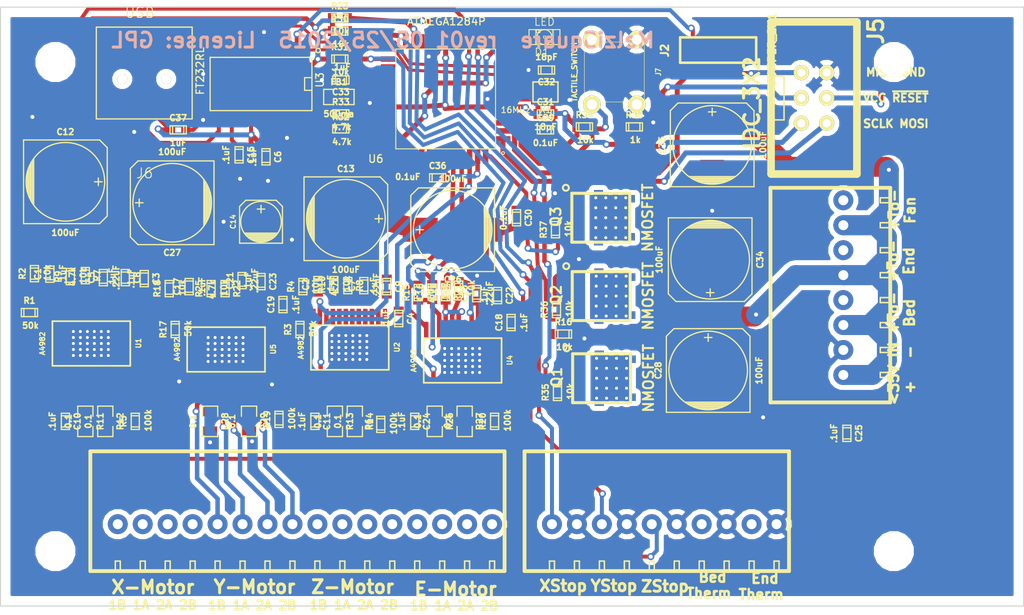
<source format=kicad_pcb>
(kicad_pcb (version 3) (host pcbnew "(2013-jul-07)-stable")
  (layers (15 F.Cu signal) (0 B.Cu signal) (18 B.Paste user) (19 F.Paste user) (20 B.SilkS user) (21 F.SilkS user) (22 B.Mask user) (23 F.Mask user) (28 Edge.Cuts user))
  (net 0 "")
  (net 1 BED-TEMP)
  (net 2 D+)
  (net 3 D-)
  (net 4 E-DIR)
  (net 5 E-OUT1A)
  (net 6 E-OUT1B)
  (net 7 E-OUT2A)
  (net 8 E-OUT2B)
  (net 9 E-STEP)
  (net 10 END-TEMP)
  (net 11 FAN)
  (net 12 FT_RXD)
  (net 13 FT_TXD)
  (net 14 GND)
  (net 15 HOTBED)
  (net 16 HOTEND)
  (net 17 MISO)
  (net 18 MOSI)
  (net 19 N-000001)
  (net 20 N-0000010)
  (net 21 N-00000100)
  (net 22 N-00000101)
  (net 23 N-00000102)
  (net 24 N-00000103)
  (net 25 N-00000104)
  (net 26 N-00000105)
  (net 27 N-00000106)
  (net 28 N-00000107)
  (net 29 N-00000108)
  (net 30 N-00000109)
  (net 31 N-00000110)
  (net 32 N-0000017)
  (net 33 N-0000020)
  (net 34 N-0000021)
  (net 35 N-0000023)
  (net 36 N-0000024)
  (net 37 N-0000026)
  (net 38 N-0000028)
  (net 39 N-0000029)
  (net 40 N-000003)
  (net 41 N-0000030)
  (net 42 N-0000035)
  (net 43 N-0000036)
  (net 44 N-0000037)
  (net 45 N-0000039)
  (net 46 N-0000040)
  (net 47 N-0000042)
  (net 48 N-0000043)
  (net 49 N-0000044)
  (net 50 N-0000045)
  (net 51 N-0000046)
  (net 52 N-0000059)
  (net 53 N-000006)
  (net 54 N-0000060)
  (net 55 N-0000061)
  (net 56 N-0000078)
  (net 57 N-000008)
  (net 58 N-000009)
  (net 59 N-0000090)
  (net 60 N-0000091)
  (net 61 N-0000092)
  (net 62 N-0000093)
  (net 63 N-0000095)
  (net 64 N-0000096)
  (net 65 N-0000098)
  (net 66 SCLK)
  (net 67 VCC)
  (net 68 VMotor)
  (net 69 X-DIR)
  (net 70 X-OUT1A)
  (net 71 X-OUT1B)
  (net 72 X-OUT2A)
  (net 73 X-OUT2B)
  (net 74 X-STEP)
  (net 75 X-STOP)
  (net 76 Y-DIR)
  (net 77 Y-OUT1A)
  (net 78 Y-OUT1B)
  (net 79 Y-OUT2A)
  (net 80 Y-OUT2B)
  (net 81 Y-STEP)
  (net 82 Y-STOP)
  (net 83 Z-DIR)
  (net 84 Z-OUT1A)
  (net 85 Z-OUT1B)
  (net 86 Z-OUT2A)
  (net 87 Z-OUT2B)
  (net 88 Z-STEP)
  (net 89 Z-STOP)
  (net 90 ~RESET)
  (net 91 ~XYE-ENABLE)
  (net 92 ~Z-ENABLE)
  (module TED_HEADER_2x1_SMT (layer F.Cu) (at 157.4 65.8 270)
    (fp_text reference J2 (at 0.05 5.35 270) (layer F.SilkS) (effects (font (size 0.762 0.762) (thickness 0.1905))))
    (fp_text value JUMPER_2X1 (at -0.1 -5.4 270) (layer F.SilkS) (effects (font (size 0.762 0.762) (thickness 0.1905))))
    (pad 1 smd rect (at 0 2.54 270) (size 0.9906 2.54) (layers F.Cu F.Paste F.Mask) (net 52 N-0000059) (clearance 0.508))
    (pad 2 smd rect (at 0 -2.54 270) (size 0.9906 2.54) (layers F.Cu F.Paste F.Mask) (net 90 ~RESET) (clearance 0.508))
  )
  (module TED_TERMINAL_SPRING_2.54MM_8PIN_1989803 (layer F.Cu) (at 168.64 89.6 90)
    (fp_text reference J4 hide)
    (fp_text value TERMINAL_8X1 hide)
    (pad 4 thru_hole circle (at -1.25 1.3 90) (size 2 2) (drill 1) (layers *.Cu *.Mask) (net 45 N-0000039))
    (pad 3 thru_hole circle (at -3.75 1.3 90) (size 2 2) (drill 1) (layers *.Cu *.Mask) (net 68 VMotor))
    (pad 7 thru_hole circle (at 6.25 1.3 90) (size 2 2) (drill 1) (layers *.Cu *.Mask) (net 68 VMotor))
    (pad 8 thru_hole circle (at 8.75 1.3 90) (size 2 2) (drill 1) (layers *.Cu *.Mask) (net 46 N-0000040))
    (pad 6 thru_hole circle (at 3.75 1.3 90) (size 2 2) (drill 1) (layers *.Cu *.Mask) (net 47 N-0000042))
    (pad 5 thru_hole circle (at 1.25 1.3 90) (size 2 2) (drill 1) (layers *.Cu *.Mask) (net 68 VMotor))
    (pad 1 thru_hole circle (at -8.75 1.3 90) (size 2 2) (drill 1) (layers *.Cu *.Mask) (net 68 VMotor))
    (pad 2 thru_hole circle (at -6.25 1.3 90) (size 2 2) (drill 1) (layers *.Cu *.Mask) (net 14 GND))
  )
  (module TED_IDC_3x2 (layer F.Cu) (at 167 70.6 270)
    (fp_text reference J5 (at -6.7 -6.2 270) (layer F.SilkS) (effects (font (size 1.524 1.524) (thickness 0.3048))))
    (fp_text value IDC_3X2 (at 0.508 6.223 270) (layer F.SilkS) (effects (font (size 1.524 1.524) (thickness 0.3048))))
    (pad 1 thru_hole circle (at -2.54 1.27 270) (size 1.524 1.524) (drill 0.8128) (layers *.Mask B.Cu F.SilkS) (net 17 MISO))
    (pad 2 thru_hole circle (at 0 1.27 270) (size 1.524 1.524) (drill 0.8128) (layers *.Mask B.Cu F.SilkS) (net 67 VCC))
    (pad 3 thru_hole circle (at 2.54 1.27 270) (size 1.524 1.524) (drill 0.8128) (layers *.Mask B.Cu F.SilkS) (net 66 SCLK))
    (pad 4 thru_hole circle (at 2.54 -1.27 270) (size 1.524 1.524) (drill 0.8128) (layers *.Mask B.Cu F.SilkS) (net 18 MOSI))
    (pad 5 thru_hole circle (at 0 -1.27 270) (size 1.524 1.524) (drill 0.8128) (layers *.Mask B.Cu F.SilkS) (net 90 ~RESET))
    (pad 6 thru_hole circle (at -2.54 -1.27 270) (size 1.524 1.524) (drill 0.8128) (layers *.Mask B.Cu F.SilkS) (net 14 GND))
  )
  (module TED_USB_SMT_MINI (layer F.Cu) (at 99.9 68.1 180)
    (fp_text reference J6 (at -0.0381 -10.04316 180) (layer F.SilkS) (effects (font (size 1.00076 1.00076) (thickness 0.09906))))
    (fp_text value USB (at 0.4445 6.0452 180) (layer F.SilkS) (effects (font (size 1.00076 1.00076) (thickness 0.09906))))
    (pad GP smd rect (at 4.45008 -3.0988 180) (size 1.6002 1.6002) (layers F.Cu F.Paste F.Mask))
    (pad GP smd rect (at 4.45008 2.4003 180) (size 1.6002 1.6002) (layers F.Cu F.Paste F.Mask))
    (pad GP smd rect (at -4.45008 -3.0988 180) (size 1.6002 1.6002) (layers F.Cu F.Paste F.Mask))
    (pad "" thru_hole circle (at 2.19964 -0.59944 180) (size 1.00076 1.00076) (drill 1.00076) (layers *.Cu *.Mask F.SilkS))
    (pad 4 smd rect (at 0.8001 -3.70078 180) (size 0.50038 1.19888) (layers F.Cu F.Paste F.Mask) (net 14 GND))
    (pad 1 smd rect (at -1.6002 -3.70078 180) (size 0.50038 1.19888) (layers F.Cu F.Paste F.Mask) (net 67 VCC))
    (pad 2 smd rect (at -0.8001 -3.70078 180) (size 0.50038 1.19888) (layers F.Cu F.Paste F.Mask) (net 3 D-))
    (pad 5 smd rect (at 1.6002 -3.70078 180) (size 0.50038 1.19888) (layers F.Cu F.Paste F.Mask))
    (pad 3 smd rect (at 0.0127 -3.70078 180) (size 0.50038 1.19888) (layers F.Cu F.Paste F.Mask) (net 2 D+))
    (pad GP smd rect (at -4.45008 2.4003 180) (size 1.6002 1.6002) (layers F.Cu F.Paste F.Mask))
    (pad "" thru_hole circle (at -2.19964 -0.59944 180) (size 1.00076 1.00076) (drill 1.00076) (layers *.Cu *.Mask F.SilkS))
  )
  (module TED_TERMINAL_SPRING_2.54MM_10PIN_1989829 (layer F.Cu) (at 152 112)
    (fp_text reference J3 hide)
    (fp_text value TERMINAL_10X1 hide)
    (pad 10 thru_hole circle (at 11.25 1.3) (size 2 2) (drill 1) (layers *.Cu *.Mask) (net 14 GND))
    (pad 9 thru_hole circle (at 8.75 1.3) (size 2 2) (drill 1) (layers *.Cu *.Mask) (net 10 END-TEMP))
    (pad 4 thru_hole circle (at -3.75 1.3) (size 2 2) (drill 1) (layers *.Cu *.Mask) (net 14 GND))
    (pad 3 thru_hole circle (at -6.25 1.3) (size 2 2) (drill 1) (layers *.Cu *.Mask) (net 82 Y-STOP))
    (pad 7 thru_hole circle (at 3.75 1.3) (size 2 2) (drill 1) (layers *.Cu *.Mask) (net 1 BED-TEMP))
    (pad 8 thru_hole circle (at 6.25 1.3) (size 2 2) (drill 1) (layers *.Cu *.Mask) (net 14 GND))
    (pad 6 thru_hole circle (at 1.25 1.3) (size 2 2) (drill 1) (layers *.Cu *.Mask) (net 14 GND))
    (pad 5 thru_hole circle (at -1.25 1.3) (size 2 2) (drill 1) (layers *.Cu *.Mask) (net 89 Z-STOP))
    (pad 1 thru_hole circle (at -11.25 1.3) (size 2 2) (drill 1) (layers *.Cu *.Mask) (net 75 X-STOP))
    (pad 2 thru_hole circle (at -8.75 1.3) (size 2 2) (drill 1) (layers *.Cu *.Mask) (net 14 GND))
  )
  (module TED_TSSOP24+PAD (layer F.Cu) (at 94.6 95.2 180)
    (fp_text reference U1 (at -4.725 0.025 270) (layer F.SilkS) (effects (font (size 0.50038 0.50038) (thickness 0.12446))))
    (fp_text value A4982 (at 4.9 0 270) (layer F.SilkS) (effects (font (size 0.50038 0.50038) (thickness 0.12446))))
    (pad PAD thru_hole circle (at 0.4 0 180) (size 0.4 0.4) (drill 0.3) (layers *.Cu) (net 14 GND))
    (pad PAD thru_hole circle (at 1.1 0 180) (size 0.4 0.4) (drill 0.3) (layers *.Cu) (net 14 GND))
    (pad PAD thru_hole circle (at 1.8 0 180) (size 0.4 0.4) (drill 0.3) (layers *.Cu) (net 14 GND))
    (pad PAD thru_hole circle (at -0.3 0 180) (size 0.4 0.4) (drill 0.3) (layers *.Cu) (net 14 GND))
    (pad PAD thru_hole circle (at -1 0 180) (size 0.4 0.4) (drill 0.3) (layers *.Cu) (net 14 GND))
    (pad PAD thru_hole circle (at -1.7 0 180) (size 0.4 0.4) (drill 0.3) (layers *.Cu) (net 14 GND))
    (pad PAD thru_hole circle (at -1.7 0.6 180) (size 0.4 0.4) (drill 0.3) (layers *.Cu) (net 14 GND))
    (pad PAD thru_hole circle (at -1 0.6 180) (size 0.4 0.4) (drill 0.3) (layers *.Cu) (net 14 GND))
    (pad PAD thru_hole circle (at -0.3 0.6 180) (size 0.4 0.4) (drill 0.3) (layers *.Cu) (net 14 GND))
    (pad PAD thru_hole circle (at 1.8 0.6 180) (size 0.4 0.4) (drill 0.3) (layers *.Cu) (net 14 GND))
    (pad PAD thru_hole circle (at 1.1 0.6 180) (size 0.4 0.4) (drill 0.3) (layers *.Cu) (net 14 GND))
    (pad PAD thru_hole circle (at 0.4 0.6 180) (size 0.4 0.4) (drill 0.3) (layers *.Cu) (net 14 GND))
    (pad PAD thru_hole circle (at 0.4 1.2 180) (size 0.4 0.4) (drill 0.3) (layers *.Cu) (net 14 GND))
    (pad PAD thru_hole circle (at 1.1 1.2 180) (size 0.4 0.4) (drill 0.3) (layers *.Cu) (net 14 GND))
    (pad PAD thru_hole circle (at 1.8 1.2 180) (size 0.4 0.4) (drill 0.3) (layers *.Cu) (net 14 GND))
    (pad PAD thru_hole circle (at -0.3 1.2 180) (size 0.4 0.4) (drill 0.3) (layers *.Cu) (net 14 GND))
    (pad PAD thru_hole circle (at -1 1.2 180) (size 0.4 0.4) (drill 0.3) (layers *.Cu) (net 14 GND))
    (pad PAD thru_hole circle (at -1.7 1.2 180) (size 0.4 0.4) (drill 0.3) (layers *.Cu) (net 14 GND))
    (pad PAD thru_hole circle (at -1.7 -0.6 180) (size 0.4 0.4) (drill 0.3) (layers *.Cu) (net 14 GND))
    (pad PAD thru_hole circle (at -1 -0.6 180) (size 0.4 0.4) (drill 0.3) (layers *.Cu) (net 14 GND))
    (pad PAD thru_hole circle (at -0.3 -0.6 180) (size 0.4 0.4) (drill 0.3) (layers *.Cu) (net 14 GND))
    (pad PAD thru_hole circle (at 1.8 -0.6 180) (size 0.4 0.4) (drill 0.3) (layers *.Cu) (net 14 GND))
    (pad PAD thru_hole circle (at 1.1 -0.6 180) (size 0.4 0.4) (drill 0.3) (layers *.Cu) (net 14 GND))
    (pad PAD thru_hole circle (at 0.4 -0.6 180) (size 0.4 0.4) (drill 0.3) (layers *.Cu) (net 14 GND))
    (pad PAD thru_hole circle (at 0.4 -1.2 180) (size 0.4 0.4) (drill 0.3) (layers *.Cu) (net 14 GND))
    (pad PAD thru_hole circle (at 1.1 -1.2 180) (size 0.4 0.4) (drill 0.3) (layers *.Cu) (net 14 GND))
    (pad PAD thru_hole circle (at 1.8 -1.2 180) (size 0.4 0.4) (drill 0.3) (layers *.Cu) (net 14 GND))
    (pad PAD thru_hole circle (at -0.3 -1.2 180) (size 0.4 0.4) (drill 0.3) (layers *.Cu) (net 14 GND))
    (pad PAD thru_hole circle (at -1 -1.2 180) (size 0.4 0.4) (drill 0.3) (layers *.Cu) (net 14 GND))
    (pad 12 smd rect (at 3.64894 3.05 180) (size 0.45 1.65) (layers F.Cu F.Paste F.Mask) (net 31 N-00000110))
    (pad 11 smd rect (at 3.00124 3.05 180) (size 0.45 1.65) (layers F.Cu F.Paste F.Mask) (net 74 X-STEP))
    (pad 14 smd rect (at 2.92624 -3.05 180) (size 0.45 1.65) (layers F.Cu F.Paste F.Mask) (net 69 X-DIR))
    (pad 13 smd rect (at 3.57394 -3.05 180) (size 0.45 1.65) (layers F.Cu F.Paste F.Mask) (net 14 GND))
    (pad 15 smd rect (at 2.27394 -3.05 180) (size 0.45 1.65) (layers F.Cu F.Paste F.Mask) (net 71 X-OUT1B))
    (pad 16 smd rect (at 1.62624 -3.05 180) (size 0.45 1.65) (layers F.Cu F.Paste F.Mask) (net 68 VMotor))
    (pad 17 smd rect (at 0.976 -3.05 180) (size 0.45 1.65) (layers F.Cu F.Paste F.Mask) (net 62 N-0000093))
    (pad 18 smd rect (at 0.325 -3.05 180) (size 0.45 1.65) (layers F.Cu F.Paste F.Mask) (net 70 X-OUT1A))
    (pad 19 smd rect (at -0.325 -3.05 180) (size 0.45 1.65) (layers F.Cu F.Paste F.Mask) (net 72 X-OUT2A))
    (pad 20 smd rect (at -0.97472 -3.05 180) (size 0.45 1.65) (layers F.Cu F.Paste F.Mask) (net 30 N-00000109))
    (pad 21 smd rect (at -1.62496 -3.05 180) (size 0.45 1.65) (layers F.Cu F.Paste F.Mask) (net 68 VMotor))
    (pad 22 smd rect (at -2.2752 -3.05 180) (size 0.45 1.65) (layers F.Cu F.Paste F.Mask) (net 73 X-OUT2B))
    (pad 23 smd rect (at -2.92544 -3.05 180) (size 0.45 1.65) (layers F.Cu F.Paste F.Mask) (net 91 ~XYE-ENABLE))
    (pad 24 smd rect (at -3.57568 -3.05 180) (size 0.45 1.65) (layers F.Cu F.Paste F.Mask) (net 14 GND))
    (pad 1 smd rect (at -3.50068 3.05 180) (size 0.45 1.65) (layers F.Cu F.Paste F.Mask) (net 27 N-00000106))
    (pad 2 smd rect (at -2.85044 3.05 180) (size 0.45 1.65) (layers F.Cu F.Paste F.Mask) (net 28 N-00000107))
    (pad 3 smd rect (at -2.2002 3.05 180) (size 0.45 1.65) (layers F.Cu F.Paste F.Mask) (net 61 N-0000092))
    (pad 4 smd rect (at -1.54996 3.05 180) (size 0.45 1.65) (layers F.Cu F.Paste F.Mask) (net 60 N-0000091))
    (pad 5 smd rect (at -0.89972 3.05 180) (size 0.45 1.65) (layers F.Cu F.Paste F.Mask) (net 67 VCC))
    (pad 6 smd rect (at -0.24948 3.05 180) (size 0.45 1.65) (layers F.Cu F.Paste F.Mask) (net 67 VCC))
    (pad 7 smd rect (at 0.40076 3.05 180) (size 0.45 1.65) (layers F.Cu F.Paste F.Mask) (net 29 N-00000108))
    (pad 8 smd rect (at 1.051 3.05 180) (size 0.45 1.65) (layers F.Cu F.Paste F.Mask) (net 59 N-0000090))
    (pad 9 smd rect (at 1.70124 3.05 180) (size 0.45 1.65) (layers F.Cu F.Paste F.Mask) (net 29 N-00000108))
    (pad 10 smd rect (at 2.34894 3.05 180) (size 0.45 1.65) (layers F.Cu F.Paste F.Mask) (net 67 VCC))
    (pad PAD smd rect (at 0 0 180) (size 4.32 3) (layers F.Cu F.Paste F.Mask) (net 14 GND))
    (pad PAD thru_hole circle (at -1.7 -1.2 180) (size 0.4 0.4) (drill 0.3) (layers *.Cu) (net 14 GND))
    (pad PAD smd rect (at 0 0 180) (size 4.32 3) (layers B.Cu F.Paste F.Mask) (net 14 GND))
  )
  (module TED_SM0603_R (layer F.Cu) (at 119.6 72.2)
    (fp_text reference R33 (at 0 -1.2) (layer F.SilkS) (effects (font (size 0.6 0.6))))
    (fp_text value 4.7k (at 0.1 1.3) (layer F.SilkS) (effects (font (size 0.6 0.6))))
    (pad 2 smd rect (at 0.75184 0) (size 0.89916 1.00076) (layers F.Cu F.Paste F.Mask) (net 10 END-TEMP) (clearance 0.1))
    (pad 1 smd rect (at -0.75184 0) (size 0.89916 1.00076) (layers F.Cu F.Paste F.Mask) (net 67 VCC) (clearance 0.1))
  )
  (module TED_SM0603_R (layer F.Cu) (at 141.9 94.25)
    (fp_text reference R16 (at 0 -1.2) (layer F.SilkS) (effects (font (size 0.6 0.6))))
    (fp_text value 10k (at 0.1 1.3) (layer F.SilkS) (effects (font (size 0.6 0.6))))
    (pad 2 smd rect (at 0.75184 0) (size 0.89916 1.00076) (layers F.Cu F.Paste F.Mask) (net 14 GND) (clearance 0.1))
    (pad 1 smd rect (at -0.75184 0) (size 0.89916 1.00076) (layers F.Cu F.Paste F.Mask) (net 33 N-0000020) (clearance 0.1))
  )
  (module TED_SM0603_R (layer F.Cu) (at 127.35 90.1 90)
    (fp_text reference R15 (at 0 -1.2 90) (layer F.SilkS) (effects (font (size 0.6 0.6))))
    (fp_text value 50k (at 0.1 1.3 90) (layer F.SilkS) (effects (font (size 0.6 0.6))))
    (pad 2 smd rect (at 0.75184 0 90) (size 0.89916 1.00076) (layers F.Cu F.Paste F.Mask) (net 33 N-0000020) (clearance 0.1))
    (pad 1 smd rect (at -0.75184 0 90) (size 0.89916 1.00076) (layers F.Cu F.Paste F.Mask) (net 67 VCC) (clearance 0.1))
  )
  (module TED_SM0805_R (layer F.Cu) (at 121 103 270)
    (fp_text reference R14 (at 0 -1.5 270) (layer F.SilkS) (effects (font (size 0.6 0.6))))
    (fp_text value 0.1 (at 0 1.7 270) (layer F.SilkS) (effects (font (size 0.6 0.6))))
    (pad 1 smd rect (at -0.9525 0 270) (size 0.889 1.397) (layers F.Cu F.Paste F.Mask) (net 43 N-0000036))
    (pad 2 smd rect (at 0.9525 0 270) (size 0.889 1.397) (layers F.Cu F.Paste F.Mask) (net 14 GND))
  )
  (module TED_SM0805_R (layer F.Cu) (at 119 103 270)
    (fp_text reference R13 (at 0 -1.5 270) (layer F.SilkS) (effects (font (size 0.6 0.6))))
    (fp_text value 0.1 (at 0 1.7 270) (layer F.SilkS) (effects (font (size 0.6 0.6))))
    (pad 1 smd rect (at -0.9525 0 270) (size 0.889 1.397) (layers F.Cu F.Paste F.Mask) (net 42 N-0000035))
    (pad 2 smd rect (at 0.9525 0 270) (size 0.889 1.397) (layers F.Cu F.Paste F.Mask) (net 14 GND))
  )
  (module TED_SM0805_R (layer F.Cu) (at 96 103 270)
    (fp_text reference R12 (at 0 -1.5 270) (layer F.SilkS) (effects (font (size 0.6 0.6))))
    (fp_text value 0.1 (at 0 1.7 270) (layer F.SilkS) (effects (font (size 0.6 0.6))))
    (pad 1 smd rect (at -0.9525 0 270) (size 0.889 1.397) (layers F.Cu F.Paste F.Mask) (net 30 N-00000109))
    (pad 2 smd rect (at 0.9525 0 270) (size 0.889 1.397) (layers F.Cu F.Paste F.Mask) (net 14 GND))
  )
  (module TED_SM0805_R (layer F.Cu) (at 94 103 270)
    (fp_text reference R11 (at 0 -1.5 270) (layer F.SilkS) (effects (font (size 0.6 0.6))))
    (fp_text value 0.1 (at 0 1.7 270) (layer F.SilkS) (effects (font (size 0.6 0.6))))
    (pad 1 smd rect (at -0.9525 0 270) (size 0.889 1.397) (layers F.Cu F.Paste F.Mask) (net 62 N-0000093))
    (pad 2 smd rect (at 0.9525 0 270) (size 0.889 1.397) (layers F.Cu F.Paste F.Mask) (net 14 GND))
  )
  (module TED_SM0603_R (layer F.Cu) (at 118.9 89.3 90)
    (fp_text reference R10 (at 0 -1.2 90) (layer F.SilkS) (effects (font (size 0.6 0.6))))
    (fp_text value 10k (at 0.1 1.3 90) (layer F.SilkS) (effects (font (size 0.6 0.6))))
    (pad 2 smd rect (at 0.75184 0 90) (size 0.89916 1.00076) (layers F.Cu F.Paste F.Mask) (net 14 GND) (clearance 0.1))
    (pad 1 smd rect (at -0.75184 0 90) (size 0.89916 1.00076) (layers F.Cu F.Paste F.Mask) (net 38 N-0000028) (clearance 0.1))
  )
  (module TED_SM0603_R (layer F.Cu) (at 92.5 88.5 90)
    (fp_text reference R9 (at 0 -1.2 90) (layer F.SilkS) (effects (font (size 0.6 0.6))))
    (fp_text value 10k (at 0.1 1.3 90) (layer F.SilkS) (effects (font (size 0.6 0.6))))
    (pad 2 smd rect (at 0.75184 0 90) (size 0.89916 1.00076) (layers F.Cu F.Paste F.Mask) (net 14 GND) (clearance 0.1))
    (pad 1 smd rect (at -0.75184 0 90) (size 0.89916 1.00076) (layers F.Cu F.Paste F.Mask) (net 59 N-0000090) (clearance 0.1))
  )
  (module TED_SM0603_R (layer F.Cu) (at 120.3 89.4 270)
    (fp_text reference R8 (at 0 -1.2 270) (layer F.SilkS) (effects (font (size 0.6 0.6))))
    (fp_text value 4.7k (at 0.1 1.3 270) (layer F.SilkS) (effects (font (size 0.6 0.6))))
    (pad 2 smd rect (at 0.75184 0 270) (size 0.89916 1.00076) (layers F.Cu F.Paste F.Mask) (net 37 N-0000026) (clearance 0.1))
    (pad 1 smd rect (at -0.75184 0 270) (size 0.89916 1.00076) (layers F.Cu F.Paste F.Mask) (net 67 VCC) (clearance 0.1))
  )
  (module TED_SM0603_R (layer F.Cu) (at 94 88.4 270)
    (fp_text reference R7 (at 0 -1.2 270) (layer F.SilkS) (effects (font (size 0.6 0.6))))
    (fp_text value 4.7k (at 0.1 1.3 270) (layer F.SilkS) (effects (font (size 0.6 0.6))))
    (pad 2 smd rect (at 0.75184 0 270) (size 0.89916 1.00076) (layers F.Cu F.Paste F.Mask) (net 29 N-00000108) (clearance 0.1))
    (pad 1 smd rect (at -0.75184 0 270) (size 0.89916 1.00076) (layers F.Cu F.Paste F.Mask) (net 67 VCC) (clearance 0.1))
  )
  (module TED_SM0603_R (layer F.Cu) (at 123.6 103.3 90)
    (fp_text reference R6 (at 0 -1.2 90) (layer F.SilkS) (effects (font (size 0.6 0.6))))
    (fp_text value 100k (at 0.1 1.3 90) (layer F.SilkS) (effects (font (size 0.6 0.6))))
    (pad 2 smd rect (at 0.75184 0 90) (size 0.89916 1.00076) (layers F.Cu F.Paste F.Mask) (net 92 ~Z-ENABLE) (clearance 0.1))
    (pad 1 smd rect (at -0.75184 0 90) (size 0.89916 1.00076) (layers F.Cu F.Paste F.Mask) (net 67 VCC) (clearance 0.1))
  )
  (module TED_SM0603_R (layer F.Cu) (at 99 103 90)
    (fp_text reference R5 (at 0 -1.2 90) (layer F.SilkS) (effects (font (size 0.6 0.6))))
    (fp_text value 100k (at 0.1 1.3 90) (layer F.SilkS) (effects (font (size 0.6 0.6))))
    (pad 2 smd rect (at 0.75184 0 90) (size 0.89916 1.00076) (layers F.Cu F.Paste F.Mask) (net 91 ~XYE-ENABLE) (clearance 0.1))
    (pad 1 smd rect (at -0.75184 0 90) (size 0.89916 1.00076) (layers F.Cu F.Paste F.Mask) (net 67 VCC) (clearance 0.1))
  )
  (module TED_SM0603_R (layer F.Cu) (at 115.5 93.8 90)
    (fp_text reference R3 (at 0 -1.2 90) (layer F.SilkS) (effects (font (size 0.6 0.6))))
    (fp_text value 50k (at 0.1 1.3 90) (layer F.SilkS) (effects (font (size 0.6 0.6))))
    (pad 2 smd rect (at 0.75184 0 90) (size 0.89916 1.00076) (layers F.Cu F.Paste F.Mask) (net 44 N-0000037) (clearance 0.1))
    (pad 1 smd rect (at -0.75184 0 90) (size 0.89916 1.00076) (layers F.Cu F.Paste F.Mask) (net 67 VCC) (clearance 0.1))
  )
  (module TED_SM0603_R (layer F.Cu) (at 88.9 88.2 90)
    (fp_text reference R2 (at 0 -1.2 90) (layer F.SilkS) (effects (font (size 0.6 0.6))))
    (fp_text value 10k (at 0.1 1.3 90) (layer F.SilkS) (effects (font (size 0.6 0.6))))
    (pad 2 smd rect (at 0.75184 0 90) (size 0.89916 1.00076) (layers F.Cu F.Paste F.Mask) (net 14 GND) (clearance 0.1))
    (pad 1 smd rect (at -0.75184 0 90) (size 0.89916 1.00076) (layers F.Cu F.Paste F.Mask) (net 31 N-00000110) (clearance 0.1))
  )
  (module TED_SM0603_R (layer F.Cu) (at 88.4 92.1)
    (fp_text reference R1 (at 0 -1.2) (layer F.SilkS) (effects (font (size 0.6 0.6))))
    (fp_text value 50k (at 0.1 1.3) (layer F.SilkS) (effects (font (size 0.6 0.6))))
    (pad 2 smd rect (at 0.75184 0) (size 0.89916 1.00076) (layers F.Cu F.Paste F.Mask) (net 31 N-00000110) (clearance 0.1))
    (pad 1 smd rect (at -0.75184 0) (size 0.89916 1.00076) (layers F.Cu F.Paste F.Mask) (net 67 VCC) (clearance 0.1))
  )
  (module TED_c_elec_8mm_SMD (layer F.Cu) (at 92 79)
    (fp_text reference C12 (at 0 -5) (layer F.SilkS) (effects (font (size 0.6 0.6))))
    (fp_text value 100uF (at 0 5.1) (layer F.SilkS) (effects (font (size 0.6 0.6))))
    (pad 1 smd rect (at 3.2512 0) (size 3.50012 2.4003) (layers F.Cu F.Paste F.Mask) (net 68 VMotor))
    (pad 2 smd rect (at -3.2512 0) (size 3.50012 2.4003) (layers F.Cu F.Paste F.Mask) (net 14 GND))
  )
  (module TED_SM0603_R (layer F.Cu) (at 115.8 89.5 90)
    (fp_text reference R4 (at 0 -1.2 90) (layer F.SilkS) (effects (font (size 0.6 0.6))))
    (fp_text value 10k (at 0.1 1.3 90) (layer F.SilkS) (effects (font (size 0.6 0.6))))
    (pad 2 smd rect (at 0.75184 0 90) (size 0.89916 1.00076) (layers F.Cu F.Paste F.Mask) (net 14 GND) (clearance 0.1))
    (pad 1 smd rect (at -0.75184 0 90) (size 0.89916 1.00076) (layers F.Cu F.Paste F.Mask) (net 44 N-0000037) (clearance 0.1))
  )
  (module TED_SM0603_R (layer F.Cu) (at 103 93.8 90)
    (fp_text reference R17 (at 0 -1.2 90) (layer F.SilkS) (effects (font (size 0.6 0.6))))
    (fp_text value 50k (at 0.1 1.3 90) (layer F.SilkS) (effects (font (size 0.6 0.6))))
    (pad 2 smd rect (at 0.75184 0 90) (size 0.89916 1.00076) (layers F.Cu F.Paste F.Mask) (net 26 N-00000105) (clearance 0.1))
    (pad 1 smd rect (at -0.75184 0 90) (size 0.89916 1.00076) (layers F.Cu F.Paste F.Mask) (net 67 VCC) (clearance 0.1))
  )
  (module TED_SM0603_R (layer F.Cu) (at 102.4 89.7 90)
    (fp_text reference R18 (at 0 -1.2 90) (layer F.SilkS) (effects (font (size 0.6 0.6))))
    (fp_text value 10k (at 0.1 1.3 90) (layer F.SilkS) (effects (font (size 0.6 0.6))))
    (pad 2 smd rect (at 0.75184 0 90) (size 0.89916 1.00076) (layers F.Cu F.Paste F.Mask) (net 14 GND) (clearance 0.1))
    (pad 1 smd rect (at -0.75184 0 90) (size 0.89916 1.00076) (layers F.Cu F.Paste F.Mask) (net 26 N-00000105) (clearance 0.1))
  )
  (module TED_SM0603_R (layer F.Cu) (at 113.4 102.8 90)
    (fp_text reference R19 (at 0 -1.2 90) (layer F.SilkS) (effects (font (size 0.6 0.6))))
    (fp_text value 100k (at 0.1 1.3 90) (layer F.SilkS) (effects (font (size 0.6 0.6))))
    (pad 2 smd rect (at 0.75184 0 90) (size 0.89916 1.00076) (layers F.Cu F.Paste F.Mask) (net 91 ~XYE-ENABLE) (clearance 0.1))
    (pad 1 smd rect (at -0.75184 0 90) (size 0.89916 1.00076) (layers F.Cu F.Paste F.Mask) (net 67 VCC) (clearance 0.1))
  )
  (module TED_SM0603_R (layer F.Cu) (at 135 103 90)
    (fp_text reference R20 (at 0 -1.2 90) (layer F.SilkS) (effects (font (size 0.6 0.6))))
    (fp_text value 100k (at 0.1 1.3 90) (layer F.SilkS) (effects (font (size 0.6 0.6))))
    (pad 2 smd rect (at 0.75184 0 90) (size 0.89916 1.00076) (layers F.Cu F.Paste F.Mask) (net 91 ~XYE-ENABLE) (clearance 0.1))
    (pad 1 smd rect (at -0.75184 0 90) (size 0.89916 1.00076) (layers F.Cu F.Paste F.Mask) (net 67 VCC) (clearance 0.1))
  )
  (module TED_SM0603_R (layer F.Cu) (at 130.1 90.1 270)
    (fp_text reference R21 (at 0 -1.2 270) (layer F.SilkS) (effects (font (size 0.6 0.6))))
    (fp_text value 4.7k (at 0.1 1.3 270) (layer F.SilkS) (effects (font (size 0.6 0.6))))
    (pad 2 smd rect (at 0.75184 0 270) (size 0.89916 1.00076) (layers F.Cu F.Paste F.Mask) (net 53 N-000006) (clearance 0.1))
    (pad 1 smd rect (at -0.75184 0 270) (size 0.89916 1.00076) (layers F.Cu F.Paste F.Mask) (net 67 VCC) (clearance 0.1))
  )
  (module TED_SM0603_R (layer F.Cu) (at 108 89.7 270)
    (fp_text reference R22 (at 0 -1.2 270) (layer F.SilkS) (effects (font (size 0.6 0.6))))
    (fp_text value 4.7k (at 0.1 1.3 270) (layer F.SilkS) (effects (font (size 0.6 0.6))))
    (pad 2 smd rect (at 0.75184 0 270) (size 0.89916 1.00076) (layers F.Cu F.Paste F.Mask) (net 65 N-0000098) (clearance 0.1))
    (pad 1 smd rect (at -0.75184 0 270) (size 0.89916 1.00076) (layers F.Cu F.Paste F.Mask) (net 67 VCC) (clearance 0.1))
  )
  (module TED_SM0603_R (layer F.Cu) (at 119.5 62.6)
    (fp_text reference R23 (at 0 -1.2) (layer F.SilkS) (effects (font (size 0.6 0.6))))
    (fp_text value 10k (at 0.1 1.3) (layer F.SilkS) (effects (font (size 0.6 0.6))))
    (pad 2 smd rect (at 0.75184 0) (size 0.89916 1.00076) (layers F.Cu F.Paste F.Mask) (net 75 X-STOP) (clearance 0.1))
    (pad 1 smd rect (at -0.75184 0) (size 0.89916 1.00076) (layers F.Cu F.Paste F.Mask) (net 67 VCC) (clearance 0.1))
  )
  (module TED_SM0603_R (layer F.Cu) (at 131.4 89.75 90)
    (fp_text reference R24 (at 0 -1.2 90) (layer F.SilkS) (effects (font (size 0.6 0.6))))
    (fp_text value 10k (at 0.1 1.3 90) (layer F.SilkS) (effects (font (size 0.6 0.6))))
    (pad 2 smd rect (at 0.75184 0 90) (size 0.89916 1.00076) (layers F.Cu F.Paste F.Mask) (net 14 GND) (clearance 0.1))
    (pad 1 smd rect (at -0.75184 0 90) (size 0.89916 1.00076) (layers F.Cu F.Paste F.Mask) (net 57 N-000008) (clearance 0.1))
  )
  (module TED_SM0603_R (layer F.Cu) (at 106.6 89.7 90)
    (fp_text reference R25 (at 0 -1.2 90) (layer F.SilkS) (effects (font (size 0.6 0.6))))
    (fp_text value 10k (at 0.1 1.3 90) (layer F.SilkS) (effects (font (size 0.6 0.6))))
    (pad 2 smd rect (at 0.75184 0 90) (size 0.89916 1.00076) (layers F.Cu F.Paste F.Mask) (net 14 GND) (clearance 0.1))
    (pad 1 smd rect (at -0.75184 0 90) (size 0.89916 1.00076) (layers F.Cu F.Paste F.Mask) (net 23 N-00000102) (clearance 0.1))
  )
  (module TED_SM0805_R (layer F.Cu) (at 129 103 270)
    (fp_text reference R26 (at 0 -1.5 270) (layer F.SilkS) (effects (font (size 0.6 0.6))))
    (fp_text value 0.1 (at 0 1.7 270) (layer F.SilkS) (effects (font (size 0.6 0.6))))
    (pad 1 smd rect (at -0.9525 0 270) (size 0.889 1.397) (layers F.Cu F.Paste F.Mask) (net 32 N-0000017))
    (pad 2 smd rect (at 0.9525 0 270) (size 0.889 1.397) (layers F.Cu F.Paste F.Mask) (net 14 GND))
  )
  (module TED_SM0805_R (layer F.Cu) (at 132 103 270)
    (fp_text reference R27 (at 0 -1.5 270) (layer F.SilkS) (effects (font (size 0.6 0.6))))
    (fp_text value 0.1 (at 0 1.7 270) (layer F.SilkS) (effects (font (size 0.6 0.6))))
    (pad 1 smd rect (at -0.9525 0 270) (size 0.889 1.397) (layers F.Cu F.Paste F.Mask) (net 34 N-0000021))
    (pad 2 smd rect (at 0.9525 0 270) (size 0.889 1.397) (layers F.Cu F.Paste F.Mask) (net 14 GND))
  )
  (module TED_SM0805_R (layer F.Cu) (at 106.5 103 270)
    (fp_text reference R28 (at 0 -1.5 270) (layer F.SilkS) (effects (font (size 0.6 0.6))))
    (fp_text value 0.1 (at 0 1.7 270) (layer F.SilkS) (effects (font (size 0.6 0.6))))
    (pad 1 smd rect (at -0.9525 0 270) (size 0.889 1.397) (layers F.Cu F.Paste F.Mask) (net 25 N-00000104))
    (pad 2 smd rect (at 0.9525 0 270) (size 0.889 1.397) (layers F.Cu F.Paste F.Mask) (net 14 GND))
  )
  (module TED_SM0805_R (layer F.Cu) (at 110.4 103 270)
    (fp_text reference R29 (at 0 -1.5 270) (layer F.SilkS) (effects (font (size 0.6 0.6))))
    (fp_text value 0.1 (at 0 1.7 270) (layer F.SilkS) (effects (font (size 0.6 0.6))))
    (pad 1 smd rect (at -0.9525 0 270) (size 0.889 1.397) (layers F.Cu F.Paste F.Mask) (net 22 N-00000101))
    (pad 2 smd rect (at 0.9525 0 270) (size 0.889 1.397) (layers F.Cu F.Paste F.Mask) (net 14 GND))
  )
  (module TED_SM0603_R (layer F.Cu) (at 119.5 63.9)
    (fp_text reference R30 (at 0 -1.2) (layer F.SilkS) (effects (font (size 0.6 0.6))))
    (fp_text value 10k (at 0.1 1.3) (layer F.SilkS) (effects (font (size 0.6 0.6))))
    (pad 2 smd rect (at 0.75184 0) (size 0.89916 1.00076) (layers F.Cu F.Paste F.Mask) (net 82 Y-STOP) (clearance 0.1))
    (pad 1 smd rect (at -0.75184 0) (size 0.89916 1.00076) (layers F.Cu F.Paste F.Mask) (net 67 VCC) (clearance 0.1))
  )
  (module TED_SM0603_R (layer F.Cu) (at 119.5 66.7)
    (fp_text reference R31 (at 0 -1.2) (layer F.SilkS) (effects (font (size 0.6 0.6))))
    (fp_text value 10k (at 0.1 1.3) (layer F.SilkS) (effects (font (size 0.6 0.6))))
    (pad 2 smd rect (at 0.75184 0) (size 0.89916 1.00076) (layers F.Cu F.Paste F.Mask) (net 89 Z-STOP) (clearance 0.1))
    (pad 1 smd rect (at -0.75184 0) (size 0.89916 1.00076) (layers F.Cu F.Paste F.Mask) (net 67 VCC) (clearance 0.1))
  )
  (module TED_SM0603_R (layer F.Cu) (at 119.6 73.7)
    (fp_text reference R32 (at 0 -1.2) (layer F.SilkS) (effects (font (size 0.6 0.6))))
    (fp_text value 4.7k (at 0.1 1.3) (layer F.SilkS) (effects (font (size 0.6 0.6))))
    (pad 2 smd rect (at 0.75184 0) (size 0.89916 1.00076) (layers F.Cu F.Paste F.Mask) (net 1 BED-TEMP) (clearance 0.1))
    (pad 1 smd rect (at -0.75184 0) (size 0.89916 1.00076) (layers F.Cu F.Paste F.Mask) (net 67 VCC) (clearance 0.1))
  )
  (module TED_SM0603_R (layer F.Cu) (at 141.3 100.1 90)
    (fp_text reference R35 (at 0 -1.2 90) (layer F.SilkS) (effects (font (size 0.6 0.6))))
    (fp_text value 10k (at 0.1 1.3 90) (layer F.SilkS) (effects (font (size 0.6 0.6))))
    (pad 2 smd rect (at 0.75184 0 90) (size 0.89916 1.00076) (layers F.Cu F.Paste F.Mask) (net 14 GND) (clearance 0.1))
    (pad 1 smd rect (at -0.75184 0 90) (size 0.89916 1.00076) (layers F.Cu F.Paste F.Mask) (net 15 HOTBED) (clearance 0.1))
  )
  (module TED_SM0603_R (layer F.Cu) (at 141.2 91.8 90)
    (fp_text reference R36 (at 0 -1.2 90) (layer F.SilkS) (effects (font (size 0.6 0.6))))
    (fp_text value 10k (at 0.1 1.3 90) (layer F.SilkS) (effects (font (size 0.6 0.6))))
    (pad 2 smd rect (at 0.75184 0 90) (size 0.89916 1.00076) (layers F.Cu F.Paste F.Mask) (net 14 GND) (clearance 0.1))
    (pad 1 smd rect (at -0.75184 0 90) (size 0.89916 1.00076) (layers F.Cu F.Paste F.Mask) (net 16 HOTEND) (clearance 0.1))
  )
  (module TED_SM0603_R (layer F.Cu) (at 149 73.5)
    (fp_text reference R38 (at 0 -1.2) (layer F.SilkS) (effects (font (size 0.6 0.6))))
    (fp_text value 1k (at 0.1 1.3) (layer F.SilkS) (effects (font (size 0.6 0.6))))
    (pad 2 smd rect (at 0.75184 0) (size 0.89916 1.00076) (layers F.Cu F.Paste F.Mask) (net 14 GND) (clearance 0.1))
    (pad 1 smd rect (at -0.75184 0) (size 0.89916 1.00076) (layers F.Cu F.Paste F.Mask) (net 48 N-0000043) (clearance 0.1))
  )
  (module TED_TSSOP24+PAD (layer F.Cu) (at 131.8 96.9 180)
    (fp_text reference U4 (at -4.725 0.025 270) (layer F.SilkS) (effects (font (size 0.50038 0.50038) (thickness 0.12446))))
    (fp_text value A4982 (at 4.9 0 270) (layer F.SilkS) (effects (font (size 0.50038 0.50038) (thickness 0.12446))))
    (pad PAD thru_hole circle (at 0.4 0 180) (size 0.4 0.4) (drill 0.3) (layers *.Cu) (net 14 GND))
    (pad PAD thru_hole circle (at 1.1 0 180) (size 0.4 0.4) (drill 0.3) (layers *.Cu) (net 14 GND))
    (pad PAD thru_hole circle (at 1.8 0 180) (size 0.4 0.4) (drill 0.3) (layers *.Cu) (net 14 GND))
    (pad PAD thru_hole circle (at -0.3 0 180) (size 0.4 0.4) (drill 0.3) (layers *.Cu) (net 14 GND))
    (pad PAD thru_hole circle (at -1 0 180) (size 0.4 0.4) (drill 0.3) (layers *.Cu) (net 14 GND))
    (pad PAD thru_hole circle (at -1.7 0 180) (size 0.4 0.4) (drill 0.3) (layers *.Cu) (net 14 GND))
    (pad PAD thru_hole circle (at -1.7 0.6 180) (size 0.4 0.4) (drill 0.3) (layers *.Cu) (net 14 GND))
    (pad PAD thru_hole circle (at -1 0.6 180) (size 0.4 0.4) (drill 0.3) (layers *.Cu) (net 14 GND))
    (pad PAD thru_hole circle (at -0.3 0.6 180) (size 0.4 0.4) (drill 0.3) (layers *.Cu) (net 14 GND))
    (pad PAD thru_hole circle (at 1.8 0.6 180) (size 0.4 0.4) (drill 0.3) (layers *.Cu) (net 14 GND))
    (pad PAD thru_hole circle (at 1.1 0.6 180) (size 0.4 0.4) (drill 0.3) (layers *.Cu) (net 14 GND))
    (pad PAD thru_hole circle (at 0.4 0.6 180) (size 0.4 0.4) (drill 0.3) (layers *.Cu) (net 14 GND))
    (pad PAD thru_hole circle (at 0.4 1.2 180) (size 0.4 0.4) (drill 0.3) (layers *.Cu) (net 14 GND))
    (pad PAD thru_hole circle (at 1.1 1.2 180) (size 0.4 0.4) (drill 0.3) (layers *.Cu) (net 14 GND))
    (pad PAD thru_hole circle (at 1.8 1.2 180) (size 0.4 0.4) (drill 0.3) (layers *.Cu) (net 14 GND))
    (pad PAD thru_hole circle (at -0.3 1.2 180) (size 0.4 0.4) (drill 0.3) (layers *.Cu) (net 14 GND))
    (pad PAD thru_hole circle (at -1 1.2 180) (size 0.4 0.4) (drill 0.3) (layers *.Cu) (net 14 GND))
    (pad PAD thru_hole circle (at -1.7 1.2 180) (size 0.4 0.4) (drill 0.3) (layers *.Cu) (net 14 GND))
    (pad PAD thru_hole circle (at -1.7 -0.6 180) (size 0.4 0.4) (drill 0.3) (layers *.Cu) (net 14 GND))
    (pad PAD thru_hole circle (at -1 -0.6 180) (size 0.4 0.4) (drill 0.3) (layers *.Cu) (net 14 GND))
    (pad PAD thru_hole circle (at -0.3 -0.6 180) (size 0.4 0.4) (drill 0.3) (layers *.Cu) (net 14 GND))
    (pad PAD thru_hole circle (at 1.8 -0.6 180) (size 0.4 0.4) (drill 0.3) (layers *.Cu) (net 14 GND))
    (pad PAD thru_hole circle (at 1.1 -0.6 180) (size 0.4 0.4) (drill 0.3) (layers *.Cu) (net 14 GND))
    (pad PAD thru_hole circle (at 0.4 -0.6 180) (size 0.4 0.4) (drill 0.3) (layers *.Cu) (net 14 GND))
    (pad PAD thru_hole circle (at 0.4 -1.2 180) (size 0.4 0.4) (drill 0.3) (layers *.Cu) (net 14 GND))
    (pad PAD thru_hole circle (at 1.1 -1.2 180) (size 0.4 0.4) (drill 0.3) (layers *.Cu) (net 14 GND))
    (pad PAD thru_hole circle (at 1.8 -1.2 180) (size 0.4 0.4) (drill 0.3) (layers *.Cu) (net 14 GND))
    (pad PAD thru_hole circle (at -0.3 -1.2 180) (size 0.4 0.4) (drill 0.3) (layers *.Cu) (net 14 GND))
    (pad PAD thru_hole circle (at -1 -1.2 180) (size 0.4 0.4) (drill 0.3) (layers *.Cu) (net 14 GND))
    (pad 12 smd rect (at 3.64894 3.05 180) (size 0.45 1.65) (layers F.Cu F.Paste F.Mask) (net 33 N-0000020))
    (pad 11 smd rect (at 3.00124 3.05 180) (size 0.45 1.65) (layers F.Cu F.Paste F.Mask) (net 9 E-STEP))
    (pad 14 smd rect (at 2.92624 -3.05 180) (size 0.45 1.65) (layers F.Cu F.Paste F.Mask) (net 4 E-DIR))
    (pad 13 smd rect (at 3.57394 -3.05 180) (size 0.45 1.65) (layers F.Cu F.Paste F.Mask) (net 14 GND))
    (pad 15 smd rect (at 2.27394 -3.05 180) (size 0.45 1.65) (layers F.Cu F.Paste F.Mask) (net 6 E-OUT1B))
    (pad 16 smd rect (at 1.62624 -3.05 180) (size 0.45 1.65) (layers F.Cu F.Paste F.Mask) (net 68 VMotor))
    (pad 17 smd rect (at 0.976 -3.05 180) (size 0.45 1.65) (layers F.Cu F.Paste F.Mask) (net 32 N-0000017))
    (pad 18 smd rect (at 0.325 -3.05 180) (size 0.45 1.65) (layers F.Cu F.Paste F.Mask) (net 5 E-OUT1A))
    (pad 19 smd rect (at -0.325 -3.05 180) (size 0.45 1.65) (layers F.Cu F.Paste F.Mask) (net 7 E-OUT2A))
    (pad 20 smd rect (at -0.97472 -3.05 180) (size 0.45 1.65) (layers F.Cu F.Paste F.Mask) (net 34 N-0000021))
    (pad 21 smd rect (at -1.62496 -3.05 180) (size 0.45 1.65) (layers F.Cu F.Paste F.Mask) (net 68 VMotor))
    (pad 22 smd rect (at -2.2752 -3.05 180) (size 0.45 1.65) (layers F.Cu F.Paste F.Mask) (net 8 E-OUT2B))
    (pad 23 smd rect (at -2.92544 -3.05 180) (size 0.45 1.65) (layers F.Cu F.Paste F.Mask) (net 91 ~XYE-ENABLE))
    (pad 24 smd rect (at -3.57568 -3.05 180) (size 0.45 1.65) (layers F.Cu F.Paste F.Mask) (net 14 GND))
    (pad 1 smd rect (at -3.50068 3.05 180) (size 0.45 1.65) (layers F.Cu F.Paste F.Mask) (net 40 N-000003))
    (pad 2 smd rect (at -2.85044 3.05 180) (size 0.45 1.65) (layers F.Cu F.Paste F.Mask) (net 19 N-000001))
    (pad 3 smd rect (at -2.2002 3.05 180) (size 0.45 1.65) (layers F.Cu F.Paste F.Mask) (net 20 N-0000010))
    (pad 4 smd rect (at -1.54996 3.05 180) (size 0.45 1.65) (layers F.Cu F.Paste F.Mask) (net 58 N-000009))
    (pad 5 smd rect (at -0.89972 3.05 180) (size 0.45 1.65) (layers F.Cu F.Paste F.Mask) (net 67 VCC))
    (pad 6 smd rect (at -0.24948 3.05 180) (size 0.45 1.65) (layers F.Cu F.Paste F.Mask) (net 67 VCC))
    (pad 7 smd rect (at 0.40076 3.05 180) (size 0.45 1.65) (layers F.Cu F.Paste F.Mask) (net 53 N-000006))
    (pad 8 smd rect (at 1.051 3.05 180) (size 0.45 1.65) (layers F.Cu F.Paste F.Mask) (net 57 N-000008))
    (pad 9 smd rect (at 1.70124 3.05 180) (size 0.45 1.65) (layers F.Cu F.Paste F.Mask) (net 53 N-000006))
    (pad 10 smd rect (at 2.34894 3.05 180) (size 0.45 1.65) (layers F.Cu F.Paste F.Mask) (net 67 VCC))
    (pad PAD smd rect (at 0 0 180) (size 4.32 3) (layers F.Cu F.Paste F.Mask) (net 14 GND))
    (pad PAD thru_hole circle (at -1.7 -1.2 180) (size 0.4 0.4) (drill 0.3) (layers *.Cu) (net 14 GND))
    (pad PAD smd rect (at 0 0 180) (size 4.32 3) (layers B.Cu F.Paste F.Mask) (net 14 GND))
  )
  (module TED_TERMINAL_SPRING_2.54MM_16PIN_1989887 (layer F.Cu) (at 116 112)
    (fp_text reference J1 hide)
    (fp_text value TERMINAL_16X1 hide)
    (pad 10 thru_hole circle (at 3.75 1.3) (size 2 2) (drill 1) (layers *.Cu *.Mask) (net 84 Z-OUT1A))
    (pad 9 thru_hole circle (at 1.25 1.3) (size 2 2) (drill 1) (layers *.Cu *.Mask) (net 85 Z-OUT1B))
    (pad 13 thru_hole circle (at 11.25 1.3) (size 2 2) (drill 1) (layers *.Cu *.Mask) (net 6 E-OUT1B))
    (pad 14 thru_hole circle (at 13.75 1.3) (size 2 2) (drill 1) (layers *.Cu *.Mask) (net 5 E-OUT1A))
    (pad 16 thru_hole circle (at 18.75 1.3) (size 2 2) (drill 1) (layers *.Cu *.Mask) (net 8 E-OUT2B))
    (pad 15 thru_hole circle (at 16.25 1.3) (size 2 2) (drill 1) (layers *.Cu *.Mask) (net 7 E-OUT2A))
    (pad 11 thru_hole circle (at 6.25 1.3) (size 2 2) (drill 1) (layers *.Cu *.Mask) (net 86 Z-OUT2A))
    (pad 12 thru_hole circle (at 8.75 1.3) (size 2 2) (drill 1) (layers *.Cu *.Mask) (net 87 Z-OUT2B))
    (pad 4 thru_hole circle (at -11.25 1.3) (size 2 2) (drill 1) (layers *.Cu *.Mask) (net 73 X-OUT2B))
    (pad 3 thru_hole circle (at -13.75 1.3) (size 2 2) (drill 1) (layers *.Cu *.Mask) (net 72 X-OUT2A))
    (pad 7 thru_hole circle (at -3.75 1.3) (size 2 2) (drill 1) (layers *.Cu *.Mask) (net 79 Y-OUT2A))
    (pad 8 thru_hole circle (at -1.25 1.3) (size 2 2) (drill 1) (layers *.Cu *.Mask) (net 80 Y-OUT2B))
    (pad 6 thru_hole circle (at -6.25 1.3) (size 2 2) (drill 1) (layers *.Cu *.Mask) (net 77 Y-OUT1A))
    (pad 5 thru_hole circle (at -8.75 1.3) (size 2 2) (drill 1) (layers *.Cu *.Mask) (net 78 Y-OUT1B))
    (pad 1 thru_hole circle (at -18.75 1.3) (size 2 2) (drill 1) (layers *.Cu *.Mask) (net 71 X-OUT1B))
    (pad 2 thru_hole circle (at -16.25 1.3) (size 2 2) (drill 1) (layers *.Cu *.Mask) (net 70 X-OUT1A))
  )
  (module TED_TSSOP24+PAD (layer F.Cu) (at 120.5 95.6 180)
    (fp_text reference U2 (at -4.725 0.025 270) (layer F.SilkS) (effects (font (size 0.50038 0.50038) (thickness 0.12446))))
    (fp_text value A4982 (at 4.9 0 270) (layer F.SilkS) (effects (font (size 0.50038 0.50038) (thickness 0.12446))))
    (pad PAD thru_hole circle (at 0.4 0 180) (size 0.4 0.4) (drill 0.3) (layers *.Cu) (net 14 GND))
    (pad PAD thru_hole circle (at 1.1 0 180) (size 0.4 0.4) (drill 0.3) (layers *.Cu) (net 14 GND))
    (pad PAD thru_hole circle (at 1.8 0 180) (size 0.4 0.4) (drill 0.3) (layers *.Cu) (net 14 GND))
    (pad PAD thru_hole circle (at -0.3 0 180) (size 0.4 0.4) (drill 0.3) (layers *.Cu) (net 14 GND))
    (pad PAD thru_hole circle (at -1 0 180) (size 0.4 0.4) (drill 0.3) (layers *.Cu) (net 14 GND))
    (pad PAD thru_hole circle (at -1.7 0 180) (size 0.4 0.4) (drill 0.3) (layers *.Cu) (net 14 GND))
    (pad PAD thru_hole circle (at -1.7 0.6 180) (size 0.4 0.4) (drill 0.3) (layers *.Cu) (net 14 GND))
    (pad PAD thru_hole circle (at -1 0.6 180) (size 0.4 0.4) (drill 0.3) (layers *.Cu) (net 14 GND))
    (pad PAD thru_hole circle (at -0.3 0.6 180) (size 0.4 0.4) (drill 0.3) (layers *.Cu) (net 14 GND))
    (pad PAD thru_hole circle (at 1.8 0.6 180) (size 0.4 0.4) (drill 0.3) (layers *.Cu) (net 14 GND))
    (pad PAD thru_hole circle (at 1.1 0.6 180) (size 0.4 0.4) (drill 0.3) (layers *.Cu) (net 14 GND))
    (pad PAD thru_hole circle (at 0.4 0.6 180) (size 0.4 0.4) (drill 0.3) (layers *.Cu) (net 14 GND))
    (pad PAD thru_hole circle (at 0.4 1.2 180) (size 0.4 0.4) (drill 0.3) (layers *.Cu) (net 14 GND))
    (pad PAD thru_hole circle (at 1.1 1.2 180) (size 0.4 0.4) (drill 0.3) (layers *.Cu) (net 14 GND))
    (pad PAD thru_hole circle (at 1.8 1.2 180) (size 0.4 0.4) (drill 0.3) (layers *.Cu) (net 14 GND))
    (pad PAD thru_hole circle (at -0.3 1.2 180) (size 0.4 0.4) (drill 0.3) (layers *.Cu) (net 14 GND))
    (pad PAD thru_hole circle (at -1 1.2 180) (size 0.4 0.4) (drill 0.3) (layers *.Cu) (net 14 GND))
    (pad PAD thru_hole circle (at -1.7 1.2 180) (size 0.4 0.4) (drill 0.3) (layers *.Cu) (net 14 GND))
    (pad PAD thru_hole circle (at -1.7 -0.6 180) (size 0.4 0.4) (drill 0.3) (layers *.Cu) (net 14 GND))
    (pad PAD thru_hole circle (at -1 -0.6 180) (size 0.4 0.4) (drill 0.3) (layers *.Cu) (net 14 GND))
    (pad PAD thru_hole circle (at -0.3 -0.6 180) (size 0.4 0.4) (drill 0.3) (layers *.Cu) (net 14 GND))
    (pad PAD thru_hole circle (at 1.8 -0.6 180) (size 0.4 0.4) (drill 0.3) (layers *.Cu) (net 14 GND))
    (pad PAD thru_hole circle (at 1.1 -0.6 180) (size 0.4 0.4) (drill 0.3) (layers *.Cu) (net 14 GND))
    (pad PAD thru_hole circle (at 0.4 -0.6 180) (size 0.4 0.4) (drill 0.3) (layers *.Cu) (net 14 GND))
    (pad PAD thru_hole circle (at 0.4 -1.2 180) (size 0.4 0.4) (drill 0.3) (layers *.Cu) (net 14 GND))
    (pad PAD thru_hole circle (at 1.1 -1.2 180) (size 0.4 0.4) (drill 0.3) (layers *.Cu) (net 14 GND))
    (pad PAD thru_hole circle (at 1.8 -1.2 180) (size 0.4 0.4) (drill 0.3) (layers *.Cu) (net 14 GND))
    (pad PAD thru_hole circle (at -0.3 -1.2 180) (size 0.4 0.4) (drill 0.3) (layers *.Cu) (net 14 GND))
    (pad PAD thru_hole circle (at -1 -1.2 180) (size 0.4 0.4) (drill 0.3) (layers *.Cu) (net 14 GND))
    (pad 12 smd rect (at 3.64894 3.05 180) (size 0.45 1.65) (layers F.Cu F.Paste F.Mask) (net 44 N-0000037))
    (pad 11 smd rect (at 3.00124 3.05 180) (size 0.45 1.65) (layers F.Cu F.Paste F.Mask) (net 88 Z-STEP))
    (pad 14 smd rect (at 2.92624 -3.05 180) (size 0.45 1.65) (layers F.Cu F.Paste F.Mask) (net 83 Z-DIR))
    (pad 13 smd rect (at 3.57394 -3.05 180) (size 0.45 1.65) (layers F.Cu F.Paste F.Mask) (net 14 GND))
    (pad 15 smd rect (at 2.27394 -3.05 180) (size 0.45 1.65) (layers F.Cu F.Paste F.Mask) (net 85 Z-OUT1B))
    (pad 16 smd rect (at 1.62624 -3.05 180) (size 0.45 1.65) (layers F.Cu F.Paste F.Mask) (net 68 VMotor))
    (pad 17 smd rect (at 0.976 -3.05 180) (size 0.45 1.65) (layers F.Cu F.Paste F.Mask) (net 42 N-0000035))
    (pad 18 smd rect (at 0.325 -3.05 180) (size 0.45 1.65) (layers F.Cu F.Paste F.Mask) (net 84 Z-OUT1A))
    (pad 19 smd rect (at -0.325 -3.05 180) (size 0.45 1.65) (layers F.Cu F.Paste F.Mask) (net 86 Z-OUT2A))
    (pad 20 smd rect (at -0.97472 -3.05 180) (size 0.45 1.65) (layers F.Cu F.Paste F.Mask) (net 43 N-0000036))
    (pad 21 smd rect (at -1.62496 -3.05 180) (size 0.45 1.65) (layers F.Cu F.Paste F.Mask) (net 68 VMotor))
    (pad 22 smd rect (at -2.2752 -3.05 180) (size 0.45 1.65) (layers F.Cu F.Paste F.Mask) (net 87 Z-OUT2B))
    (pad 23 smd rect (at -2.92544 -3.05 180) (size 0.45 1.65) (layers F.Cu F.Paste F.Mask) (net 92 ~Z-ENABLE))
    (pad 24 smd rect (at -3.57568 -3.05 180) (size 0.45 1.65) (layers F.Cu F.Paste F.Mask) (net 14 GND))
    (pad 1 smd rect (at -3.50068 3.05 180) (size 0.45 1.65) (layers F.Cu F.Paste F.Mask) (net 36 N-0000024))
    (pad 2 smd rect (at -2.85044 3.05 180) (size 0.45 1.65) (layers F.Cu F.Paste F.Mask) (net 35 N-0000023))
    (pad 3 smd rect (at -2.2002 3.05 180) (size 0.45 1.65) (layers F.Cu F.Paste F.Mask) (net 41 N-0000030))
    (pad 4 smd rect (at -1.54996 3.05 180) (size 0.45 1.65) (layers F.Cu F.Paste F.Mask) (net 39 N-0000029))
    (pad 5 smd rect (at -0.89972 3.05 180) (size 0.45 1.65) (layers F.Cu F.Paste F.Mask) (net 67 VCC))
    (pad 6 smd rect (at -0.24948 3.05 180) (size 0.45 1.65) (layers F.Cu F.Paste F.Mask) (net 67 VCC))
    (pad 7 smd rect (at 0.40076 3.05 180) (size 0.45 1.65) (layers F.Cu F.Paste F.Mask) (net 37 N-0000026))
    (pad 8 smd rect (at 1.051 3.05 180) (size 0.45 1.65) (layers F.Cu F.Paste F.Mask) (net 38 N-0000028))
    (pad 9 smd rect (at 1.70124 3.05 180) (size 0.45 1.65) (layers F.Cu F.Paste F.Mask) (net 37 N-0000026))
    (pad 10 smd rect (at 2.34894 3.05 180) (size 0.45 1.65) (layers F.Cu F.Paste F.Mask) (net 67 VCC))
    (pad PAD smd rect (at 0 0 180) (size 4.32 3) (layers F.Cu F.Paste F.Mask) (net 14 GND))
    (pad PAD thru_hole circle (at -1.7 -1.2 180) (size 0.4 0.4) (drill 0.3) (layers *.Cu) (net 14 GND))
    (pad PAD smd rect (at 0 0 180) (size 4.32 3) (layers B.Cu F.Paste F.Mask) (net 14 GND))
  )
  (module TED_c_elec_4.3x4.3 (layer F.Cu) (at 111.6 83 90)
    (fp_text reference C14 (at 0 -2.794 90) (layer F.SilkS) (effects (font (size 0.50038 0.50038) (thickness 0.11938))))
    (fp_text value 4.7uF hide)
    (pad 1 smd rect (at 1.80086 0 90) (size 2.60096 1.6002) (layers F.Cu F.Paste F.Mask) (net 67 VCC))
    (pad 2 smd rect (at -1.80086 0 90) (size 2.60096 1.6002) (layers F.Cu F.Paste F.Mask) (net 14 GND))
  )
  (module TED_SSOP28 (layer F.Cu) (at 111.6 69.2 180)
    (fp_text reference U3 (at -5.9 0.4 270) (layer F.SilkS) (effects (font (size 0.762 0.762) (thickness 0.127))))
    (fp_text value FT232RL (at 6.1 1.3 270) (layer F.SilkS) (effects (font (size 0.762 0.762) (thickness 0.127))))
    (pad 1 smd rect (at -4.225 3.556 180) (size 0.4064 1.27) (layers F.Cu F.Paste F.Mask) (net 13 FT_TXD))
    (pad 2 smd rect (at -3.575 3.556 180) (size 0.4064 1.27) (layers F.Cu F.Paste F.Mask) (net 52 N-0000059))
    (pad 3 smd rect (at -2.925 3.556 180) (size 0.4064 1.27) (layers F.Cu F.Paste F.Mask))
    (pad 4 smd rect (at -2.275 3.556 180) (size 0.4064 1.27) (layers F.Cu F.Paste F.Mask))
    (pad 5 smd rect (at -1.625 3.556 180) (size 0.4064 1.27) (layers F.Cu F.Paste F.Mask) (net 12 FT_RXD))
    (pad 6 smd rect (at -0.975 3.556 180) (size 0.4064 1.27) (layers F.Cu F.Paste F.Mask))
    (pad 7 smd rect (at -0.325 3.556 180) (size 0.4064 1.27) (layers F.Cu F.Paste F.Mask) (net 14 GND))
    (pad 8 smd rect (at 0.325 3.556 180) (size 0.4064 1.27) (layers F.Cu F.Paste F.Mask))
    (pad 9 smd rect (at 0.975 3.556 180) (size 0.4064 1.27) (layers F.Cu F.Paste F.Mask))
    (pad 10 smd rect (at 1.625 3.556 180) (size 0.4064 1.27) (layers F.Cu F.Paste F.Mask))
    (pad 11 smd rect (at 2.275 3.556 180) (size 0.4064 1.27) (layers F.Cu F.Paste F.Mask))
    (pad 12 smd rect (at 2.925 3.556 180) (size 0.4064 1.27) (layers F.Cu F.Paste F.Mask))
    (pad 13 smd rect (at 3.575 3.556 180) (size 0.4064 1.27) (layers F.Cu F.Paste F.Mask))
    (pad 14 smd rect (at 4.225 3.556 180) (size 0.4064 1.27) (layers F.Cu F.Paste F.Mask))
    (pad 15 smd rect (at 4.225 -3.556 180) (size 0.4064 1.27) (layers F.Cu F.Paste F.Mask) (net 2 D+))
    (pad 16 smd rect (at 3.575 -3.556 180) (size 0.4064 1.27) (layers F.Cu F.Paste F.Mask) (net 3 D-))
    (pad 17 smd rect (at 2.925 -3.556 180) (size 0.4064 1.27) (layers F.Cu F.Paste F.Mask) (net 54 N-0000060))
    (pad 18 smd rect (at 2.275 -3.556 180) (size 0.4064 1.27) (layers F.Cu F.Paste F.Mask) (net 14 GND))
    (pad 19 smd rect (at 1.625 -3.556 180) (size 0.4064 1.27) (layers F.Cu F.Paste F.Mask))
    (pad 20 smd rect (at 0.975 -3.556 180) (size 0.4064 1.27) (layers F.Cu F.Paste F.Mask) (net 67 VCC))
    (pad 21 smd rect (at 0.325 -3.556 180) (size 0.4064 1.27) (layers F.Cu F.Paste F.Mask) (net 14 GND))
    (pad 22 smd rect (at -0.325 -3.556 180) (size 0.4064 1.27) (layers F.Cu F.Paste F.Mask))
    (pad 23 smd rect (at -0.975 -3.556 180) (size 0.4064 1.27) (layers F.Cu F.Paste F.Mask))
    (pad 24 smd rect (at -1.625 -3.556 180) (size 0.4064 1.27) (layers F.Cu F.Paste F.Mask))
    (pad 25 smd rect (at -2.275 -3.556 180) (size 0.4064 1.27) (layers F.Cu F.Paste F.Mask) (net 14 GND))
    (pad 26 smd rect (at -2.925 -3.556 180) (size 0.4064 1.27) (layers F.Cu F.Paste F.Mask) (net 14 GND))
    (pad 27 smd rect (at -3.575 -3.556 180) (size 0.4064 1.27) (layers F.Cu F.Paste F.Mask))
    (pad 28 smd rect (at -4.225 -3.556 180) (size 0.4064 1.27) (layers F.Cu F.Paste F.Mask))
  )
  (module TED_TSSOP24+PAD (layer F.Cu) (at 108.1 95.8 180)
    (fp_text reference U5 (at -4.725 0.025 270) (layer F.SilkS) (effects (font (size 0.50038 0.50038) (thickness 0.12446))))
    (fp_text value A4982 (at 4.9 0 270) (layer F.SilkS) (effects (font (size 0.50038 0.50038) (thickness 0.12446))))
    (pad PAD thru_hole circle (at 0.4 0 180) (size 0.4 0.4) (drill 0.3) (layers *.Cu) (net 14 GND))
    (pad PAD thru_hole circle (at 1.1 0 180) (size 0.4 0.4) (drill 0.3) (layers *.Cu) (net 14 GND))
    (pad PAD thru_hole circle (at 1.8 0 180) (size 0.4 0.4) (drill 0.3) (layers *.Cu) (net 14 GND))
    (pad PAD thru_hole circle (at -0.3 0 180) (size 0.4 0.4) (drill 0.3) (layers *.Cu) (net 14 GND))
    (pad PAD thru_hole circle (at -1 0 180) (size 0.4 0.4) (drill 0.3) (layers *.Cu) (net 14 GND))
    (pad PAD thru_hole circle (at -1.7 0 180) (size 0.4 0.4) (drill 0.3) (layers *.Cu) (net 14 GND))
    (pad PAD thru_hole circle (at -1.7 0.6 180) (size 0.4 0.4) (drill 0.3) (layers *.Cu) (net 14 GND))
    (pad PAD thru_hole circle (at -1 0.6 180) (size 0.4 0.4) (drill 0.3) (layers *.Cu) (net 14 GND))
    (pad PAD thru_hole circle (at -0.3 0.6 180) (size 0.4 0.4) (drill 0.3) (layers *.Cu) (net 14 GND))
    (pad PAD thru_hole circle (at 1.8 0.6 180) (size 0.4 0.4) (drill 0.3) (layers *.Cu) (net 14 GND))
    (pad PAD thru_hole circle (at 1.1 0.6 180) (size 0.4 0.4) (drill 0.3) (layers *.Cu) (net 14 GND))
    (pad PAD thru_hole circle (at 0.4 0.6 180) (size 0.4 0.4) (drill 0.3) (layers *.Cu) (net 14 GND))
    (pad PAD thru_hole circle (at 0.4 1.2 180) (size 0.4 0.4) (drill 0.3) (layers *.Cu) (net 14 GND))
    (pad PAD thru_hole circle (at 1.1 1.2 180) (size 0.4 0.4) (drill 0.3) (layers *.Cu) (net 14 GND))
    (pad PAD thru_hole circle (at 1.8 1.2 180) (size 0.4 0.4) (drill 0.3) (layers *.Cu) (net 14 GND))
    (pad PAD thru_hole circle (at -0.3 1.2 180) (size 0.4 0.4) (drill 0.3) (layers *.Cu) (net 14 GND))
    (pad PAD thru_hole circle (at -1 1.2 180) (size 0.4 0.4) (drill 0.3) (layers *.Cu) (net 14 GND))
    (pad PAD thru_hole circle (at -1.7 1.2 180) (size 0.4 0.4) (drill 0.3) (layers *.Cu) (net 14 GND))
    (pad PAD thru_hole circle (at -1.7 -0.6 180) (size 0.4 0.4) (drill 0.3) (layers *.Cu) (net 14 GND))
    (pad PAD thru_hole circle (at -1 -0.6 180) (size 0.4 0.4) (drill 0.3) (layers *.Cu) (net 14 GND))
    (pad PAD thru_hole circle (at -0.3 -0.6 180) (size 0.4 0.4) (drill 0.3) (layers *.Cu) (net 14 GND))
    (pad PAD thru_hole circle (at 1.8 -0.6 180) (size 0.4 0.4) (drill 0.3) (layers *.Cu) (net 14 GND))
    (pad PAD thru_hole circle (at 1.1 -0.6 180) (size 0.4 0.4) (drill 0.3) (layers *.Cu) (net 14 GND))
    (pad PAD thru_hole circle (at 0.4 -0.6 180) (size 0.4 0.4) (drill 0.3) (layers *.Cu) (net 14 GND))
    (pad PAD thru_hole circle (at 0.4 -1.2 180) (size 0.4 0.4) (drill 0.3) (layers *.Cu) (net 14 GND))
    (pad PAD thru_hole circle (at 1.1 -1.2 180) (size 0.4 0.4) (drill 0.3) (layers *.Cu) (net 14 GND))
    (pad PAD thru_hole circle (at 1.8 -1.2 180) (size 0.4 0.4) (drill 0.3) (layers *.Cu) (net 14 GND))
    (pad PAD thru_hole circle (at -0.3 -1.2 180) (size 0.4 0.4) (drill 0.3) (layers *.Cu) (net 14 GND))
    (pad PAD thru_hole circle (at -1 -1.2 180) (size 0.4 0.4) (drill 0.3) (layers *.Cu) (net 14 GND))
    (pad 12 smd rect (at 3.64894 3.05 180) (size 0.45 1.65) (layers F.Cu F.Paste F.Mask) (net 26 N-00000105))
    (pad 11 smd rect (at 3.00124 3.05 180) (size 0.45 1.65) (layers F.Cu F.Paste F.Mask) (net 81 Y-STEP))
    (pad 14 smd rect (at 2.92624 -3.05 180) (size 0.45 1.65) (layers F.Cu F.Paste F.Mask) (net 76 Y-DIR))
    (pad 13 smd rect (at 3.57394 -3.05 180) (size 0.45 1.65) (layers F.Cu F.Paste F.Mask) (net 14 GND))
    (pad 15 smd rect (at 2.27394 -3.05 180) (size 0.45 1.65) (layers F.Cu F.Paste F.Mask) (net 78 Y-OUT1B))
    (pad 16 smd rect (at 1.62624 -3.05 180) (size 0.45 1.65) (layers F.Cu F.Paste F.Mask) (net 68 VMotor))
    (pad 17 smd rect (at 0.976 -3.05 180) (size 0.45 1.65) (layers F.Cu F.Paste F.Mask) (net 25 N-00000104))
    (pad 18 smd rect (at 0.325 -3.05 180) (size 0.45 1.65) (layers F.Cu F.Paste F.Mask) (net 77 Y-OUT1A))
    (pad 19 smd rect (at -0.325 -3.05 180) (size 0.45 1.65) (layers F.Cu F.Paste F.Mask) (net 79 Y-OUT2A))
    (pad 20 smd rect (at -0.97472 -3.05 180) (size 0.45 1.65) (layers F.Cu F.Paste F.Mask) (net 22 N-00000101))
    (pad 21 smd rect (at -1.62496 -3.05 180) (size 0.45 1.65) (layers F.Cu F.Paste F.Mask) (net 68 VMotor))
    (pad 22 smd rect (at -2.2752 -3.05 180) (size 0.45 1.65) (layers F.Cu F.Paste F.Mask) (net 80 Y-OUT2B))
    (pad 23 smd rect (at -2.92544 -3.05 180) (size 0.45 1.65) (layers F.Cu F.Paste F.Mask) (net 91 ~XYE-ENABLE))
    (pad 24 smd rect (at -3.57568 -3.05 180) (size 0.45 1.65) (layers F.Cu F.Paste F.Mask) (net 14 GND))
    (pad 1 smd rect (at -3.50068 3.05 180) (size 0.45 1.65) (layers F.Cu F.Paste F.Mask) (net 63 N-0000095))
    (pad 2 smd rect (at -2.85044 3.05 180) (size 0.45 1.65) (layers F.Cu F.Paste F.Mask) (net 64 N-0000096))
    (pad 3 smd rect (at -2.2002 3.05 180) (size 0.45 1.65) (layers F.Cu F.Paste F.Mask) (net 21 N-00000100))
    (pad 4 smd rect (at -1.54996 3.05 180) (size 0.45 1.65) (layers F.Cu F.Paste F.Mask) (net 24 N-00000103))
    (pad 5 smd rect (at -0.89972 3.05 180) (size 0.45 1.65) (layers F.Cu F.Paste F.Mask) (net 67 VCC))
    (pad 6 smd rect (at -0.24948 3.05 180) (size 0.45 1.65) (layers F.Cu F.Paste F.Mask) (net 67 VCC))
    (pad 7 smd rect (at 0.40076 3.05 180) (size 0.45 1.65) (layers F.Cu F.Paste F.Mask) (net 65 N-0000098))
    (pad 8 smd rect (at 1.051 3.05 180) (size 0.45 1.65) (layers F.Cu F.Paste F.Mask) (net 23 N-00000102))
    (pad 9 smd rect (at 1.70124 3.05 180) (size 0.45 1.65) (layers F.Cu F.Paste F.Mask) (net 65 N-0000098))
    (pad 10 smd rect (at 2.34894 3.05 180) (size 0.45 1.65) (layers F.Cu F.Paste F.Mask) (net 67 VCC))
    (pad PAD smd rect (at 0 0 180) (size 4.32 3) (layers F.Cu F.Paste F.Mask) (net 14 GND))
    (pad PAD thru_hole circle (at -1.7 -1.2 180) (size 0.4 0.4) (drill 0.3) (layers *.Cu) (net 14 GND))
    (pad PAD smd rect (at 0 0 180) (size 4.32 3) (layers B.Cu F.Paste F.Mask) (net 14 GND))
  )
  (module TED_TQFP44 (layer F.Cu) (at 130.1 70.7 180)
    (fp_text reference U6 (at 7 -6 180) (layer F.SilkS) (effects (font (size 0.762 0.762) (thickness 0.127))))
    (fp_text value ATMEGA1284P (at -0.0762 7.76732 180) (layer F.SilkS) (effects (font (size 0.762 0.762) (thickness 0.127))))
    (pad 30 smd rect (at 5.74548 -1.6002 90) (size 0.55118 1.50114) (layers F.Cu F.Paste F.Mask) (net 10 END-TEMP))
    (pad 31 smd rect (at 5.74548 -2.4003 90) (size 0.55118 1.50114) (layers F.Cu F.Paste F.Mask) (net 1 BED-TEMP))
    (pad 33 smd rect (at 5.74548 -4.0005 90) (size 0.55118 1.50114) (layers F.Cu F.Paste F.Mask) (net 49 N-0000044))
    (pad 32 smd rect (at 5.74548 -3.2004 90) (size 0.55118 1.50114) (layers F.Cu F.Paste F.Mask) (net 92 ~Z-ENABLE))
    (pad 27 smd rect (at 5.74548 0.8001 90) (size 0.55118 1.50114) (layers F.Cu F.Paste F.Mask) (net 50 N-0000045))
    (pad 29 smd rect (at 5.74548 -0.8001 90) (size 0.55118 1.50114) (layers F.Cu F.Paste F.Mask) (net 67 VCC))
    (pad 28 smd rect (at 5.74548 0 90) (size 0.55118 1.50114) (layers F.Cu F.Paste F.Mask) (net 14 GND))
    (pad 25 smd rect (at 5.74548 2.4003 90) (size 0.55118 1.50114) (layers F.Cu F.Paste F.Mask) (net 81 Y-STEP))
    (pad 26 smd rect (at 5.74548 1.6002 90) (size 0.55118 1.50114) (layers F.Cu F.Paste F.Mask) (net 76 Y-DIR))
    (pad 24 smd rect (at 5.74548 3.2004 90) (size 0.55118 1.50114) (layers F.Cu F.Paste F.Mask) (net 69 X-DIR))
    (pad 23 smd rect (at 5.74548 4.0005 90) (size 0.55118 1.50114) (layers F.Cu F.Paste F.Mask) (net 89 Z-STOP))
    (pad 11 smd rect (at -5.7404 4.0005 90) (size 0.55118 1.50114) (layers F.Cu F.Paste F.Mask))
    (pad 10 smd rect (at -5.7404 3.2004 90) (size 0.55118 1.50114) (layers F.Cu F.Paste F.Mask) (net 12 FT_RXD))
    (pad 8 smd rect (at -5.7404 1.6002 90) (size 0.55118 1.50114) (layers F.Cu F.Paste F.Mask) (net 55 N-0000061))
    (pad 9 smd rect (at -5.7404 2.4003 90) (size 0.55118 1.50114) (layers F.Cu F.Paste F.Mask) (net 13 FT_TXD))
    (pad 6 smd rect (at -5.7404 0 90) (size 0.55118 1.50114) (layers F.Cu F.Paste F.Mask) (net 14 GND))
    (pad 5 smd rect (at -5.7404 -0.8001 90) (size 0.55118 1.50114) (layers F.Cu F.Paste F.Mask) (net 67 VCC))
    (pad 7 smd rect (at -5.7404 0.8001 90) (size 0.55118 1.50114) (layers F.Cu F.Paste F.Mask) (net 56 N-0000078))
    (pad 2 smd rect (at -5.7404 -3.2004 90) (size 0.55118 1.50114) (layers F.Cu F.Paste F.Mask) (net 17 MISO))
    (pad 1 smd rect (at -5.7404 -4.0005 90) (size 0.55118 1.50114) (layers F.Cu F.Paste F.Mask) (net 18 MOSI))
    (pad 3 smd rect (at -5.7404 -2.4003 90) (size 0.55118 1.50114) (layers F.Cu F.Paste F.Mask) (net 66 SCLK))
    (pad 4 smd rect (at -5.7404 -1.6002 90) (size 0.55118 1.50114) (layers F.Cu F.Paste F.Mask) (net 51 N-0000046))
    (pad 44 smd rect (at -4.0005 -5.7404) (size 0.55118 1.50114) (layers F.Cu F.Paste F.Mask) (net 11 FAN))
    (pad 43 smd rect (at -3.2004 -5.7404) (size 0.55118 1.50114) (layers F.Cu F.Paste F.Mask) (net 88 Z-STEP))
    (pad 41 smd rect (at -1.6002 -5.7404) (size 0.55118 1.50114) (layers F.Cu F.Paste F.Mask) (net 9 E-STEP))
    (pad 42 smd rect (at -2.4003 -5.7404) (size 0.55118 1.50114) (layers F.Cu F.Paste F.Mask) (net 83 Z-DIR))
    (pad 39 smd rect (at 0 -5.7404) (size 0.55118 1.50114) (layers F.Cu F.Paste F.Mask) (net 14 GND))
    (pad 38 smd rect (at 0.8001 -5.7404) (size 0.55118 1.50114) (layers F.Cu F.Paste F.Mask) (net 67 VCC))
    (pad 40 smd rect (at -0.8001 -5.7404) (size 0.55118 1.50114) (layers F.Cu F.Paste F.Mask) (net 4 E-DIR))
    (pad 35 smd rect (at 3.2004 -5.7404) (size 0.55118 1.50114) (layers F.Cu F.Paste F.Mask))
    (pad 34 smd rect (at 4.0005 -5.7404) (size 0.55118 1.50114) (layers F.Cu F.Paste F.Mask))
    (pad 36 smd rect (at 2.4003 -5.7404) (size 0.55118 1.50114) (layers F.Cu F.Paste F.Mask))
    (pad 37 smd rect (at 1.6002 -5.7404) (size 0.55118 1.50114) (layers F.Cu F.Paste F.Mask))
    (pad 19 smd rect (at 1.6002 5.7404) (size 0.55118 1.50114) (layers F.Cu F.Paste F.Mask))
    (pad 20 smd rect (at 2.4003 5.7404) (size 0.55118 1.50114) (layers F.Cu F.Paste F.Mask))
    (pad 22 smd rect (at 4.0005 5.7404) (size 0.55118 1.50114) (layers F.Cu F.Paste F.Mask) (net 82 Y-STOP))
    (pad 21 smd rect (at 3.2004 5.7404) (size 0.55118 1.50114) (layers F.Cu F.Paste F.Mask) (net 75 X-STOP))
    (pad 16 smd rect (at -0.8001 5.7404) (size 0.55118 1.50114) (layers F.Cu F.Paste F.Mask) (net 74 X-STEP))
    (pad 18 smd rect (at 0.8001 5.7404) (size 0.55118 1.50114) (layers F.Cu F.Paste F.Mask) (net 14 GND))
    (pad 17 smd rect (at 0 5.7404) (size 0.55118 1.50114) (layers F.Cu F.Paste F.Mask) (net 67 VCC))
    (pad 14 smd rect (at -2.4003 5.7404) (size 0.55118 1.50114) (layers F.Cu F.Paste F.Mask) (net 16 HOTEND))
    (pad 15 smd rect (at -1.6002 5.7404) (size 0.55118 1.50114) (layers F.Cu F.Paste F.Mask) (net 91 ~XYE-ENABLE))
    (pad 13 smd rect (at -3.2004 5.7404) (size 0.55118 1.50114) (layers F.Cu F.Paste F.Mask) (net 15 HOTBED))
    (pad 12 smd rect (at -4.0005 5.7404) (size 0.55118 1.50114) (layers F.Cu F.Paste F.Mask))
  )
  (module TED_crystal_FA-20H (layer F.Cu) (at 140.1 70 180)
    (fp_text reference X1 (at 0 -1.8 180) (layer F.SilkS) (effects (font (size 0.6 0.6) (thickness 0.1))))
    (fp_text value 16MHz (at 3 -1.8 180) (layer F.SilkS) (effects (font (size 0.6 0.6) (thickness 0.1))))
    (pad 1 smd rect (at -0.85 0.7 180) (size 1.2 1.1) (layers F.Cu F.Paste F.Mask) (net 55 N-0000061))
    (pad 2 smd rect (at 0.85 0.7 180) (size 1.2 1.1) (layers F.Cu F.Paste F.Mask) (net 14 GND))
    (pad 4 smd rect (at -0.85 -0.7 180) (size 1.2 1.1) (layers F.Cu F.Paste F.Mask) (net 14 GND))
    (pad 3 smd rect (at 0.85 -0.7 180) (size 1.2 1.1) (layers F.Cu F.Paste F.Mask) (net 56 N-0000078))
  )
  (module LED-1206 (layer F.Cu) (at 140 64.5 180)
    (fp_text reference D1 (at 0.254 -1.524 180) (layer F.SilkS) (effects (font (size 0.762 0.762) (thickness 0.0889))))
    (fp_text value LED (at 0 1.524 180) (layer F.SilkS) (effects (font (size 0.762 0.762) (thickness 0.0889))))
    (pad 1 smd rect (at -1.41986 0 180) (size 1.59766 1.80086) (layers F.Cu F.Paste F.Mask) (net 48 N-0000043))
    (pad 2 smd rect (at 1.41986 0 180) (size 1.59766 1.80086) (layers F.Cu F.Paste F.Mask) (net 49 N-0000044))
  )
  (module TED_c_elec_8mm_SMD (layer F.Cu) (at 102.7 81.1 180)
    (fp_text reference C27 (at 0 -5 180) (layer F.SilkS) (effects (font (size 0.6 0.6))))
    (fp_text value 100uF (at 0 5.1 180) (layer F.SilkS) (effects (font (size 0.6 0.6))))
    (pad 1 smd rect (at 3.2512 0 180) (size 3.50012 2.4003) (layers F.Cu F.Paste F.Mask) (net 68 VMotor))
    (pad 2 smd rect (at -3.2512 0 180) (size 3.50012 2.4003) (layers F.Cu F.Paste F.Mask) (net 14 GND))
  )
  (module TED_c_elec_8mm_SMD (layer F.Cu) (at 156.8 75.3 90)
    (fp_text reference C35 (at 0 -5 90) (layer F.SilkS) (effects (font (size 0.6 0.6))))
    (fp_text value 100uF (at 0 5.1 90) (layer F.SilkS) (effects (font (size 0.6 0.6))))
    (pad 1 smd rect (at 3.2512 0 90) (size 3.50012 2.4003) (layers F.Cu F.Paste F.Mask) (net 68 VMotor))
    (pad 2 smd rect (at -3.2512 0 90) (size 3.50012 2.4003) (layers F.Cu F.Paste F.Mask) (net 14 GND))
  )
  (module TED_c_elec_8mm_SMD (layer F.Cu) (at 120.1 82.7)
    (fp_text reference C13 (at 0 -5) (layer F.SilkS) (effects (font (size 0.6 0.6))))
    (fp_text value 100uF (at 0 5.1) (layer F.SilkS) (effects (font (size 0.6 0.6))))
    (pad 1 smd rect (at 3.2512 0) (size 3.50012 2.4003) (layers F.Cu F.Paste F.Mask) (net 68 VMotor))
    (pad 2 smd rect (at -3.2512 0) (size 3.50012 2.4003) (layers F.Cu F.Paste F.Mask) (net 14 GND))
  )
  (module TED_c_elec_8mm_SMD (layer F.Cu) (at 156.6 86.8 270)
    (fp_text reference C34 (at 0 -5 270) (layer F.SilkS) (effects (font (size 0.6 0.6))))
    (fp_text value 100uF (at 0 5.1 270) (layer F.SilkS) (effects (font (size 0.6 0.6))))
    (pad 1 smd rect (at 3.2512 0 270) (size 3.50012 2.4003) (layers F.Cu F.Paste F.Mask) (net 68 VMotor))
    (pad 2 smd rect (at -3.2512 0 270) (size 3.50012 2.4003) (layers F.Cu F.Paste F.Mask) (net 14 GND))
  )
  (module TED_c_elec_8mm_SMD (layer F.Cu) (at 130.8 83.8 180)
    (fp_text reference C26 (at 0 -5 180) (layer F.SilkS) (effects (font (size 0.6 0.6))))
    (fp_text value 100uF (at 0 5.1 180) (layer F.SilkS) (effects (font (size 0.6 0.6))))
    (pad 1 smd rect (at 3.2512 0 180) (size 3.50012 2.4003) (layers F.Cu F.Paste F.Mask) (net 68 VMotor))
    (pad 2 smd rect (at -3.2512 0 180) (size 3.50012 2.4003) (layers F.Cu F.Paste F.Mask) (net 14 GND))
  )
  (module TED_c_elec_8mm_SMD (layer F.Cu) (at 156.4 97.9 90)
    (fp_text reference C28 (at 0 -5 90) (layer F.SilkS) (effects (font (size 0.6 0.6))))
    (fp_text value 100uF (at 0 5.1 90) (layer F.SilkS) (effects (font (size 0.6 0.6))))
    (pad 1 smd rect (at 3.2512 0 90) (size 3.50012 2.4003) (layers F.Cu F.Paste F.Mask) (net 68 VMotor))
    (pad 2 smd rect (at -3.2512 0 90) (size 3.50012 2.4003) (layers F.Cu F.Paste F.Mask) (net 14 GND))
  )
  (module TED_Hole_3mm (layer F.Cu) (at 91 67)
    (fp_text reference H4 hide)
    (fp_text value HOLE hide)
    (pad "" np_thru_hole circle (at 0 0) (size 3 3) (drill 3) (layers *.Cu *.Mask F.SilkS))
  )
  (module TED_Hole_3mm (layer F.Cu) (at 175 67)
    (fp_text reference H3 hide)
    (fp_text value HOLE hide)
    (pad "" np_thru_hole circle (at 0 0) (size 3 3) (drill 3) (layers *.Cu *.Mask F.SilkS))
  )
  (module TED_SM0603_C (layer F.Cu) (at 140.2 67.8 180)
    (fp_text reference C32 (at 0 -1.2 180) (layer F.SilkS) (effects (font (size 0.6 0.6))))
    (fp_text value 18pF (at 0 1.3 180) (layer F.SilkS) (effects (font (size 0.6 0.6))))
    (pad 2 smd rect (at 0.75184 0 180) (size 0.89916 1.00076) (layers F.Cu F.Paste F.Mask) (net 14 GND) (clearance 0.1))
    (pad 1 smd rect (at -0.75184 0 180) (size 0.89916 1.00076) (layers F.Cu F.Paste F.Mask) (net 55 N-0000061) (clearance 0.1))
  )
  (module TED_SM0603_C (layer F.Cu) (at 140.1 72.2)
    (fp_text reference C31 (at 0 -1.2) (layer F.SilkS) (effects (font (size 0.6 0.6))))
    (fp_text value 18pF (at 0 1.3) (layer F.SilkS) (effects (font (size 0.6 0.6))))
    (pad 2 smd rect (at 0.75184 0) (size 0.89916 1.00076) (layers F.Cu F.Paste F.Mask) (net 14 GND) (clearance 0.1))
    (pad 1 smd rect (at -0.75184 0) (size 0.89916 1.00076) (layers F.Cu F.Paste F.Mask) (net 56 N-0000078) (clearance 0.1))
  )
  (module TED_SM0603_R (layer F.Cu) (at 141.1 83.8 90)
    (fp_text reference R37 (at 0 -1.2 90) (layer F.SilkS) (effects (font (size 0.6 0.6))))
    (fp_text value 10k (at 0.1 1.3 90) (layer F.SilkS) (effects (font (size 0.6 0.6))))
    (pad 2 smd rect (at 0.75184 0 90) (size 0.89916 1.00076) (layers F.Cu F.Paste F.Mask) (net 14 GND) (clearance 0.1))
    (pad 1 smd rect (at -0.75184 0 90) (size 0.89916 1.00076) (layers F.Cu F.Paste F.Mask) (net 11 FAN) (clearance 0.1))
  )
  (module TED_SO-8_FLAT_LEAD_CASE_488AA_STYLE1 (layer F.Cu) (at 145.72 98.68 90)
    (fp_text reference Q1 (at 0.1 -4.5 90) (layer F.SilkS) (effects (font (size 1.016 1.016) (thickness 0.2032))))
    (fp_text value NMOSFET (at 0 4.7 90) (layer F.SilkS) (effects (font (size 1.016 1.016) (thickness 0.2032))))
    (pad 3 smd rect (at 1.905 3.1825 90) (size 0.75 0.475) (layers B.Cu F.Paste F.Mask) (net 45 N-0000039))
    (pad 3 smd rect (at -1.905 3.1825 90) (size 0.75 0.475) (layers B.Cu F.Paste F.Mask) (net 45 N-0000039))
    (pad 3 smd rect (at -2.5275 -0.2325 90) (size 0.495 0.905) (layers B.Cu F.Paste F.Mask) (net 45 N-0000039))
    (pad 3 smd rect (at 2.5275 -0.2325 90) (size 0.495 0.905) (layers B.Cu F.Paste F.Mask) (net 45 N-0000039))
    (pad 3 smd rect (at -1.905 3.1825 90) (size 0.75 0.475) (layers F.Cu F.Paste F.Mask) (net 45 N-0000039))
    (pad 3 smd rect (at 1.905 3.1825 90) (size 0.75 0.475) (layers F.Cu F.Paste F.Mask) (net 45 N-0000039))
    (pad 3 smd rect (at -2.5275 -0.2325 90) (size 0.495 0.905) (layers F.Cu F.Paste F.Mask) (net 45 N-0000039))
    (pad 3 thru_hole circle (at -2 2.5 90) (size 0.78 0.78) (drill 0.3) (layers *.Cu *.Mask) (net 45 N-0000039))
    (pad 3 thru_hole circle (at 2 -0.5 90) (size 0.78 0.78) (drill 0.3) (layers *.Cu *.Mask) (net 45 N-0000039))
    (pad 3 thru_hole circle (at 2 0.5 90) (size 0.78 0.78) (drill 0.3) (layers *.Cu *.Mask) (net 45 N-0000039))
    (pad 3 thru_hole circle (at 2 1.5 90) (size 0.78 0.78) (drill 0.3) (layers *.Cu *.Mask) (net 45 N-0000039))
    (pad 3 thru_hole circle (at -2 -0.5 90) (size 0.78 0.78) (drill 0.3) (layers *.Cu *.Mask) (net 45 N-0000039))
    (pad 3 thru_hole circle (at 0 0.5 90) (size 0.78 0.78) (drill 0.3) (layers *.Cu *.Mask) (net 45 N-0000039))
    (pad 3 thru_hole circle (at 0 1.5 90) (size 0.78 0.78) (drill 0.3) (layers *.Cu *.Mask) (net 45 N-0000039))
    (pad 3 thru_hole circle (at 1 2.5 90) (size 0.78 0.78) (drill 0.3) (layers *.Cu *.Mask) (net 45 N-0000039))
    (pad 3 thru_hole circle (at 2 2.5 90) (size 0.78 0.78) (drill 0.3) (layers *.Cu *.Mask) (net 45 N-0000039))
    (pad 3 thru_hole circle (at 1 1.5 90) (size 0.78 0.78) (drill 0.3) (layers *.Cu *.Mask) (net 45 N-0000039))
    (pad 3 thru_hole circle (at 1 0.5 90) (size 0.78 0.78) (drill 0.3) (layers *.Cu *.Mask) (net 45 N-0000039))
    (pad 3 thru_hole circle (at 1 -0.5 90) (size 0.78 0.78) (drill 0.3) (layers *.Cu *.Mask) (net 45 N-0000039))
    (pad 3 thru_hole circle (at -1 -0.5 90) (size 0.78 0.78) (drill 0.3) (layers *.Cu *.Mask) (net 45 N-0000039))
    (pad 3 thru_hole circle (at -1 0.5 90) (size 0.78 0.78) (drill 0.3) (layers *.Cu *.Mask) (net 45 N-0000039))
    (pad 3 thru_hole circle (at -1 1.5 90) (size 0.78 0.78) (drill 0.3) (layers *.Cu *.Mask) (net 45 N-0000039))
    (pad 3 thru_hole circle (at 0 2.5 90) (size 0.78 0.78) (drill 0.3) (layers *.Cu *.Mask) (net 45 N-0000039))
    (pad 3 thru_hole circle (at -1 2.5 90) (size 0.78 0.78) (drill 0.3) (layers *.Cu *.Mask) (net 45 N-0000039))
    (pad 3 thru_hole circle (at -2 1.5 90) (size 0.78 0.78) (drill 0.3) (layers *.Cu *.Mask) (net 45 N-0000039))
    (pad 3 thru_hole circle (at -2 0.5 90) (size 0.78 0.78) (drill 0.3) (layers *.Cu *.Mask) (net 45 N-0000039))
    (pad 3 smd rect (at 2.5275 -0.2325 90) (size 0.495 0.905) (layers F.Cu F.Paste F.Mask) (net 45 N-0000039))
    (pad 2 smd rect (at 1.905 -2.575 90) (size 0.75 1) (layers F.Cu F.Paste F.Mask) (net 14 GND))
    (pad 2 smd rect (at 0.635 -2.575 90) (size 0.75 1) (layers F.Cu F.Paste F.Mask) (net 14 GND))
    (pad 2 smd rect (at -0.635 -2.575 90) (size 0.75 1) (layers F.Cu F.Paste F.Mask) (net 14 GND))
    (pad 1 smd rect (at -1.905 -2.575 90) (size 0.75 1) (layers F.Cu F.Paste F.Mask) (net 15 HOTBED))
    (pad 3 smd rect (at 0 0.9175 90) (size 4.56 4.055) (layers F.Cu F.Paste F.Mask) (net 45 N-0000039))
    (pad 3 thru_hole circle (at 0 -0.5 90) (size 0.78 0.78) (drill 0.3) (layers *.Cu *.Mask) (net 45 N-0000039))
    (pad 3 smd rect (at 0 0.9175 90) (size 4.56 4.055) (layers B.Cu F.Paste F.Mask) (net 45 N-0000039))
  )
  (module TED_SO-8_FLAT_LEAD_CASE_488AA_STYLE1 (layer F.Cu) (at 145.68 90.45 90)
    (fp_text reference Q2 (at 0.1 -4.5 90) (layer F.SilkS) (effects (font (size 1.016 1.016) (thickness 0.2032))))
    (fp_text value NMOSFET (at 0 4.7 90) (layer F.SilkS) (effects (font (size 1.016 1.016) (thickness 0.2032))))
    (pad 3 smd rect (at 1.905 3.1825 90) (size 0.75 0.475) (layers B.Cu F.Paste F.Mask) (net 47 N-0000042))
    (pad 3 smd rect (at -1.905 3.1825 90) (size 0.75 0.475) (layers B.Cu F.Paste F.Mask) (net 47 N-0000042))
    (pad 3 smd rect (at -2.5275 -0.2325 90) (size 0.495 0.905) (layers B.Cu F.Paste F.Mask) (net 47 N-0000042))
    (pad 3 smd rect (at 2.5275 -0.2325 90) (size 0.495 0.905) (layers B.Cu F.Paste F.Mask) (net 47 N-0000042))
    (pad 3 smd rect (at -1.905 3.1825 90) (size 0.75 0.475) (layers F.Cu F.Paste F.Mask) (net 47 N-0000042))
    (pad 3 smd rect (at 1.905 3.1825 90) (size 0.75 0.475) (layers F.Cu F.Paste F.Mask) (net 47 N-0000042))
    (pad 3 smd rect (at -2.5275 -0.2325 90) (size 0.495 0.905) (layers F.Cu F.Paste F.Mask) (net 47 N-0000042))
    (pad 3 thru_hole circle (at -2 2.5 90) (size 0.78 0.78) (drill 0.3) (layers *.Cu *.Mask) (net 47 N-0000042))
    (pad 3 thru_hole circle (at 2 -0.5 90) (size 0.78 0.78) (drill 0.3) (layers *.Cu *.Mask) (net 47 N-0000042))
    (pad 3 thru_hole circle (at 2 0.5 90) (size 0.78 0.78) (drill 0.3) (layers *.Cu *.Mask) (net 47 N-0000042))
    (pad 3 thru_hole circle (at 2 1.5 90) (size 0.78 0.78) (drill 0.3) (layers *.Cu *.Mask) (net 47 N-0000042))
    (pad 3 thru_hole circle (at -2 -0.5 90) (size 0.78 0.78) (drill 0.3) (layers *.Cu *.Mask) (net 47 N-0000042))
    (pad 3 thru_hole circle (at 0 0.5 90) (size 0.78 0.78) (drill 0.3) (layers *.Cu *.Mask) (net 47 N-0000042))
    (pad 3 thru_hole circle (at 0 1.5 90) (size 0.78 0.78) (drill 0.3) (layers *.Cu *.Mask) (net 47 N-0000042))
    (pad 3 thru_hole circle (at 1 2.5 90) (size 0.78 0.78) (drill 0.3) (layers *.Cu *.Mask) (net 47 N-0000042))
    (pad 3 thru_hole circle (at 2 2.5 90) (size 0.78 0.78) (drill 0.3) (layers *.Cu *.Mask) (net 47 N-0000042))
    (pad 3 thru_hole circle (at 1 1.5 90) (size 0.78 0.78) (drill 0.3) (layers *.Cu *.Mask) (net 47 N-0000042))
    (pad 3 thru_hole circle (at 1 0.5 90) (size 0.78 0.78) (drill 0.3) (layers *.Cu *.Mask) (net 47 N-0000042))
    (pad 3 thru_hole circle (at 1 -0.5 90) (size 0.78 0.78) (drill 0.3) (layers *.Cu *.Mask) (net 47 N-0000042))
    (pad 3 thru_hole circle (at -1 -0.5 90) (size 0.78 0.78) (drill 0.3) (layers *.Cu *.Mask) (net 47 N-0000042))
    (pad 3 thru_hole circle (at -1 0.5 90) (size 0.78 0.78) (drill 0.3) (layers *.Cu *.Mask) (net 47 N-0000042))
    (pad 3 thru_hole circle (at -1 1.5 90) (size 0.78 0.78) (drill 0.3) (layers *.Cu *.Mask) (net 47 N-0000042))
    (pad 3 thru_hole circle (at 0 2.5 90) (size 0.78 0.78) (drill 0.3) (layers *.Cu *.Mask) (net 47 N-0000042))
    (pad 3 thru_hole circle (at -1 2.5 90) (size 0.78 0.78) (drill 0.3) (layers *.Cu *.Mask) (net 47 N-0000042))
    (pad 3 thru_hole circle (at -2 1.5 90) (size 0.78 0.78) (drill 0.3) (layers *.Cu *.Mask) (net 47 N-0000042))
    (pad 3 thru_hole circle (at -2 0.5 90) (size 0.78 0.78) (drill 0.3) (layers *.Cu *.Mask) (net 47 N-0000042))
    (pad 3 smd rect (at 2.5275 -0.2325 90) (size 0.495 0.905) (layers F.Cu F.Paste F.Mask) (net 47 N-0000042))
    (pad 2 smd rect (at 1.905 -2.575 90) (size 0.75 1) (layers F.Cu F.Paste F.Mask) (net 14 GND))
    (pad 2 smd rect (at 0.635 -2.575 90) (size 0.75 1) (layers F.Cu F.Paste F.Mask) (net 14 GND))
    (pad 2 smd rect (at -0.635 -2.575 90) (size 0.75 1) (layers F.Cu F.Paste F.Mask) (net 14 GND))
    (pad 1 smd rect (at -1.905 -2.575 90) (size 0.75 1) (layers F.Cu F.Paste F.Mask) (net 16 HOTEND))
    (pad 3 smd rect (at 0 0.9175 90) (size 4.56 4.055) (layers F.Cu F.Paste F.Mask) (net 47 N-0000042))
    (pad 3 thru_hole circle (at 0 -0.5 90) (size 0.78 0.78) (drill 0.3) (layers *.Cu *.Mask) (net 47 N-0000042))
    (pad 3 smd rect (at 0 0.9175 90) (size 4.56 4.055) (layers B.Cu F.Paste F.Mask) (net 47 N-0000042))
  )
  (module TED_SO-8_FLAT_LEAD_CASE_488AA_STYLE1 (layer F.Cu) (at 145.64 82.6 90)
    (fp_text reference Q3 (at 0.1 -4.5 90) (layer F.SilkS) (effects (font (size 1.016 1.016) (thickness 0.2032))))
    (fp_text value NMOSFET (at 0 4.7 90) (layer F.SilkS) (effects (font (size 1.016 1.016) (thickness 0.2032))))
    (pad 3 smd rect (at 1.905 3.1825 90) (size 0.75 0.475) (layers B.Cu F.Paste F.Mask) (net 46 N-0000040))
    (pad 3 smd rect (at -1.905 3.1825 90) (size 0.75 0.475) (layers B.Cu F.Paste F.Mask) (net 46 N-0000040))
    (pad 3 smd rect (at -2.5275 -0.2325 90) (size 0.495 0.905) (layers B.Cu F.Paste F.Mask) (net 46 N-0000040))
    (pad 3 smd rect (at 2.5275 -0.2325 90) (size 0.495 0.905) (layers B.Cu F.Paste F.Mask) (net 46 N-0000040))
    (pad 3 smd rect (at -1.905 3.1825 90) (size 0.75 0.475) (layers F.Cu F.Paste F.Mask) (net 46 N-0000040))
    (pad 3 smd rect (at 1.905 3.1825 90) (size 0.75 0.475) (layers F.Cu F.Paste F.Mask) (net 46 N-0000040))
    (pad 3 smd rect (at -2.5275 -0.2325 90) (size 0.495 0.905) (layers F.Cu F.Paste F.Mask) (net 46 N-0000040))
    (pad 3 thru_hole circle (at -2 2.5 90) (size 0.78 0.78) (drill 0.3) (layers *.Cu *.Mask) (net 46 N-0000040))
    (pad 3 thru_hole circle (at 2 -0.5 90) (size 0.78 0.78) (drill 0.3) (layers *.Cu *.Mask) (net 46 N-0000040))
    (pad 3 thru_hole circle (at 2 0.5 90) (size 0.78 0.78) (drill 0.3) (layers *.Cu *.Mask) (net 46 N-0000040))
    (pad 3 thru_hole circle (at 2 1.5 90) (size 0.78 0.78) (drill 0.3) (layers *.Cu *.Mask) (net 46 N-0000040))
    (pad 3 thru_hole circle (at -2 -0.5 90) (size 0.78 0.78) (drill 0.3) (layers *.Cu *.Mask) (net 46 N-0000040))
    (pad 3 thru_hole circle (at 0 0.5 90) (size 0.78 0.78) (drill 0.3) (layers *.Cu *.Mask) (net 46 N-0000040))
    (pad 3 thru_hole circle (at 0 1.5 90) (size 0.78 0.78) (drill 0.3) (layers *.Cu *.Mask) (net 46 N-0000040))
    (pad 3 thru_hole circle (at 1 2.5 90) (size 0.78 0.78) (drill 0.3) (layers *.Cu *.Mask) (net 46 N-0000040))
    (pad 3 thru_hole circle (at 2 2.5 90) (size 0.78 0.78) (drill 0.3) (layers *.Cu *.Mask) (net 46 N-0000040))
    (pad 3 thru_hole circle (at 1 1.5 90) (size 0.78 0.78) (drill 0.3) (layers *.Cu *.Mask) (net 46 N-0000040))
    (pad 3 thru_hole circle (at 1 0.5 90) (size 0.78 0.78) (drill 0.3) (layers *.Cu *.Mask) (net 46 N-0000040))
    (pad 3 thru_hole circle (at 1 -0.5 90) (size 0.78 0.78) (drill 0.3) (layers *.Cu *.Mask) (net 46 N-0000040))
    (pad 3 thru_hole circle (at -1 -0.5 90) (size 0.78 0.78) (drill 0.3) (layers *.Cu *.Mask) (net 46 N-0000040))
    (pad 3 thru_hole circle (at -1 0.5 90) (size 0.78 0.78) (drill 0.3) (layers *.Cu *.Mask) (net 46 N-0000040))
    (pad 3 thru_hole circle (at -1 1.5 90) (size 0.78 0.78) (drill 0.3) (layers *.Cu *.Mask) (net 46 N-0000040))
    (pad 3 thru_hole circle (at 0 2.5 90) (size 0.78 0.78) (drill 0.3) (layers *.Cu *.Mask) (net 46 N-0000040))
    (pad 3 thru_hole circle (at -1 2.5 90) (size 0.78 0.78) (drill 0.3) (layers *.Cu *.Mask) (net 46 N-0000040))
    (pad 3 thru_hole circle (at -2 1.5 90) (size 0.78 0.78) (drill 0.3) (layers *.Cu *.Mask) (net 46 N-0000040))
    (pad 3 thru_hole circle (at -2 0.5 90) (size 0.78 0.78) (drill 0.3) (layers *.Cu *.Mask) (net 46 N-0000040))
    (pad 3 smd rect (at 2.5275 -0.2325 90) (size 0.495 0.905) (layers F.Cu F.Paste F.Mask) (net 46 N-0000040))
    (pad 2 smd rect (at 1.905 -2.575 90) (size 0.75 1) (layers F.Cu F.Paste F.Mask) (net 14 GND))
    (pad 2 smd rect (at 0.635 -2.575 90) (size 0.75 1) (layers F.Cu F.Paste F.Mask) (net 14 GND))
    (pad 2 smd rect (at -0.635 -2.575 90) (size 0.75 1) (layers F.Cu F.Paste F.Mask) (net 14 GND))
    (pad 1 smd rect (at -1.905 -2.575 90) (size 0.75 1) (layers F.Cu F.Paste F.Mask) (net 11 FAN))
    (pad 3 smd rect (at 0 0.9175 90) (size 4.56 4.055) (layers F.Cu F.Paste F.Mask) (net 46 N-0000040))
    (pad 3 thru_hole circle (at 0 -0.5 90) (size 0.78 0.78) (drill 0.3) (layers *.Cu *.Mask) (net 46 N-0000040))
    (pad 3 smd rect (at 0 0.9175 90) (size 4.56 4.055) (layers B.Cu F.Paste F.Mask) (net 46 N-0000040))
  )
  (module TED_Hole_3mm (layer F.Cu) (at 91 116)
    (fp_text reference H1 hide)
    (fp_text value HOLE hide)
    (pad "" np_thru_hole circle (at 0 0) (size 3 3) (drill 3) (layers *.Cu *.Mask F.SilkS))
  )
  (module TED_Hole_3mm (layer F.Cu) (at 175 116)
    (fp_text reference H2 hide)
    (fp_text value HOLE hide)
    (pad "" np_thru_hole circle (at 0 0) (size 3 3) (drill 3) (layers *.Cu *.Mask F.SilkS))
  )
  (module TED_TACTILE_SWITCH_6x6 (layer F.Cu) (at 147 68 270)
    (fp_text reference J7 (at 0 -4.4 270) (layer F.SilkS) (effects (font (size 0.508 0.45) (thickness 0.1125))))
    (fp_text value TACTILE_SWITCH (at 0 4 270) (layer F.SilkS) (effects (font (size 0.508 0.508) (thickness 0.127))))
    (pad 4 thru_hole circle (at 3.25 2.25 270) (size 1.778 1.778) (drill 1.016) (layers *.Cu *.Mask F.SilkS) (net 51 N-0000046))
    (pad 2 thru_hole circle (at 3.25 -2.25 270) (size 1.778 1.778) (drill 1.016) (layers *.Cu *.Mask F.SilkS) (net 14 GND))
    (pad 3 thru_hole circle (at -3.25 2.25 270) (size 1.778 1.778) (drill 1.016) (layers *.Cu *.Mask F.SilkS) (net 51 N-0000046))
    (pad 1 thru_hole circle (at -3.25 -2.25 270) (size 1.778 1.778) (drill 1.016) (layers *.Cu *.Mask F.SilkS) (net 14 GND))
  )
  (module TED_SM0603_R (layer F.Cu) (at 144 73.5)
    (fp_text reference R34 (at 0 -1.2) (layer F.SilkS) (effects (font (size 0.6 0.6))))
    (fp_text value 10k (at 0.1 1.3) (layer F.SilkS) (effects (font (size 0.6 0.6))))
    (pad 2 smd rect (at 0.75184 0) (size 0.89916 1.00076) (layers F.Cu F.Paste F.Mask) (net 51 N-0000046) (clearance 0.1))
    (pad 1 smd rect (at -0.75184 0) (size 0.89916 1.00076) (layers F.Cu F.Paste F.Mask) (net 67 VCC) (clearance 0.1))
  )
  (module TED_SM0805_R (layer F.Cu) (at 119.4 70.5)
    (fp_text reference FB1 (at 0 -1.5) (layer F.SilkS) (effects (font (size 0.6 0.6))))
    (fp_text value 500ma (at 0 1.7) (layer F.SilkS) (effects (font (size 0.6 0.6))))
    (pad 1 smd rect (at -0.9525 0) (size 0.889 1.397) (layers F.Cu F.Paste F.Mask) (net 67 VCC))
    (pad 2 smd rect (at 0.9525 0) (size 0.889 1.397) (layers F.Cu F.Paste F.Mask) (net 50 N-0000045))
  )
  (module TED_SM0603_C (layer F.Cu) (at 129.3 78.6)
    (fp_text reference C36 (at 0 -1.2) (layer F.SilkS) (effects (font (size 0.6 0.6))))
    (fp_text value 0.1uF (at -3 -0.1) (layer F.SilkS) (effects (font (size 0.6 0.6))))
    (pad 2 smd rect (at 0.75184 0) (size 0.89916 1.00076) (layers F.Cu F.Paste F.Mask) (net 14 GND) (clearance 0.1))
    (pad 1 smd rect (at -0.75184 0) (size 0.89916 1.00076) (layers F.Cu F.Paste F.Mask) (net 67 VCC) (clearance 0.1))
  )
  (module TED_SM0603_C (layer F.Cu) (at 103.3 73.8)
    (fp_text reference C37 (at 0 -1.2) (layer F.SilkS) (effects (font (size 0.6 0.6))))
    (fp_text value 1uF (at 0 1.3) (layer F.SilkS) (effects (font (size 0.6 0.6))))
    (pad 2 smd rect (at 0.75184 0) (size 0.89916 1.00076) (layers F.Cu F.Paste F.Mask) (net 14 GND) (clearance 0.1))
    (pad 1 smd rect (at -0.75184 0) (size 0.89916 1.00076) (layers F.Cu F.Paste F.Mask) (net 67 VCC) (clearance 0.1))
  )
  (module TED_SM0603_C (layer F.Cu) (at 109.7 88.9 90)
    (fp_text reference C21 (at 0 -1.2 90) (layer F.SilkS) (effects (font (size 0.6 0.6))))
    (fp_text value .22uF (at 0 1.3 90) (layer F.SilkS) (effects (font (size 0.6 0.6))))
    (pad 2 smd rect (at 0.75184 0 90) (size 0.89916 1.00076) (layers F.Cu F.Paste F.Mask) (net 14 GND) (clearance 0.1))
    (pad 1 smd rect (at -0.75184 0 90) (size 0.89916 1.00076) (layers F.Cu F.Paste F.Mask) (net 24 N-00000103) (clearance 0.1))
  )
  (module TED_SM0603_C (layer F.Cu) (at 133.2 90.2 90)
    (fp_text reference C20 (at 0 -1.2 90) (layer F.SilkS) (effects (font (size 0.6 0.6))))
    (fp_text value .22uF (at 0 1.3 90) (layer F.SilkS) (effects (font (size 0.6 0.6))))
    (pad 2 smd rect (at 0.75184 0 90) (size 0.89916 1.00076) (layers F.Cu F.Paste F.Mask) (net 14 GND) (clearance 0.1))
    (pad 1 smd rect (at -0.75184 0 90) (size 0.89916 1.00076) (layers F.Cu F.Paste F.Mask) (net 58 N-000009) (clearance 0.1))
  )
  (module TED_SM0603_C (layer F.Cu) (at 113.8 91.3 90)
    (fp_text reference C19 (at 0 -1.2 90) (layer F.SilkS) (effects (font (size 0.6 0.6))))
    (fp_text value .1uF (at 0 1.3 90) (layer F.SilkS) (effects (font (size 0.6 0.6))))
    (pad 2 smd rect (at 0.75184 0 90) (size 0.89916 1.00076) (layers F.Cu F.Paste F.Mask) (net 64 N-0000096) (clearance 0.1))
    (pad 1 smd rect (at -0.75184 0 90) (size 0.89916 1.00076) (layers F.Cu F.Paste F.Mask) (net 63 N-0000095) (clearance 0.1))
  )
  (module TED_SM0603_C (layer F.Cu) (at 136.65 93.1 90)
    (fp_text reference C18 (at 0 -1.2 90) (layer F.SilkS) (effects (font (size 0.6 0.6))))
    (fp_text value .1uF (at 0 1.3 90) (layer F.SilkS) (effects (font (size 0.6 0.6))))
    (pad 2 smd rect (at 0.75184 0 90) (size 0.89916 1.00076) (layers F.Cu F.Paste F.Mask) (net 19 N-000001) (clearance 0.1))
    (pad 1 smd rect (at -0.75184 0 90) (size 0.89916 1.00076) (layers F.Cu F.Paste F.Mask) (net 40 N-000003) (clearance 0.1))
  )
  (module TED_SM0603_C (layer F.Cu) (at 117 103 270)
    (fp_text reference C11 (at 0 -1.2 270) (layer F.SilkS) (effects (font (size 0.6 0.6))))
    (fp_text value .1uF (at 0 1.3 270) (layer F.SilkS) (effects (font (size 0.6 0.6))))
    (pad 2 smd rect (at 0.75184 0 270) (size 0.89916 1.00076) (layers F.Cu F.Paste F.Mask) (net 14 GND) (clearance 0.1))
    (pad 1 smd rect (at -0.75184 0 270) (size 0.89916 1.00076) (layers F.Cu F.Paste F.Mask) (net 68 VMotor) (clearance 0.1))
  )
  (module TED_SM0603_C (layer F.Cu) (at 92 103 270)
    (fp_text reference C10 (at 0 -1.2 270) (layer F.SilkS) (effects (font (size 0.6 0.6))))
    (fp_text value .1uF (at 0 1.3 270) (layer F.SilkS) (effects (font (size 0.6 0.6))))
    (pad 2 smd rect (at 0.75184 0 270) (size 0.89916 1.00076) (layers F.Cu F.Paste F.Mask) (net 14 GND) (clearance 0.1))
    (pad 1 smd rect (at -0.75184 0 270) (size 0.89916 1.00076) (layers F.Cu F.Paste F.Mask) (net 68 VMotor) (clearance 0.1))
  )
  (module TED_SM0603_C (layer F.Cu) (at 124.2 89.5 270)
    (fp_text reference C9 (at 0 -1.2 270) (layer F.SilkS) (effects (font (size 0.6 0.6))))
    (fp_text value .1uF (at 0 1.3 270) (layer F.SilkS) (effects (font (size 0.6 0.6))))
    (pad 2 smd rect (at 0.75184 0 270) (size 0.89916 1.00076) (layers F.Cu F.Paste F.Mask) (net 41 N-0000030) (clearance 0.1))
    (pad 1 smd rect (at -0.75184 0 270) (size 0.89916 1.00076) (layers F.Cu F.Paste F.Mask) (net 68 VMotor) (clearance 0.1))
  )
  (module TED_SM0603_C (layer F.Cu) (at 98 88.6 270)
    (fp_text reference C8 (at 0 -1.2 270) (layer F.SilkS) (effects (font (size 0.6 0.6))))
    (fp_text value .1uF (at 0 1.3 270) (layer F.SilkS) (effects (font (size 0.6 0.6))))
    (pad 2 smd rect (at 0.75184 0 270) (size 0.89916 1.00076) (layers F.Cu F.Paste F.Mask) (net 61 N-0000092) (clearance 0.1))
    (pad 1 smd rect (at -0.75184 0 270) (size 0.89916 1.00076) (layers F.Cu F.Paste F.Mask) (net 68 VMotor) (clearance 0.1))
  )
  (module TED_SM0603_C (layer F.Cu) (at 112.1 76.5 270)
    (fp_text reference C6 (at 0 -1.2 270) (layer F.SilkS) (effects (font (size 0.6 0.6))))
    (fp_text value .1uF (at 0 1.3 270) (layer F.SilkS) (effects (font (size 0.6 0.6))))
    (pad 2 smd rect (at 0.75184 0 270) (size 0.89916 1.00076) (layers F.Cu F.Paste F.Mask) (net 14 GND) (clearance 0.1))
    (pad 1 smd rect (at -0.75184 0 270) (size 0.89916 1.00076) (layers F.Cu F.Paste F.Mask) (net 67 VCC) (clearance 0.1))
  )
  (module TED_SM0603_C (layer F.Cu) (at 95.8 88.6 90)
    (fp_text reference C5 (at 0 -1.2 90) (layer F.SilkS) (effects (font (size 0.6 0.6))))
    (fp_text value .22uF (at 0 1.3 90) (layer F.SilkS) (effects (font (size 0.6 0.6))))
    (pad 2 smd rect (at 0.75184 0 90) (size 0.89916 1.00076) (layers F.Cu F.Paste F.Mask) (net 14 GND) (clearance 0.1))
    (pad 1 smd rect (at -0.75184 0 90) (size 0.89916 1.00076) (layers F.Cu F.Paste F.Mask) (net 60 N-0000091) (clearance 0.1))
  )
  (module TED_SM0603_C (layer F.Cu) (at 125.4 92.7 270)
    (fp_text reference C4 (at 0 -1.2 270) (layer F.SilkS) (effects (font (size 0.6 0.6))))
    (fp_text value .1uF (at 0 1.3 270) (layer F.SilkS) (effects (font (size 0.6 0.6))))
    (pad 2 smd rect (at 0.75184 0 270) (size 0.89916 1.00076) (layers F.Cu F.Paste F.Mask) (net 35 N-0000023) (clearance 0.1))
    (pad 1 smd rect (at -0.75184 0 270) (size 0.89916 1.00076) (layers F.Cu F.Paste F.Mask) (net 36 N-0000024) (clearance 0.1))
  )
  (module TED_SM0603_C (layer F.Cu) (at 99.9 88.7 270)
    (fp_text reference C3 (at 0 -1.2 270) (layer F.SilkS) (effects (font (size 0.6 0.6))))
    (fp_text value .1uF (at 0 1.3 270) (layer F.SilkS) (effects (font (size 0.6 0.6))))
    (pad 2 smd rect (at 0.75184 0 270) (size 0.89916 1.00076) (layers F.Cu F.Paste F.Mask) (net 28 N-00000107) (clearance 0.1))
    (pad 1 smd rect (at -0.75184 0 270) (size 0.89916 1.00076) (layers F.Cu F.Paste F.Mask) (net 27 N-00000106) (clearance 0.1))
  )
  (module TED_SM0603_C (layer F.Cu) (at 90.45 88.25 90)
    (fp_text reference C1 (at 0 -1.2 90) (layer F.SilkS) (effects (font (size 0.6 0.6))))
    (fp_text value .1uF (at 0 1.3 90) (layer F.SilkS) (effects (font (size 0.6 0.6))))
    (pad 2 smd rect (at 0.75184 0 90) (size 0.89916 1.00076) (layers F.Cu F.Paste F.Mask) (net 14 GND) (clearance 0.1))
    (pad 1 smd rect (at -0.75184 0 90) (size 0.89916 1.00076) (layers F.Cu F.Paste F.Mask) (net 67 VCC) (clearance 0.1))
  )
  (module TED_SM0603_C (layer F.Cu) (at 117.3 89.3 90)
    (fp_text reference C2 (at 0 -1.2 90) (layer F.SilkS) (effects (font (size 0.6 0.6))))
    (fp_text value .1uF (at 0 1.3 90) (layer F.SilkS) (effects (font (size 0.6 0.6))))
    (pad 2 smd rect (at 0.75184 0 90) (size 0.89916 1.00076) (layers F.Cu F.Paste F.Mask) (net 14 GND) (clearance 0.1))
    (pad 1 smd rect (at -0.75184 0 90) (size 0.89916 1.00076) (layers F.Cu F.Paste F.Mask) (net 67 VCC) (clearance 0.1))
  )
  (module TED_SM0603_C (layer F.Cu) (at 109.4 76.3 270)
    (fp_text reference C15 (at 0 -1.2 270) (layer F.SilkS) (effects (font (size 0.6 0.6))))
    (fp_text value .1uF (at 0 1.3 270) (layer F.SilkS) (effects (font (size 0.6 0.6))))
    (pad 2 smd rect (at 0.75184 0 270) (size 0.89916 1.00076) (layers F.Cu F.Paste F.Mask) (net 14 GND) (clearance 0.1))
    (pad 1 smd rect (at -0.75184 0 270) (size 0.89916 1.00076) (layers F.Cu F.Paste F.Mask) (net 54 N-0000060) (clearance 0.1))
  )
  (module TED_SM0603_C (layer F.Cu) (at 128.75 90.05 90)
    (fp_text reference C16 (at 0 -1.2 90) (layer F.SilkS) (effects (font (size 0.6 0.6))))
    (fp_text value .1uF (at 0 1.3 90) (layer F.SilkS) (effects (font (size 0.6 0.6))))
    (pad 2 smd rect (at 0.75184 0 90) (size 0.89916 1.00076) (layers F.Cu F.Paste F.Mask) (net 14 GND) (clearance 0.1))
    (pad 1 smd rect (at -0.75184 0 90) (size 0.89916 1.00076) (layers F.Cu F.Paste F.Mask) (net 67 VCC) (clearance 0.1))
  )
  (module TED_SM0603_C (layer F.Cu) (at 135.3 90.4 270)
    (fp_text reference C22 (at 0 -1.2 270) (layer F.SilkS) (effects (font (size 0.6 0.6))))
    (fp_text value .1uF (at 0 1.3 270) (layer F.SilkS) (effects (font (size 0.6 0.6))))
    (pad 2 smd rect (at 0.75184 0 270) (size 0.89916 1.00076) (layers F.Cu F.Paste F.Mask) (net 20 N-0000010) (clearance 0.1))
    (pad 1 smd rect (at -0.75184 0 270) (size 0.89916 1.00076) (layers F.Cu F.Paste F.Mask) (net 68 VMotor) (clearance 0.1))
  )
  (module TED_SM0603_C (layer F.Cu) (at 127 103 270)
    (fp_text reference C24 (at 0 -1.2 270) (layer F.SilkS) (effects (font (size 0.6 0.6))))
    (fp_text value .1uF (at 0 1.3 270) (layer F.SilkS) (effects (font (size 0.6 0.6))))
    (pad 2 smd rect (at 0.75184 0 270) (size 0.89916 1.00076) (layers F.Cu F.Paste F.Mask) (net 14 GND) (clearance 0.1))
    (pad 1 smd rect (at -0.75184 0 270) (size 0.89916 1.00076) (layers F.Cu F.Paste F.Mask) (net 68 VMotor) (clearance 0.1))
  )
  (module TED_SM0603_C (layer F.Cu) (at 121.9 89.4 90)
    (fp_text reference C7 (at 0 -1.2 90) (layer F.SilkS) (effects (font (size 0.6 0.6))))
    (fp_text value .22uF (at 0 1.3 90) (layer F.SilkS) (effects (font (size 0.6 0.6))))
    (pad 2 smd rect (at 0.75184 0 90) (size 0.89916 1.00076) (layers F.Cu F.Paste F.Mask) (net 14 GND) (clearance 0.1))
    (pad 1 smd rect (at -0.75184 0 90) (size 0.89916 1.00076) (layers F.Cu F.Paste F.Mask) (net 39 N-0000029) (clearance 0.1))
  )
  (module TED_SM0603_C (layer F.Cu) (at 111.6 89 270)
    (fp_text reference C23 (at 0 -1.2 270) (layer F.SilkS) (effects (font (size 0.6 0.6))))
    (fp_text value .1uF (at 0 1.3 270) (layer F.SilkS) (effects (font (size 0.6 0.6))))
    (pad 2 smd rect (at 0.75184 0 270) (size 0.89916 1.00076) (layers F.Cu F.Paste F.Mask) (net 21 N-00000100) (clearance 0.1))
    (pad 1 smd rect (at -0.75184 0 270) (size 0.89916 1.00076) (layers F.Cu F.Paste F.Mask) (net 68 VMotor) (clearance 0.1))
  )
  (module TED_SM0603_C (layer F.Cu) (at 170.3 104.2 270)
    (fp_text reference C25 (at 0 -1.2 270) (layer F.SilkS) (effects (font (size 0.6 0.6))))
    (fp_text value .1uF (at 0 1.3 270) (layer F.SilkS) (effects (font (size 0.6 0.6))))
    (pad 2 smd rect (at 0.75184 0 270) (size 0.89916 1.00076) (layers F.Cu F.Paste F.Mask) (net 14 GND) (clearance 0.1))
    (pad 1 smd rect (at -0.75184 0 270) (size 0.89916 1.00076) (layers F.Cu F.Paste F.Mask) (net 68 VMotor) (clearance 0.1))
  )
  (module TED_SM0603_C (layer F.Cu) (at 104.4 89.5 90)
    (fp_text reference C17 (at 0 -1.2 90) (layer F.SilkS) (effects (font (size 0.6 0.6))))
    (fp_text value .1uF (at 0 1.3 90) (layer F.SilkS) (effects (font (size 0.6 0.6))))
    (pad 2 smd rect (at 0.75184 0 90) (size 0.89916 1.00076) (layers F.Cu F.Paste F.Mask) (net 14 GND) (clearance 0.1))
    (pad 1 smd rect (at -0.75184 0 90) (size 0.89916 1.00076) (layers F.Cu F.Paste F.Mask) (net 67 VCC) (clearance 0.1))
  )
  (module TED_SM0603_C (layer F.Cu) (at 119.6 68.8 180)
    (fp_text reference C33 (at 0 -1.2 180) (layer F.SilkS) (effects (font (size 0.6 0.6))))
    (fp_text value .1uF (at 0 1.3 180) (layer F.SilkS) (effects (font (size 0.6 0.6))))
    (pad 2 smd rect (at 0.75184 0 180) (size 0.89916 1.00076) (layers F.Cu F.Paste F.Mask) (net 14 GND) (clearance 0.1))
    (pad 1 smd rect (at -0.75184 0 180) (size 0.89916 1.00076) (layers F.Cu F.Paste F.Mask) (net 50 N-0000045) (clearance 0.1))
  )
  (module TED_SM0603_C (layer F.Cu) (at 137.2 82.6 270)
    (fp_text reference C30 (at 0 -1.2 270) (layer F.SilkS) (effects (font (size 0.6 0.6))))
    (fp_text value 0.1uF (at 0 1.3 270) (layer F.SilkS) (effects (font (size 0.6 0.6))))
    (pad 2 smd rect (at 0.75184 0 270) (size 0.89916 1.00076) (layers F.Cu F.Paste F.Mask) (net 14 GND) (clearance 0.1))
    (pad 1 smd rect (at -0.75184 0 270) (size 0.89916 1.00076) (layers F.Cu F.Paste F.Mask) (net 67 VCC) (clearance 0.1))
  )
  (module TED_SM0603_C (layer F.Cu) (at 140.1 73.8)
    (fp_text reference C29 (at 0 -1.2) (layer F.SilkS) (effects (font (size 0.6 0.6))))
    (fp_text value 0.1uF (at 0 1.3) (layer F.SilkS) (effects (font (size 0.6 0.6))))
    (pad 2 smd rect (at 0.75184 0) (size 0.89916 1.00076) (layers F.Cu F.Paste F.Mask) (net 14 GND) (clearance 0.1))
    (pad 1 smd rect (at -0.75184 0) (size 0.89916 1.00076) (layers F.Cu F.Paste F.Mask) (net 67 VCC) (clearance 0.1))
  )
  (gr_text "MISO GND\n\nVCC ~RESET~\n\nSCLK MOSI" (at 175.2 70.6) (layer F.SilkS) (effects (font (size 0.8 0.8) (thickness 0.2))))
  (gr_text "<35V IN\n +   -" (at 175.8 98.2 90) (layer F.SilkS) (effects (font (size 1 1) (thickness 0.25))))
  (gr_text "+To-\nFan" (at 175.82 81.84 90) (layer F.SilkS) (effects (font (size 1 1) (thickness 0.25))))
  (gr_text "+To-\nEnd" (at 175.71 86.93 90) (layer F.SilkS) (effects (font (size 1 1) (thickness 0.25))))
  (gr_text "+To-\nBed" (at 175.76 92.13 90) (layer F.SilkS) (effects (font (size 1 1) (thickness 0.25))))
  (gr_text " End\nTherm" (at 161.71 119.54) (layer F.SilkS) (effects (font (size 1 1) (thickness 0.25))))
  (gr_text " Bed\nTherm" (at 156.46 119.42) (layer F.SilkS) (effects (font (size 1 1) (thickness 0.25))))
  (gr_text ZStop (at 152.07 119.53) (layer F.SilkS) (effects (font (size 1.1 1.1) (thickness 0.275))))
  (gr_text YStop (at 146.96 119.48) (layer F.SilkS) (effects (font (size 1.1 1.1) (thickness 0.275))))
  (gr_text XStop (at 141.88 119.48) (layer F.SilkS) (effects (font (size 1.1 1.1) (thickness 0.275))))
  (gr_text "1B 1A 2A 2B" (at 130.95 121.46) (layer F.SilkS) (effects (font (size 0.9 0.9) (thickness 0.225))))
  (gr_text "1B 1A 2A 2B" (at 120.89 121.41) (layer F.SilkS) (effects (font (size 0.9 0.9) (thickness 0.225))))
  (gr_text "1B 1A 2A 2B" (at 110.72 121.44) (layer F.SilkS) (effects (font (size 0.9 0.9) (thickness 0.225))))
  (gr_text "1B 1A 2A 2B" (at 100.74 121.41) (layer F.SilkS) (effects (font (size 0.9 0.9) (thickness 0.225))))
  (gr_text E-Motor (at 131.09 119.81) (layer F.SilkS) (effects (font (size 1.3 1.3) (thickness 0.3))))
  (gr_text Z-Motor (at 120.78 119.58) (layer F.SilkS) (effects (font (size 1.3 1.3) (thickness 0.3))))
  (gr_text Y-Motor (at 110.95 119.58) (layer F.SilkS) (effects (font (size 1.3 1.3) (thickness 0.3))))
  (gr_text X-Motor (at 100.77 119.61) (layer F.SilkS) (effects (font (size 1.3 1.3) (thickness 0.3))))
  (gr_text "MelziSquare  rev01 05/25/2015  License: GPL" (at 123.82 64.82) (layer B.SilkS) (effects (font (size 1.5 1.5) (thickness 0.3)) (justify mirror)))
  (gr_line (start 188 61.5) (end 85.5 61.5) (angle 90) (layer Edge.Cuts) (width 0.1))
  (gr_line (start 188 121.5) (end 188 61.5) (angle 90) (layer Edge.Cuts) (width 0.1))
  (gr_line (start 85.5 121.5) (end 188 121.5) (angle 90) (layer Edge.Cuts) (width 0.1))
  (gr_line (start 85.5 61.5) (end 85.5 121.5) (angle 90) (layer Edge.Cuts) (width 0.1))
  (segment (start 120.35184 73.7) (end 121.4 73.7) (width 0.5) (layer F.Cu) (net 1))
  (segment (start 121.9997 73.1003) (end 124.35452 73.1003) (width 0.5) (layer F.Cu) (net 1))
  (segment (start 121.4 73.7) (end 121.9997 73.1003) (width 0.5) (layer F.Cu) (net 1))
  (segment (start 99.8873 71.80078) (end 99.8873 73.5873) (width 0.4) (layer F.Cu) (net 2))
  (segment (start 99.8873 73.5873) (end 101.4 75.1) (width 0.4) (layer F.Cu) (net 2))
  (segment (start 101.4 75.1) (end 106.2 75.1) (width 0.4) (layer F.Cu) (net 2))
  (segment (start 106.2 75.1) (end 107.375 73.925) (width 0.4) (layer F.Cu) (net 2))
  (segment (start 107.375 73.925) (end 107.375 72.756) (width 0.4) (layer F.Cu) (net 2))
  (segment (start 100.7001 71.80078) (end 100.7001 70.6999) (width 0.4) (layer F.Cu) (net 3))
  (segment (start 100.7001 70.6999) (end 101.1 70.3) (width 0.4) (layer F.Cu) (net 3))
  (segment (start 101.1 70.3) (end 102.8 70.3) (width 0.4) (layer F.Cu) (net 3))
  (segment (start 102.8 70.3) (end 103.5 69.6) (width 0.4) (layer F.Cu) (net 3))
  (segment (start 103.5 69.6) (end 106.9 69.6) (width 0.4) (layer F.Cu) (net 3))
  (segment (start 106.9 69.6) (end 108.025 70.725) (width 0.4) (layer F.Cu) (net 3))
  (segment (start 108.025 70.725) (end 108.025 72.756) (width 0.4) (layer F.Cu) (net 3))
  (via (at 128.3 87.05) (size 0.7) (layers F.Cu B.Cu) (net 4))
  (segment (start 128.5 86.8) (end 128.3 87.05) (width 0.45) (layer F.Cu) (net 4))
  (segment (start 130.7001 84.5999) (end 128.5 86.8) (width 0.45) (layer F.Cu) (net 4))
  (segment (start 130.9001 76.4404) (end 130.7001 84.5999) (width 0.45) (layer F.Cu) (net 4))
  (segment (start 128.87376 97.77376) (end 128.87376 99.95) (width 0.45) (layer F.Cu) (net 4))
  (segment (start 128.85 97.75) (end 128.87376 97.77376) (width 0.45) (layer F.Cu) (net 4))
  (via (at 128.85 97.75) (size 0.7) (layers F.Cu B.Cu) (net 4))
  (segment (start 127.4 96.3) (end 128.85 97.75) (width 0.45) (layer B.Cu) (net 4))
  (segment (start 127.4 89.85) (end 127.4 96.3) (width 0.45) (layer B.Cu) (net 4))
  (segment (start 126.35 88.8) (end 127.4 89.85) (width 0.45) (layer B.Cu) (net 4))
  (segment (start 126.35 87.6) (end 126.35 88.8) (width 0.45) (layer B.Cu) (net 4))
  (segment (start 127 86.95) (end 126.35 87.6) (width 0.45) (layer B.Cu) (net 4))
  (segment (start 128.2 86.95) (end 127 86.95) (width 0.45) (layer B.Cu) (net 4))
  (segment (start 128.3 87.05) (end 128.2 86.95) (width 0.45) (layer B.Cu) (net 4))
  (segment (start 128.79876 93.85) (end 128.79876 95.50124) (width 0.45) (layer F.Cu) (net 9))
  (segment (start 131.7002 85.3498) (end 131.7002 76.4404) (width 0.45) (layer F.Cu) (net 9))
  (segment (start 129.45 87.6) (end 131.7002 85.3498) (width 0.45) (layer F.Cu) (net 9))
  (via (at 129.45 87.6) (size 0.7) (layers F.Cu B.Cu) (net 9))
  (segment (start 128.8 88.25) (end 129.45 87.6) (width 0.45) (layer B.Cu) (net 9))
  (segment (start 128.8 95.5) (end 128.8 88.25) (width 0.45) (layer B.Cu) (net 9))
  (segment (start 128.75 95.55) (end 128.8 95.5) (width 0.45) (layer B.Cu) (net 9))
  (via (at 128.75 95.55) (size 0.7) (layers F.Cu B.Cu) (net 9))
  (segment (start 128.79876 95.50124) (end 128.75 95.55) (width 0.45) (layer F.Cu) (net 9))
  (segment (start 124.35452 72.3002) (end 122.0002 72.3002) (width 0.5) (layer F.Cu) (net 10))
  (segment (start 121.9 72.2) (end 120.35184 72.2) (width 0.5) (layer F.Cu) (net 10))
  (segment (start 122.0002 72.3002) (end 121.9 72.2) (width 0.5) (layer F.Cu) (net 10))
  (via (at 138.35 85.65) (size 0.7) (layers F.Cu B.Cu) (net 11))
  (segment (start 134.5904 76.4404) (end 138.174335 80.123625) (width 0.4) (layer F.Cu) (net 11))
  (segment (start 138.174335 80.123625) (end 138.26575 83.999171) (width 0.4) (layer F.Cu) (net 11))
  (segment (start 138.26575 83.999171) (end 138.35 85.65) (width 0.4) (layer F.Cu) (net 11))
  (segment (start 134.1005 76.4404) (end 134.5904 76.4404) (width 0.4) (layer F.Cu) (net 11))
  (segment (start 141.35 84.80184) (end 141.1 84.55184) (width 0.4) (layer F.Cu) (net 11))
  (segment (start 141.35 85.75) (end 141.35 84.80184) (width 0.4) (layer F.Cu) (net 11))
  (segment (start 141.1 86) (end 141.35 85.75) (width 0.4) (layer F.Cu) (net 11))
  (via (at 141.1 86) (size 0.7) (layers F.Cu B.Cu) (net 11))
  (segment (start 138.535875 85.835875) (end 141.1 86) (width 0.4) (layer B.Cu) (net 11))
  (segment (start 138.35 85.65) (end 138.535875 85.835875) (width 0.4) (layer B.Cu) (net 11))
  (segment (start 143.065 84.505) (end 141.14684 84.505) (width 0.75) (layer F.Cu) (net 11))
  (segment (start 141.14684 84.505) (end 141.1 84.55184) (width 0.75) (layer F.Cu) (net 11))
  (segment (start 135.8404 67.4996) (end 129.1 67.3) (width 0.3) (layer F.Cu) (net 12))
  (segment (start 129.1 67.3) (end 126.468265 67.153456) (width 0.3) (layer F.Cu) (net 12))
  (segment (start 113.225 65.644) (end 113.225 63.875) (width 0.3) (layer F.Cu) (net 12))
  (segment (start 113.225 63.875) (end 113.7 63.4) (width 0.3) (layer F.Cu) (net 12))
  (segment (start 113.7 63.4) (end 115.6 63.4) (width 0.3) (layer F.Cu) (net 12))
  (segment (start 115.6 63.4) (end 117.4 65) (width 0.3) (layer F.Cu) (net 12))
  (segment (start 117.4 65) (end 125 65) (width 0.3) (layer F.Cu) (net 12))
  (segment (start 125 65) (end 126.5 67.2) (width 0.3) (layer F.Cu) (net 12))
  (segment (start 116.6 65.8) (end 115.981 65.8) (width 0.3) (layer F.Cu) (net 13))
  (segment (start 115.981 65.8) (end 115.825 65.644) (width 0.3) (layer F.Cu) (net 13))
  (segment (start 116.6 65.8) (end 124.898796 65.600029) (width 0.3) (layer F.Cu) (net 13))
  (segment (start 124.898796 65.600029) (end 126.4 67.8) (width 0.3) (layer F.Cu) (net 13))
  (segment (start 135.8404 68.2997) (end 126.4 67.8) (width 0.3) (layer F.Cu) (net 13))
  (segment (start 134.0512 83.8) (end 134.0512 87.5988) (width 0.75) (layer F.Cu) (net 14))
  (segment (start 133.2 88.45) (end 133.25 88.4) (width 0.45) (layer F.Cu) (net 14))
  (via (at 133.25 88.4) (size 0.7) (layers F.Cu B.Cu) (net 14))
  (segment (start 133.2 88.45) (end 133.2 89.44816) (width 0.45) (layer F.Cu) (net 14))
  (segment (start 134.0512 87.5988) (end 133.25 88.4) (width 0.75) (layer F.Cu) (net 14))
  (segment (start 143.145 95.445) (end 143.255 95.445) (width 0.5) (layer F.Cu) (net 14))
  (via (at 144 94.7) (size 0.7) (layers F.Cu B.Cu) (net 14))
  (segment (start 143.255 95.445) (end 144 94.7) (width 0.75) (layer F.Cu) (net 14))
  (segment (start 143.105 88.545) (end 143.105 87.095) (width 0.75) (layer F.Cu) (net 14))
  (via (at 143.45 86.75) (size 0.7) (layers F.Cu B.Cu) (net 14))
  (segment (start 143.105 87.095) (end 143.45 86.75) (width 0.5) (layer F.Cu) (net 14))
  (segment (start 141.1 81.85) (end 141.1 80.2) (width 0.75) (layer F.Cu) (net 14))
  (via (at 141.05 80.15) (size 0.7) (layers F.Cu B.Cu) (net 14))
  (segment (start 141.1 80.2) (end 141.05 80.15) (width 0.5) (layer F.Cu) (net 14))
  (segment (start 124.35452 70.7) (end 122.9 70.7) (width 0.4) (layer F.Cu) (net 14))
  (via (at 122.5 71.1) (size 0.7) (layers F.Cu B.Cu) (net 14))
  (segment (start 122.9 70.7) (end 122.5 71.1) (width 0.4) (layer F.Cu) (net 14))
  (segment (start 129.2999 64.9596) (end 129.2999 66.0001) (width 0.5) (layer F.Cu) (net 14))
  (via (at 128.4 66.45) (size 0.7) (layers F.Cu B.Cu) (net 14))
  (segment (start 128.85 66.45) (end 128.4 66.45) (width 0.5) (layer F.Cu) (net 14))
  (segment (start 129.2999 66.0001) (end 128.85 66.45) (width 0.5) (layer F.Cu) (net 14))
  (segment (start 128.75 89.29816) (end 128.75 88.8) (width 0.45) (layer F.Cu) (net 14))
  (via (at 127.35 87.95) (size 0.7) (layers F.Cu B.Cu) (net 14))
  (segment (start 127.9 87.95) (end 127.35 87.95) (width 0.45) (layer F.Cu) (net 14))
  (segment (start 128.75 88.8) (end 127.9 87.95) (width 0.45) (layer F.Cu) (net 14))
  (segment (start 130.05184 78.6) (end 130.05184 76.48856) (width 0.5) (layer F.Cu) (net 14))
  (segment (start 130.05184 76.48856) (end 130.1 76.4404) (width 0.5) (layer F.Cu) (net 14))
  (segment (start 149.75184 73.5) (end 150.45 73.5) (width 0.5) (layer F.Cu) (net 14))
  (via (at 150.9 73.05) (size 0.7) (layers F.Cu B.Cu) (net 14))
  (segment (start 150.45 73.5) (end 150.9 73.05) (width 0.5) (layer F.Cu) (net 14))
  (segment (start 118.84816 68.8) (end 117.7 68.8) (width 0.5) (layer F.Cu) (net 14))
  (via (at 117.7 68.8) (size 0.7) (layers F.Cu B.Cu) (net 14))
  (segment (start 140.85184 72.2) (end 140.85184 70.79816) (width 0.5) (layer F.Cu) (net 14))
  (segment (start 140.85184 70.79816) (end 140.95 70.7) (width 0.5) (layer F.Cu) (net 14))
  (segment (start 140.85184 73.8) (end 140.85184 72.2) (width 0.5) (layer F.Cu) (net 14))
  (segment (start 139.44816 67.8) (end 138.4 67.8) (width 0.5) (layer F.Cu) (net 14))
  (via (at 138.4 67.8) (size 0.7) (layers F.Cu B.Cu) (net 14))
  (segment (start 135.8404 70.7) (end 134.3 70.7) (width 0.5) (layer F.Cu) (net 14))
  (via (at 134.3 70.7) (size 0.7) (layers F.Cu B.Cu) (net 14))
  (segment (start 140.95 70.7) (end 142.4 70.7) (width 0.5) (layer F.Cu) (net 14))
  (segment (start 142.4 70.7) (end 142.5 70.8) (width 0.5) (layer F.Cu) (net 14))
  (via (at 142.5 70.8) (size 0.7) (layers F.Cu B.Cu) (net 14))
  (segment (start 139.25 69.3) (end 139.25 67.99816) (width 0.5) (layer F.Cu) (net 14))
  (segment (start 139.25 67.99816) (end 139.44816 67.8) (width 0.5) (layer F.Cu) (net 14))
  (segment (start 104.52606 98.85) (end 103.55 98.85) (width 0.45) (layer F.Cu) (net 14))
  (via (at 103.4 99) (size 0.7) (layers F.Cu B.Cu) (net 14))
  (segment (start 103.55 98.85) (end 103.4 99) (width 0.45) (layer F.Cu) (net 14))
  (segment (start 111.67568 98.85) (end 112.25 98.85) (width 0.45) (layer F.Cu) (net 14))
  (via (at 112.7 99.3) (size 0.7) (layers F.Cu B.Cu) (net 14))
  (segment (start 112.25 98.85) (end 112.7 99.3) (width 0.45) (layer F.Cu) (net 14))
  (segment (start 106.5 103.9525) (end 106.5 105.1) (width 0.45) (layer F.Cu) (net 14))
  (segment (start 106.5 105.1) (end 106.5 104.9) (width 0.45) (layer B.Cu) (net 14))
  (via (at 106.5 105.1) (size 0.7) (layers F.Cu B.Cu) (net 14))
  (segment (start 110.4 103.9525) (end 110.4 104.7) (width 0.45) (layer F.Cu) (net 14))
  (via (at 110.7 105) (size 0.7) (layers F.Cu B.Cu) (net 14))
  (segment (start 110.4 104.7) (end 110.7 105) (width 0.45) (layer F.Cu) (net 14))
  (segment (start 142.65184 94.25) (end 142.75 94.3) (width 0.75) (layer F.Cu) (net 14))
  (segment (start 143.145 95.445) (end 143.145 96.775) (width 0.75) (layer F.Cu) (net 14))
  (segment (start 142.75 94.3) (end 143.145 95.445) (width 0.75) (layer F.Cu) (net 14))
  (segment (start 143.145 96.775) (end 142.125 96.775) (width 0.75) (layer F.Cu) (net 14))
  (segment (start 141.3 97.6) (end 141.3 98.4) (width 0.75) (layer F.Cu) (net 14))
  (segment (start 142.125 96.775) (end 141.3 97.6) (width 0.75) (layer F.Cu) (net 14))
  (segment (start 143.145 98.045) (end 141.655 98.045) (width 0.75) (layer F.Cu) (net 14))
  (segment (start 141.3 98.4) (end 141.3 99.34816) (width 0.75) (layer F.Cu) (net 14))
  (segment (start 141.655 98.045) (end 141.3 98.4) (width 0.75) (layer F.Cu) (net 14))
  (segment (start 143.145 99.315) (end 141.33316 99.315) (width 0.75) (layer F.Cu) (net 14))
  (segment (start 141.33316 99.315) (end 141.3 99.34816) (width 0.75) (layer F.Cu) (net 14))
  (segment (start 143.105 88.545) (end 141.355 88.545) (width 0.75) (layer F.Cu) (net 14))
  (segment (start 141.2 88.7) (end 141.2 90.2) (width 0.75) (layer F.Cu) (net 14))
  (segment (start 141.355 88.545) (end 141.2 88.7) (width 0.75) (layer F.Cu) (net 14))
  (segment (start 143.105 89.815) (end 141.585 89.815) (width 0.75) (layer F.Cu) (net 14))
  (segment (start 141.2 90.2) (end 141.2 91.04816) (width 0.75) (layer F.Cu) (net 14))
  (segment (start 141.585 89.815) (end 141.2 90.2) (width 0.75) (layer F.Cu) (net 14))
  (segment (start 143.105 91.085) (end 141.23684 91.085) (width 0.75) (layer F.Cu) (net 14))
  (segment (start 141.23684 91.085) (end 141.2 91.04816) (width 0.75) (layer F.Cu) (net 14))
  (segment (start 143.065 80.695) (end 142.105 80.695) (width 0.75) (layer F.Cu) (net 14))
  (segment (start 141.1 81.7) (end 141.1 81.85) (width 0.75) (layer F.Cu) (net 14))
  (segment (start 141.1 81.85) (end 141.1 83.04816) (width 0.75) (layer F.Cu) (net 14))
  (segment (start 142.105 80.695) (end 141.1 81.7) (width 0.75) (layer F.Cu) (net 14))
  (segment (start 143.065 81.965) (end 142.18316 81.965) (width 0.75) (layer F.Cu) (net 14))
  (segment (start 142.18316 81.965) (end 141.1 83.04816) (width 0.75) (layer F.Cu) (net 14))
  (segment (start 143.065 83.235) (end 141.28684 83.235) (width 0.75) (layer F.Cu) (net 14))
  (segment (start 141.28684 83.235) (end 141.1 83.04816) (width 0.75) (layer F.Cu) (net 14))
  (segment (start 137.2 83.35184) (end 134.70304 84.45184) (width 0.75) (layer F.Cu) (net 14))
  (segment (start 134.70304 84.45184) (end 134.0512 83.8) (width 0.5) (layer F.Cu) (net 14))
  (segment (start 112.1 77.25184) (end 112.1 78.7) (width 0.4) (layer F.Cu) (net 14))
  (via (at 112.3 78.9) (size 0.7) (layers F.Cu B.Cu) (net 14))
  (segment (start 112.1 78.7) (end 112.3 78.9) (width 0.4) (layer F.Cu) (net 14))
  (segment (start 109.4 77.05184) (end 109.4 78.6) (width 0.4) (layer F.Cu) (net 14))
  (segment (start 109.5 78.7) (end 109.5 78.8) (width 0.4) (layer B.Cu) (net 14))
  (via (at 109.5 78.7) (size 0.7) (layers F.Cu B.Cu) (net 14))
  (segment (start 109.4 78.6) (end 109.5 78.7) (width 0.4) (layer F.Cu) (net 14))
  (segment (start 104.05184 73.8) (end 104.8 73.8) (width 0.4) (layer F.Cu) (net 14))
  (via (at 105.8 72.8) (size 0.7) (layers F.Cu B.Cu) (net 14))
  (segment (start 104.8 73.8) (end 105.8 72.8) (width 0.4) (layer F.Cu) (net 14))
  (segment (start 114.525 72.756) (end 114.525 74.275) (width 0.4) (layer F.Cu) (net 14))
  (segment (start 113.875 74.275) (end 114.2 74.6) (width 0.4) (layer F.Cu) (net 14))
  (via (at 114.2 74.6) (size 0.7) (layers F.Cu B.Cu) (net 14))
  (segment (start 113.875 74.275) (end 113.875 72.756) (width 0.4) (layer F.Cu) (net 14))
  (segment (start 114.525 74.275) (end 114.2 74.6) (width 0.4) (layer F.Cu) (net 14))
  (segment (start 111.275 72.756) (end 111.275 70.675) (width 0.4) (layer F.Cu) (net 14))
  (segment (start 111 70.4) (end 109.325 70.4) (width 0.4) (layer F.Cu) (net 14))
  (segment (start 111.275 70.675) (end 111 70.4) (width 0.4) (layer F.Cu) (net 14))
  (segment (start 111.925 65.644) (end 111.925 64.025) (width 0.4) (layer F.Cu) (net 14))
  (via (at 111.9 64) (size 0.7) (layers F.Cu B.Cu) (net 14))
  (segment (start 111.925 64.025) (end 111.9 64) (width 0.4) (layer F.Cu) (net 14))
  (segment (start 109.325 72.756) (end 109.325 70.4) (width 0.4) (layer F.Cu) (net 14))
  (segment (start 109.325 70.4) (end 109.325 70.325) (width 0.4) (layer F.Cu) (net 14))
  (via (at 105.8 68.2) (size 0.7) (layers F.Cu B.Cu) (net 14))
  (segment (start 107.2 68.2) (end 105.8 68.2) (width 0.4) (layer F.Cu) (net 14))
  (segment (start 109.325 70.325) (end 107.2 68.2) (width 0.4) (layer F.Cu) (net 14))
  (segment (start 156.4 101.1512) (end 156.4 102.6) (width 2) (layer F.Cu) (net 14))
  (via (at 161.9 102.6) (size 0.7) (layers F.Cu B.Cu) (net 14))
  (segment (start 156.4 102.6) (end 161.9 102.6) (width 2) (layer F.Cu) (net 14))
  (segment (start 156.6 83.5488) (end 156.6 82.1) (width 2) (layer F.Cu) (net 14))
  (via (at 156.8 81.9) (size 0.7) (layers F.Cu B.Cu) (net 14))
  (segment (start 156.6 82.1) (end 156.8 81.9) (width 2) (layer F.Cu) (net 14))
  (segment (start 156.8 78.5512) (end 156.8 83.3488) (width 2) (layer F.Cu) (net 14))
  (segment (start 156.8 83.3488) (end 156.6 83.5488) (width 2) (layer F.Cu) (net 14))
  (via (at 114.7 84.80086) (size 0.7) (layers F.Cu B.Cu) (net 14))
  (segment (start 114.7 84.80086) (end 114.7 84.7) (width 2) (layer B.Cu) (net 14))
  (segment (start 111.6 84.80086) (end 114.7 84.80086) (width 2) (layer F.Cu) (net 14))
  (segment (start 114.7 84.80086) (end 114.74794 84.80086) (width 2) (layer F.Cu) (net 14))
  (segment (start 114.74794 84.80086) (end 116.8488 82.7) (width 2) (layer F.Cu) (net 14))
  (segment (start 105.9512 81.1) (end 107.8512 83) (width 2) (layer F.Cu) (net 14))
  (via (at 107.8512 83) (size 0.7) (layers F.Cu B.Cu) (net 14))
  (segment (start 107.8 82.9488) (end 107.8 82.9) (width 2) (layer B.Cu) (net 14))
  (segment (start 107.8512 83) (end 107.8 82.9488) (width 2) (layer B.Cu) (net 14))
  (segment (start 111.6 84.80086) (end 110.40086 84.80086) (width 2) (layer F.Cu) (net 14))
  (segment (start 108.6 83) (end 107.8512 83) (width 2) (layer F.Cu) (net 14))
  (segment (start 110.40086 84.80086) (end 108.6 83) (width 2) (layer F.Cu) (net 14))
  (segment (start 88.7488 79) (end 88.7488 72.5488) (width 2) (layer F.Cu) (net 14))
  (segment (start 88.7 72.5) (end 88.7 72.7) (width 2) (layer B.Cu) (net 14))
  (via (at 88.7 72.5) (size 0.7) (layers F.Cu B.Cu) (net 14))
  (segment (start 88.7488 72.5488) (end 88.7 72.5) (width 2) (layer F.Cu) (net 14))
  (segment (start 99.0999 71.80078) (end 99.0999 73.8001) (width 0.5) (layer F.Cu) (net 14))
  (via (at 98.9 74) (size 0.7) (layers F.Cu B.Cu) (net 14))
  (segment (start 99.0999 73.8001) (end 98.9 74) (width 0.5) (layer F.Cu) (net 14))
  (segment (start 131.5 88.89816) (end 131.4 88.99816) (width 0.5) (layer F.Cu) (net 14))
  (segment (start 133.2 89.44816) (end 131.5 88.89816) (width 0.5) (layer F.Cu) (net 14))
  (segment (start 133.35 66.55) (end 133.35 71.5) (width 0.45) (layer B.Cu) (net 15))
  (segment (start 140.5 87.45) (end 140.3 87.25) (width 0.45) (layer B.Cu) (net 15))
  (via (at 140.3 87.25) (size 0.7) (layers F.Cu B.Cu) (net 15))
  (segment (start 140.3 87.25) (end 140 86.95) (width 0.45) (layer F.Cu) (net 15))
  (segment (start 140 86.95) (end 140 80.3) (width 0.45) (layer F.Cu) (net 15))
  (segment (start 140 80.3) (end 139.9 80.2) (width 0.45) (layer F.Cu) (net 15))
  (segment (start 133.3004 64.9596) (end 133.3004 66.5004) (width 0.45) (layer F.Cu) (net 15))
  (via (at 139.9 80.2) (size 0.7) (layers F.Cu B.Cu) (net 15))
  (segment (start 140 78.6) (end 139.9 80.2) (width 0.45) (layer B.Cu) (net 15))
  (segment (start 133.15 71.7) (end 140 78.6) (width 0.45) (layer B.Cu) (net 15))
  (via (at 133.35 66.55) (size 0.7) (layers F.Cu B.Cu) (net 15))
  (segment (start 133.3004 66.5004) (end 133.35 66.55) (width 0.45) (layer F.Cu) (net 15))
  (segment (start 140.99816 100.55) (end 141.3 100.85184) (width 0.4) (layer F.Cu) (net 15))
  (segment (start 140.55 100.55) (end 140.99816 100.55) (width 0.4) (layer F.Cu) (net 15))
  (segment (start 140.1 100.1) (end 140.55 100.55) (width 0.4) (layer F.Cu) (net 15))
  (segment (start 140.1 97.4) (end 140.1 100.1) (width 0.4) (layer F.Cu) (net 15))
  (via (at 140.1 97.4) (size 0.7) (layers F.Cu B.Cu) (net 15))
  (segment (start 140.1 96.95) (end 140.1 97.4) (width 0.4) (layer B.Cu) (net 15))
  (segment (start 140.5 96.55) (end 140.1 96.95) (width 0.4) (layer B.Cu) (net 15))
  (segment (start 140.5 88.45) (end 140.5 96.55) (width 0.4) (layer B.Cu) (net 15))
  (segment (start 140.5 88.45) (end 140.5 87.45) (width 0.45) (layer B.Cu) (net 15))
  (segment (start 133.35 71.5) (end 133.15 71.7) (width 0.45) (layer B.Cu) (net 15))
  (segment (start 141.3 100.85184) (end 142.87816 100.85184) (width 0.75) (layer F.Cu) (net 15))
  (segment (start 142.87816 100.85184) (end 143.145 100.585) (width 0.75) (layer F.Cu) (net 15))
  (segment (start 132.5003 64.9596) (end 132.4 66.45) (width 0.4) (layer F.Cu) (net 16))
  (segment (start 140.25184 92.55184) (end 141.2 92.55184) (width 0.4) (layer F.Cu) (net 16))
  (segment (start 140.15 92.45) (end 140.25184 92.55184) (width 0.4) (layer F.Cu) (net 16))
  (segment (start 140.100694 88.850675) (end 140.15 92.45) (width 0.4) (layer F.Cu) (net 16))
  (segment (start 138.95 80.1) (end 139.329255 87.390188) (width 0.4) (layer F.Cu) (net 16))
  (segment (start 139.329255 87.390188) (end 140.100694 88.850675) (width 0.4) (layer F.Cu) (net 16))
  (via (at 138.95 80.1) (size 0.7) (layers F.Cu B.Cu) (net 16))
  (segment (start 139.2 78.95) (end 138.95 80.1) (width 0.4) (layer B.Cu) (net 16))
  (segment (start 132.2 71.95) (end 139.2 78.95) (width 0.4) (layer B.Cu) (net 16))
  (segment (start 132.4997 66.5503) (end 132.2 71.95) (width 0.4) (layer B.Cu) (net 16))
  (segment (start 132.3997 66.4503) (end 132.4997 66.5503) (width 0.4) (layer B.Cu) (net 16))
  (via (at 132.3997 66.4503) (size 0.7) (layers F.Cu B.Cu) (net 16))
  (segment (start 132.4 66.45) (end 132.3997 66.4503) (width 0.4) (layer F.Cu) (net 16))
  (segment (start 141.2 92.55184) (end 142.90816 92.55184) (width 0.75) (layer F.Cu) (net 16))
  (segment (start 142.90816 92.55184) (end 143.105 92.355) (width 0.75) (layer F.Cu) (net 16))
  (segment (start 135.8404 73.9004) (end 136.7004 73.9004) (width 0.5) (layer F.Cu) (net 17))
  (segment (start 160.79 68.06) (end 165.73 68.06) (width 0.5) (layer B.Cu) (net 17))
  (segment (start 160.7 68.15) (end 160.79 68.06) (width 0.5) (layer B.Cu) (net 17))
  (via (at 160.7 68.15) (size 0.7) (layers F.Cu B.Cu) (net 17))
  (segment (start 154.5 68.15) (end 160.7 68.15) (width 0.5) (layer F.Cu) (net 17))
  (segment (start 153.3 69.35) (end 154.5 68.15) (width 0.5) (layer F.Cu) (net 17))
  (segment (start 153.3 76.25) (end 153.3 69.35) (width 0.5) (layer F.Cu) (net 17))
  (segment (start 151.45 78.1) (end 153.3 76.25) (width 0.5) (layer F.Cu) (net 17))
  (segment (start 139.3 78.1) (end 151.45 78.1) (width 0.5) (layer F.Cu) (net 17))
  (segment (start 137 75.8) (end 139.3 78.1) (width 0.5) (layer F.Cu) (net 17))
  (segment (start 137 74.2) (end 137 75.8) (width 0.5) (layer F.Cu) (net 17))
  (segment (start 136.7004 73.9004) (end 137 74.2) (width 0.5) (layer F.Cu) (net 17))
  (segment (start 135.8404 74.7005) (end 135.8404 75.9904) (width 0.5) (layer F.Cu) (net 18))
  (segment (start 164.61 76.1) (end 168.27 73.14) (width 0.5) (layer B.Cu) (net 18))
  (segment (start 154.15 76.1) (end 164.61 76.1) (width 0.5) (layer B.Cu) (net 18))
  (segment (start 152 78.95) (end 154.15 76.1) (width 0.5) (layer B.Cu) (net 18))
  (via (at 152 78.95) (size 0.7) (layers F.Cu B.Cu) (net 18))
  (segment (start 138.8 78.95) (end 152 78.95) (width 0.5) (layer F.Cu) (net 18))
  (segment (start 135.8404 75.9904) (end 138.8 78.95) (width 0.5) (layer F.Cu) (net 18))
  (segment (start 134.65044 93.85) (end 134.65044 92.69956) (width 0.45) (layer F.Cu) (net 19))
  (segment (start 135.05184 92.29816) (end 136.65 92.34816) (width 0.45) (layer F.Cu) (net 19))
  (segment (start 134.65044 92.69956) (end 135.05184 92.29816) (width 0.45) (layer F.Cu) (net 19))
  (segment (start 134.0002 93.85) (end 134.0002 91.9498) (width 0.45) (layer F.Cu) (net 20))
  (segment (start 134.79816 91.15184) (end 135.3 91.15184) (width 0.45) (layer F.Cu) (net 20))
  (segment (start 134.0002 91.9498) (end 134.79816 91.15184) (width 0.45) (layer F.Cu) (net 20))
  (segment (start 109.07472 98.85) (end 109.07472 100.72222) (width 0.45) (layer F.Cu) (net 22))
  (segment (start 109.07472 100.72222) (end 110.4 102.0475) (width 0.45) (layer F.Cu) (net 22))
  (segment (start 107.124 98.85) (end 107.1 100.6) (width 0.45) (layer F.Cu) (net 25))
  (segment (start 107.1 100.6) (end 106.424 101.9715) (width 0.45) (layer F.Cu) (net 25))
  (segment (start 106.424 101.9715) (end 106.5 102.0475) (width 0.45) (layer F.Cu) (net 25))
  (segment (start 127.35 89.34816) (end 126.65184 89.34816) (width 0.45) (layer F.Cu) (net 33))
  (segment (start 128.15106 93.55106) (end 128.15106 93.85) (width 0.45) (layer F.Cu) (net 33))
  (segment (start 126.4 91.8) (end 128.15106 93.55106) (width 0.45) (layer F.Cu) (net 33))
  (segment (start 126.4 89.6) (end 126.4 91.8) (width 0.45) (layer F.Cu) (net 33))
  (segment (start 126.65184 89.34816) (end 126.4 89.6) (width 0.45) (layer F.Cu) (net 33))
  (segment (start 135.30068 93.85) (end 136.60184 93.9) (width 0.45) (layer F.Cu) (net 40))
  (segment (start 136.60184 93.9) (end 136.65 93.85184) (width 0.45) (layer F.Cu) (net 40))
  (segment (start 148.24816 73.5) (end 148.24816 72.74816) (width 0.4) (layer F.Cu) (net 48))
  (segment (start 148.24816 72.74816) (end 146.55 71.05) (width 0.4) (layer F.Cu) (net 48))
  (segment (start 146.55 71.05) (end 146.55 69.7) (width 0.4) (layer F.Cu) (net 48))
  (segment (start 146.55 69.7) (end 142.7 65.85) (width 0.4) (layer F.Cu) (net 48))
  (segment (start 142.7 65.85) (end 142.7 65.78014) (width 0.4) (layer F.Cu) (net 48))
  (segment (start 142.7 65.78014) (end 141.41986 64.5) (width 0.4) (layer F.Cu) (net 48))
  (segment (start 124.35452 74.7005) (end 125.6995 74.7005) (width 0.5) (layer F.Cu) (net 49))
  (segment (start 136.25 64.5) (end 138.58014 64.5) (width 0.5) (layer F.Cu) (net 49))
  (segment (start 134.2 66.55) (end 136.25 64.5) (width 0.5) (layer F.Cu) (net 49))
  (via (at 134.2 66.55) (size 0.7) (layers F.Cu B.Cu) (net 49))
  (segment (start 134.2 66.65) (end 134.2 66.55) (width 0.5) (layer B.Cu) (net 49))
  (segment (start 134.15 66.7) (end 134.2 66.65) (width 0.5) (layer B.Cu) (net 49))
  (segment (start 134.15 69.05) (end 134.15 66.7) (width 0.5) (layer B.Cu) (net 49))
  (segment (start 134.1 69.1) (end 134.15 69.05) (width 0.5) (layer B.Cu) (net 49))
  (via (at 134.1 69.1) (size 0.7) (layers F.Cu B.Cu) (net 49))
  (segment (start 129.3 69.1) (end 134.1 69.1) (width 0.5) (layer F.Cu) (net 49))
  (segment (start 128 70.4) (end 129.3 69.1) (width 0.5) (layer F.Cu) (net 49))
  (via (at 128 70.4) (size 0.7) (layers F.Cu B.Cu) (net 49))
  (segment (start 128 72.4) (end 128 70.4) (width 0.5) (layer B.Cu) (net 49))
  (via (at 128 72.4) (size 0.7) (layers F.Cu B.Cu) (net 49))
  (segment (start 125.6995 74.7005) (end 128 72.4) (width 0.5) (layer F.Cu) (net 49))
  (segment (start 120.3525 70.5) (end 120.3525 68.80066) (width 0.5) (layer F.Cu) (net 50))
  (segment (start 120.3525 68.80066) (end 120.35184 68.8) (width 0.5) (layer F.Cu) (net 50))
  (segment (start 124.35452 69.8999) (end 121.9001 69.8999) (width 0.5) (layer F.Cu) (net 50))
  (segment (start 121.3 70.5) (end 120.3525 70.5) (width 0.5) (layer F.Cu) (net 50))
  (segment (start 121.9001 69.8999) (end 121.3 70.5) (width 0.5) (layer F.Cu) (net 50))
  (segment (start 135.8404 72.3002) (end 137.4502 72.3002) (width 0.5) (layer F.Cu) (net 51))
  (segment (start 144.75184 74.79816) (end 144.75184 73.5) (width 0.5) (layer F.Cu) (net 51))
  (segment (start 143.25 76.3) (end 144.75184 74.79816) (width 0.5) (layer F.Cu) (net 51))
  (segment (start 139.65 76.3) (end 143.25 76.3) (width 0.5) (layer F.Cu) (net 51))
  (segment (start 138.3 74.95) (end 139.65 76.3) (width 0.5) (layer F.Cu) (net 51))
  (segment (start 138.3 73.15) (end 138.3 74.95) (width 0.5) (layer F.Cu) (net 51))
  (segment (start 137.4502 72.3002) (end 138.3 73.15) (width 0.5) (layer F.Cu) (net 51))
  (segment (start 144.75 71.25) (end 144.85 71.25) (width 0.5) (layer B.Cu) (net 51))
  (segment (start 144.95184 73.7) (end 144.75184 73.5) (width 0.5) (layer F.Cu) (net 51))
  (segment (start 145.9 73.7) (end 144.95184 73.7) (width 0.5) (layer F.Cu) (net 51))
  (segment (start 146.1 73.5) (end 145.9 73.7) (width 0.5) (layer F.Cu) (net 51))
  (via (at 146.1 73.5) (size 0.7) (layers F.Cu B.Cu) (net 51))
  (segment (start 146.1 72.5) (end 146.1 73.5) (width 0.5) (layer B.Cu) (net 51))
  (segment (start 144.85 71.25) (end 146.1 72.5) (width 0.5) (layer B.Cu) (net 51))
  (segment (start 115.175 65.644) (end 115.175 64.225) (width 0.4) (layer F.Cu) (net 52))
  (segment (start 154.86 63.76) (end 154.86 65.8) (width 0.4) (layer F.Cu) (net 52))
  (segment (start 154.7 63.6) (end 154.86 63.76) (width 0.4) (layer F.Cu) (net 52))
  (via (at 154.7 63.6) (size 0.7) (layers F.Cu B.Cu) (net 52))
  (segment (start 154.4 63.6) (end 154.7 63.6) (width 0.4) (layer B.Cu) (net 52))
  (segment (start 152.6 61.8) (end 154.4 63.6) (width 0.4) (layer B.Cu) (net 52))
  (segment (start 117.6 61.8) (end 152.6 61.8) (width 0.4) (layer B.Cu) (net 52))
  (segment (start 115.2 64.2) (end 117.6 61.8) (width 0.4) (layer B.Cu) (net 52))
  (via (at 115.2 64.2) (size 0.7) (layers F.Cu B.Cu) (net 52))
  (segment (start 115.175 64.225) (end 115.2 64.2) (width 0.4) (layer F.Cu) (net 52))
  (segment (start 131.39924 93.85) (end 131.39924 92.30076) (width 0.45) (layer F.Cu) (net 53))
  (segment (start 130.1 92.05) (end 130.09876 92.05) (width 0.45) (layer F.Cu) (net 53))
  (via (at 130.1 92.05) (size 0.7) (layers F.Cu B.Cu) (net 53))
  (segment (start 131.65 92.05) (end 130.1 92.05) (width 0.45) (layer B.Cu) (net 53))
  (segment (start 131.7 92) (end 131.65 92.05) (width 0.45) (layer B.Cu) (net 53))
  (via (at 131.7 92) (size 0.7) (layers F.Cu B.Cu) (net 53))
  (segment (start 131.39924 92.30076) (end 131.7 92) (width 0.45) (layer F.Cu) (net 53))
  (segment (start 130.09876 93.85) (end 130.09876 92.05) (width 0.45) (layer F.Cu) (net 53))
  (segment (start 130.09876 92.05) (end 130.09876 90.85308) (width 0.45) (layer F.Cu) (net 53))
  (segment (start 130.09876 90.85308) (end 130.1 90.85184) (width 0.45) (layer F.Cu) (net 53))
  (segment (start 108.675 72.756) (end 108.675 74.82316) (width 0.4) (layer F.Cu) (net 54))
  (segment (start 108.675 74.82316) (end 109.4 75.54816) (width 0.4) (layer F.Cu) (net 54))
  (segment (start 140.95184 67.8) (end 140.95184 66.85184) (width 0.5) (layer F.Cu) (net 55))
  (segment (start 137.3002 69.0998) (end 135.8404 69.0998) (width 0.5) (layer F.Cu) (net 55))
  (segment (start 137.6 68.8) (end 137.3002 69.0998) (width 0.5) (layer F.Cu) (net 55))
  (segment (start 137.6 67.3) (end 137.6 68.8) (width 0.5) (layer F.Cu) (net 55))
  (segment (start 138.3 66.6) (end 137.6 67.3) (width 0.5) (layer F.Cu) (net 55))
  (segment (start 140.7 66.6) (end 138.3 66.6) (width 0.5) (layer F.Cu) (net 55))
  (segment (start 140.95184 66.85184) (end 140.7 66.6) (width 0.5) (layer F.Cu) (net 55))
  (segment (start 140.95 69.3) (end 140.95 67.80184) (width 0.5) (layer F.Cu) (net 55))
  (segment (start 140.95 67.80184) (end 140.95184 67.8) (width 0.5) (layer F.Cu) (net 55))
  (segment (start 139.34816 72.2) (end 139.34816 70.79816) (width 0.5) (layer F.Cu) (net 56))
  (segment (start 139.34816 70.79816) (end 139.25 70.7) (width 0.5) (layer F.Cu) (net 56))
  (segment (start 135.8404 69.8999) (end 136.7999 69.8999) (width 0.5) (layer F.Cu) (net 56))
  (segment (start 137.6 70.7) (end 139.25 70.7) (width 0.5) (layer F.Cu) (net 56))
  (segment (start 136.7999 69.8999) (end 137.6 70.7) (width 0.5) (layer F.Cu) (net 56))
  (segment (start 130.749 93.85) (end 130.749 92.401) (width 0.45) (layer F.Cu) (net 57))
  (segment (start 131.35 90.95) (end 131.4 90.50184) (width 0.45) (layer F.Cu) (net 57))
  (segment (start 130.749 92.401) (end 131.35 90.95) (width 0.45) (layer F.Cu) (net 57))
  (segment (start 133.34996 93.85) (end 133.34996 91.1018) (width 0.45) (layer F.Cu) (net 58))
  (segment (start 133.34996 91.1018) (end 133.2 90.95184) (width 0.45) (layer F.Cu) (net 58))
  (segment (start 135.8404 73.1003) (end 137.1503 73.1003) (width 0.5) (layer F.Cu) (net 66))
  (segment (start 163.82 75.05) (end 165.73 73.14) (width 0.5) (layer B.Cu) (net 66))
  (segment (start 152.35 75.05) (end 163.82 75.05) (width 0.5) (layer B.Cu) (net 66))
  (segment (start 151.95 75.45) (end 152.35 75.05) (width 0.5) (layer B.Cu) (net 66))
  (via (at 151.95 75.45) (size 0.7) (layers F.Cu B.Cu) (net 66))
  (segment (start 150.9 75.45) (end 151.95 75.45) (width 0.5) (layer F.Cu) (net 66))
  (segment (start 149.2 77.15) (end 150.9 75.45) (width 0.5) (layer F.Cu) (net 66))
  (segment (start 139.45 77.15) (end 149.2 77.15) (width 0.5) (layer F.Cu) (net 66))
  (segment (start 137.65 75.35) (end 139.45 77.15) (width 0.5) (layer F.Cu) (net 66))
  (segment (start 137.65 73.6) (end 137.65 75.35) (width 0.5) (layer F.Cu) (net 66))
  (segment (start 137.1503 73.1003) (end 137.65 73.6) (width 0.5) (layer F.Cu) (net 66))
  (segment (start 118.74816 63.9) (end 118.74816 62.6) (width 0.5) (layer F.Cu) (net 67))
  (segment (start 118.74816 66.7) (end 117.3 66.7) (width 0.5) (layer F.Cu) (net 67))
  (via (at 117.3 66.7) (size 0.7) (layers F.Cu B.Cu) (net 67))
  (segment (start 117.95 63.9) (end 118.74816 63.9) (width 0.5) (layer F.Cu) (net 67))
  (segment (start 117.75 64.1) (end 117.95 63.9) (width 0.5) (layer F.Cu) (net 67))
  (via (at 117.75 64.1) (size 0.7) (layers F.Cu B.Cu) (net 67))
  (segment (start 117.75 64.3) (end 117.75 64.1) (width 0.5) (layer B.Cu) (net 67))
  (segment (start 117.3 64.75) (end 117.75 64.3) (width 0.5) (layer B.Cu) (net 67))
  (segment (start 117.3 66.7) (end 117.3 64.75) (width 0.5) (layer B.Cu) (net 67))
  (segment (start 118.4475 70.5) (end 116.75 70.5) (width 0.5) (layer F.Cu) (net 67))
  (segment (start 116.5 67.5) (end 117.3 66.7) (width 0.5) (layer F.Cu) (net 67))
  (segment (start 116.5 70.25) (end 116.5 67.5) (width 0.5) (layer F.Cu) (net 67))
  (segment (start 116.75 70.5) (end 116.5 70.25) (width 0.5) (layer F.Cu) (net 67))
  (segment (start 118.84816 73.7) (end 118.84816 75.14816) (width 0.5) (layer F.Cu) (net 67))
  (segment (start 122.3 78.6) (end 128.54816 78.6) (width 0.5) (layer F.Cu) (net 67))
  (segment (start 118.84816 75.14816) (end 122.3 78.6) (width 0.5) (layer F.Cu) (net 67))
  (segment (start 127.35 90.85184) (end 128.7 90.85184) (width 0.45) (layer F.Cu) (net 67))
  (segment (start 128.7 90.85184) (end 128.75 90.80184) (width 0.45) (layer F.Cu) (net 67))
  (segment (start 132.69972 93.85) (end 132.69972 92.24972) (width 0.45) (layer F.Cu) (net 67))
  (segment (start 130.15 89.29816) (end 130.1 89.34816) (width 0.45) (layer F.Cu) (net 67))
  (segment (start 130.15 88.45) (end 130.15 89.29816) (width 0.45) (layer F.Cu) (net 67))
  (segment (start 130.65 87.95) (end 130.15 88.45) (width 0.45) (layer F.Cu) (net 67))
  (via (at 130.65 87.95) (size 0.7) (layers F.Cu B.Cu) (net 67))
  (segment (start 132.65 89.95) (end 130.65 87.95) (width 0.45) (layer B.Cu) (net 67))
  (segment (start 132.65 92) (end 132.65 89.95) (width 0.45) (layer B.Cu) (net 67))
  (segment (start 132.55 92.1) (end 132.65 92) (width 0.45) (layer B.Cu) (net 67))
  (via (at 132.55 92.1) (size 0.7) (layers F.Cu B.Cu) (net 67))
  (segment (start 132.69972 92.24972) (end 132.55 92.1) (width 0.45) (layer F.Cu) (net 67))
  (segment (start 132.04948 93.85) (end 132.69972 93.85) (width 0.45) (layer F.Cu) (net 67))
  (segment (start 129.45106 93.85) (end 129.45106 92.30106) (width 0.45) (layer F.Cu) (net 67))
  (segment (start 128.75 91.6) (end 128.75 90.80184) (width 0.45) (layer F.Cu) (net 67))
  (segment (start 129.45106 92.30106) (end 128.75 91.6) (width 0.45) (layer F.Cu) (net 67))
  (segment (start 129.2999 76.4404) (end 129.2999 77.3001) (width 0.5) (layer F.Cu) (net 67))
  (segment (start 129.2999 77.3001) (end 128.54816 78.05184) (width 0.5) (layer F.Cu) (net 67))
  (segment (start 128.54816 78.05184) (end 128.54816 78.6) (width 0.5) (layer F.Cu) (net 67))
  (segment (start 165.73 70.6) (end 163.5 70.6) (width 0.5) (layer B.Cu) (net 67))
  (segment (start 142.05 73.7) (end 142.05 72.15) (width 0.5) (layer B.Cu) (net 67))
  (segment (start 143.4 75.05) (end 142.05 73.7) (width 0.5) (layer B.Cu) (net 67))
  (segment (start 146 75.05) (end 143.4 75.05) (width 0.5) (layer B.Cu) (net 67))
  (segment (start 146.2 75.25) (end 146 75.05) (width 0.5) (layer B.Cu) (net 67))
  (via (at 146.2 75.25) (size 0.7) (layers F.Cu B.Cu) (net 67))
  (segment (start 149.95 75.25) (end 146.2 75.25) (width 0.5) (layer F.Cu) (net 67))
  (segment (start 151.85 73.35) (end 149.95 75.25) (width 0.5) (layer F.Cu) (net 67))
  (segment (start 151.85 70) (end 151.85 73.35) (width 0.5) (layer F.Cu) (net 67))
  (segment (start 152.35 69.5) (end 151.85 70) (width 0.5) (layer F.Cu) (net 67))
  (via (at 152.35 69.5) (size 0.7) (layers F.Cu B.Cu) (net 67))
  (segment (start 162.4 69.5) (end 152.35 69.5) (width 0.5) (layer B.Cu) (net 67))
  (segment (start 163.5 70.6) (end 162.4 69.5) (width 0.5) (layer B.Cu) (net 67))
  (segment (start 135.8404 71.5001) (end 138.0501 71.5001) (width 0.5) (layer F.Cu) (net 67))
  (segment (start 142.35 72.60184) (end 143.24816 73.5) (width 0.5) (layer F.Cu) (net 67))
  (segment (start 142.35 72.45) (end 142.35 72.60184) (width 0.5) (layer F.Cu) (net 67))
  (segment (start 142.05 72.15) (end 142.35 72.45) (width 0.5) (layer F.Cu) (net 67))
  (via (at 142.05 72.15) (size 0.7) (layers F.Cu B.Cu) (net 67))
  (segment (start 138.7 72.15) (end 142.05 72.15) (width 0.5) (layer B.Cu) (net 67))
  (segment (start 138.1 71.55) (end 138.7 72.15) (width 0.5) (layer B.Cu) (net 67))
  (via (at 138.1 71.55) (size 0.7) (layers F.Cu B.Cu) (net 67))
  (segment (start 138.0501 71.5001) (end 138.1 71.55) (width 0.5) (layer F.Cu) (net 67))
  (segment (start 130.05 71.3) (end 130.05 71.65) (width 0.5) (layer F.Cu) (net 67))
  (segment (start 132.2501 71.5001) (end 135.8404 71.5001) (width 0.5) (layer F.Cu) (net 67))
  (segment (start 130.05 71.65) (end 132.2501 71.5001) (width 0.5) (layer F.Cu) (net 67))
  (segment (start 130.1 64.9596) (end 130.1 66.6) (width 0.5) (layer F.Cu) (net 67))
  (segment (start 127.5999 71.5001) (end 124.35452 71.5001) (width 0.5) (layer F.Cu) (net 67))
  (segment (start 130.05 71.3) (end 127.5999 71.5001) (width 0.5) (layer F.Cu) (net 67))
  (via (at 130.05 71.3) (size 0.7) (layers F.Cu B.Cu) (net 67))
  (segment (start 130.1 68.05) (end 130.05 71.3) (width 0.5) (layer B.Cu) (net 67))
  (segment (start 130.1 66.6) (end 130.1 68.05) (width 0.5) (layer B.Cu) (net 67))
  (via (at 130.1 66.6) (size 0.7) (layers F.Cu B.Cu) (net 67))
  (segment (start 118.84816 72.2) (end 118.84816 73.7) (width 0.5) (layer F.Cu) (net 67))
  (segment (start 118.4475 70.5) (end 118.4475 71.79934) (width 0.5) (layer F.Cu) (net 67))
  (segment (start 118.4475 71.79934) (end 118.84816 72.2) (width 0.5) (layer F.Cu) (net 67))
  (segment (start 139.34816 73.8) (end 139.34816 74.94816) (width 0.5) (layer F.Cu) (net 67))
  (segment (start 139.34816 74.94816) (end 139.7 75.3) (width 0.5) (layer F.Cu) (net 67))
  (segment (start 139.7 75.3) (end 142.3 75.3) (width 0.5) (layer F.Cu) (net 67))
  (segment (start 142.3 75.3) (end 143.24816 74.35184) (width 0.5) (layer F.Cu) (net 67))
  (segment (start 143.24816 74.35184) (end 143.24816 73.5) (width 0.5) (layer F.Cu) (net 67))
  (segment (start 112.1 75.74816) (end 113.74816 75.74816) (width 0.5) (layer F.Cu) (net 67))
  (segment (start 113.74816 75.74816) (end 114 76) (width 0.5) (layer F.Cu) (net 67))
  (segment (start 114 76) (end 115.1 76) (width 0.5) (layer F.Cu) (net 67))
  (segment (start 115.1 76) (end 116.5 74.6) (width 0.5) (layer F.Cu) (net 67))
  (segment (start 116.5 74.6) (end 116.536025 70.698486) (width 0.5) (layer F.Cu) (net 67))
  (segment (start 116.536025 70.698486) (end 117.400901 70.608678) (width 0.5) (layer F.Cu) (net 67))
  (segment (start 117.400901 70.608678) (end 118.4475 70.5) (width 0.5) (layer F.Cu) (net 67))
  (segment (start 111.6 81.19914) (end 111.6 79.9) (width 0.5) (layer F.Cu) (net 67))
  (segment (start 110.6 78.9) (end 110.6 74.3) (width 0.5) (layer F.Cu) (net 67))
  (segment (start 111.6 79.9) (end 110.6 78.9) (width 0.5) (layer F.Cu) (net 67))
  (segment (start 110.6 74.3) (end 110.65184 74.3) (width 0.5) (layer F.Cu) (net 67))
  (segment (start 110.65184 74.3) (end 112.1 75.74816) (width 0.5) (layer F.Cu) (net 67))
  (segment (start 102.54816 73.8) (end 101.4 73.8) (width 0.5) (layer F.Cu) (net 67))
  (via (at 110.6 74.3) (size 0.7) (layers F.Cu B.Cu) (net 67))
  (segment (start 101.9 74.3) (end 110.6 74.3) (width 0.5) (layer B.Cu) (net 67))
  (segment (start 101.3 73.7) (end 101.9 74.3) (width 0.5) (layer B.Cu) (net 67))
  (via (at 101.3 73.7) (size 0.7) (layers F.Cu B.Cu) (net 67))
  (segment (start 101.4 73.8) (end 101.3 73.7) (width 0.5) (layer F.Cu) (net 67))
  (segment (start 110.6 74.3) (end 110.7 74.2) (width 0.5) (layer F.Cu) (net 67))
  (segment (start 110.7 74.2) (end 110.6 74.3) (width 0.5) (layer F.Cu) (net 67))
  (segment (start 110.6 74.3) (end 110.6 72.781) (width 0.4) (layer F.Cu) (net 67))
  (segment (start 110.6 72.781) (end 110.625 72.756) (width 0.4) (layer F.Cu) (net 67))
  (segment (start 101.5002 71.80078) (end 101.5002 72.75204) (width 0.5) (layer F.Cu) (net 67))
  (segment (start 101.5002 72.75204) (end 102.54816 73.8) (width 0.5) (layer F.Cu) (net 67))
  (segment (start 169.94 88.35) (end 165.15 88.35) (width 2) (layer B.Cu) (net 68))
  (segment (start 161 92.5) (end 156.6 92.5) (width 2) (layer F.Cu) (net 68))
  (segment (start 161.2 92.3) (end 161 92.5) (width 2) (layer F.Cu) (net 68))
  (via (at 161.2 92.3) (size 0.7) (layers F.Cu B.Cu) (net 68))
  (segment (start 165.15 88.35) (end 161.2 92.3) (width 2) (layer B.Cu) (net 68))
  (segment (start 156.6 90.0512) (end 156.6 92.5) (width 2) (layer F.Cu) (net 68))
  (segment (start 156.6 92.5) (end 156.6 94.4488) (width 2) (layer F.Cu) (net 68))
  (segment (start 156.6 94.4488) (end 156.4 94.6488) (width 2) (layer F.Cu) (net 68))
  (segment (start 169.94 83.35) (end 172.95 83.35) (width 2) (layer B.Cu) (net 68))
  (segment (start 158.9488 72.0488) (end 156.8 72.0488) (width 2) (layer F.Cu) (net 68))
  (segment (start 164.4 77.5) (end 158.9488 72.0488) (width 2) (layer F.Cu) (net 68))
  (segment (start 174.2 77.5) (end 164.4 77.5) (width 2) (layer F.Cu) (net 68))
  (segment (start 174.5 77.8) (end 174.2 77.5) (width 2) (layer F.Cu) (net 68))
  (via (at 174.5 77.8) (size 0.7) (layers F.Cu B.Cu) (net 68))
  (segment (start 174.5 81.8) (end 174.5 77.8) (width 2) (layer B.Cu) (net 68))
  (segment (start 172.95 83.35) (end 174.5 81.8) (width 2) (layer B.Cu) (net 68))
  (segment (start 169.94 88.35) (end 172.55 88.35) (width 2) (layer B.Cu) (net 68))
  (segment (start 173.15 83.35) (end 169.94 83.35) (width 2) (layer B.Cu) (net 68))
  (segment (start 174.3 84.5) (end 173.15 83.35) (width 2) (layer B.Cu) (net 68))
  (segment (start 174.3 86.6) (end 174.3 84.5) (width 2) (layer B.Cu) (net 68))
  (segment (start 172.55 88.35) (end 174.3 86.6) (width 2) (layer B.Cu) (net 68))
  (segment (start 169.94 93.35) (end 172.55 93.35) (width 2) (layer B.Cu) (net 68))
  (segment (start 173.25 88.35) (end 169.94 88.35) (width 2) (layer B.Cu) (net 68))
  (segment (start 174.4 89.5) (end 173.25 88.35) (width 2) (layer B.Cu) (net 68))
  (segment (start 174.4 91.5) (end 174.4 89.5) (width 2) (layer B.Cu) (net 68))
  (segment (start 172.55 93.35) (end 174.4 91.5) (width 2) (layer B.Cu) (net 68))
  (segment (start 169.94 98.35) (end 172.85 98.35) (width 2) (layer B.Cu) (net 68))
  (segment (start 172.85 93.35) (end 169.94 93.35) (width 2) (layer B.Cu) (net 68))
  (segment (start 174.3 94.8) (end 172.85 93.35) (width 2) (layer B.Cu) (net 68))
  (segment (start 174.3 96.9) (end 174.3 94.8) (width 2) (layer B.Cu) (net 68))
  (segment (start 172.85 98.35) (end 174.3 96.9) (width 2) (layer B.Cu) (net 68))
  (segment (start 123.3512 82.7) (end 127.5488 83.8) (width 2) (layer F.Cu) (net 68))
  (segment (start 99.4488 81.1) (end 99.4488 80.4488) (width 2) (layer F.Cu) (net 68))
  (segment (start 99.4488 80.4488) (end 98 79) (width 2) (layer F.Cu) (net 68))
  (segment (start 98 79) (end 95.2512 79) (width 2) (layer F.Cu) (net 68))
  (segment (start 130.9001 64.9596) (end 130.9 63.25) (width 0.45) (layer F.Cu) (net 74))
  (segment (start 130.9 63.25) (end 127.7501 62.8501) (width 0.45) (layer F.Cu) (net 74))
  (segment (start 127.7501 62.8501) (end 127.75 62.85) (width 0.45) (layer F.Cu) (net 74))
  (via (at 127.75 62.85) (size 0.7) (layers F.Cu B.Cu) (net 74))
  (segment (start 127.75 62.85) (end 127.75 62.9) (width 0.45) (layer B.Cu) (net 74))
  (segment (start 127.75 62.9) (end 117.75 62.85) (width 0.45) (layer B.Cu) (net 74))
  (segment (start 117.75 62.85) (end 117.05 63.55) (width 0.45) (layer B.Cu) (net 74))
  (via (at 117.05 63.55) (size 0.7) (layers F.Cu B.Cu) (net 74))
  (segment (start 117.05 63.55) (end 116.15 62.65) (width 0.45) (layer F.Cu) (net 74))
  (segment (start 116.15 62.65) (end 94.7 62.65) (width 0.45) (layer F.Cu) (net 74))
  (segment (start 94.7 62.65) (end 93.85 63.75) (width 0.45) (layer F.Cu) (net 74))
  (segment (start 93.85 63.75) (end 93.85 72.6) (width 0.45) (layer F.Cu) (net 74))
  (segment (start 93.85 72.6) (end 92.747429 74.600586) (width 0.45) (layer F.Cu) (net 74))
  (segment (start 92.747429 74.600586) (end 92.804854 84.649961) (width 0.45) (layer F.Cu) (net 74))
  (segment (start 92.804854 84.649961) (end 91.565711 86.199425) (width 0.45) (layer F.Cu) (net 74))
  (segment (start 91.565711 86.199425) (end 91.6 92.2) (width 0.45) (layer F.Cu) (net 74))
  (via (at 139.45 102.4) (size 0.7) (layers F.Cu B.Cu) (net 75))
  (segment (start 126.8996 63.6996) (end 127.3 64.1) (width 0.4) (layer B.Cu) (net 75))
  (segment (start 127.3 64.1) (end 127.175 72.875) (width 0.4) (layer B.Cu) (net 75))
  (segment (start 127.175 72.875) (end 128.05 73.75) (width 0.4) (layer B.Cu) (net 75))
  (segment (start 128.05 73.75) (end 131.4 72.25) (width 0.4) (layer B.Cu) (net 75))
  (segment (start 131.4 72.25) (end 138.05 78.9) (width 0.4) (layer B.Cu) (net 75))
  (segment (start 138.05 78.9) (end 136.125 81.825) (width 0.4) (layer B.Cu) (net 75))
  (segment (start 136.125 81.825) (end 136.25 85.5) (width 0.4) (layer B.Cu) (net 75))
  (segment (start 136.25 85.5) (end 137.8 87.05) (width 0.4) (layer B.Cu) (net 75))
  (segment (start 137.8 87.05) (end 138.25 87.05) (width 0.4) (layer B.Cu) (net 75))
  (segment (start 138.25 87.05) (end 138.4 87.1) (width 0.4) (layer B.Cu) (net 75))
  (via (at 138.4 87.1) (size 0.7) (layers F.Cu B.Cu) (net 75))
  (segment (start 138.4 87.1) (end 138.45 87.15) (width 0.4) (layer F.Cu) (net 75))
  (segment (start 138.45 87.15) (end 139.403484 89.049908) (width 0.4) (layer F.Cu) (net 75))
  (segment (start 139.403484 89.049908) (end 139.45 102.4) (width 0.4) (layer F.Cu) (net 75))
  (via (at 126.8996 63.6996) (size 0.7) (layers F.Cu B.Cu) (net 75))
  (segment (start 140.75 103.7) (end 140.75 113.3) (width 0.4) (layer B.Cu) (net 75))
  (segment (start 139.45 102.4) (end 140.75 103.7) (width 0.4) (layer B.Cu) (net 75))
  (segment (start 126.8996 64.9596) (end 126.8996 63.6996) (width 0.4) (layer F.Cu) (net 75))
  (segment (start 126.2 63) (end 120.25184 62.6) (width 0.5) (layer F.Cu) (net 75))
  (segment (start 126.8996 63.6996) (end 126.2 63) (width 0.5) (layer F.Cu) (net 75))
  (segment (start 107.775 98.85) (end 107.775 103.575) (width 0.45) (layer F.Cu) (net 77))
  (segment (start 109.75 110.65) (end 109.75 113.3) (width 0.45) (layer B.Cu) (net 77))
  (segment (start 108.1 109) (end 109.75 110.65) (width 0.45) (layer B.Cu) (net 77))
  (segment (start 108.1 103.9) (end 108.1 109) (width 0.45) (layer B.Cu) (net 77))
  (segment (start 107.8 103.6) (end 108.1 103.9) (width 0.45) (layer B.Cu) (net 77))
  (via (at 107.8 103.6) (size 0.7) (layers F.Cu B.Cu) (net 77))
  (segment (start 107.775 103.575) (end 107.8 103.6) (width 0.45) (layer F.Cu) (net 77))
  (segment (start 105.196417 101.299912) (end 105.196417 101.903583) (width 0.45) (layer F.Cu) (net 78))
  (segment (start 105.801354 100.698682) (end 105.196417 101.299912) (width 0.45) (layer F.Cu) (net 78))
  (segment (start 105.82606 98.85) (end 105.801354 100.698682) (width 0.45) (layer F.Cu) (net 78))
  (segment (start 107.25 110.75) (end 107.25 113.3) (width 0.45) (layer B.Cu) (net 78))
  (segment (start 105.2 108.7) (end 107.25 110.75) (width 0.45) (layer B.Cu) (net 78))
  (segment (start 105.2 102.1) (end 105.2 108.7) (width 0.45) (layer B.Cu) (net 78))
  (segment (start 105.1 102) (end 105.2 102.1) (width 0.45) (layer B.Cu) (net 78))
  (via (at 105.1 102) (size 0.7) (layers F.Cu B.Cu) (net 78))
  (segment (start 105.196417 101.903583) (end 105.1 102) (width 0.45) (layer F.Cu) (net 78))
  (segment (start 108.425 98.85) (end 108.425 102.625) (width 0.45) (layer F.Cu) (net 79))
  (segment (start 112.25 111.05) (end 112.25 113.3) (width 0.45) (layer B.Cu) (net 79))
  (segment (start 109.5 108.3) (end 112.25 111.05) (width 0.45) (layer B.Cu) (net 79))
  (segment (start 109.5 104.5) (end 109.5 108.3) (width 0.45) (layer B.Cu) (net 79))
  (segment (start 108.9 103.9) (end 109.5 104.5) (width 0.45) (layer B.Cu) (net 79))
  (via (at 108.9 103.9) (size 0.7) (layers F.Cu B.Cu) (net 79))
  (segment (start 108.9 103.1) (end 108.9 103.9) (width 0.45) (layer F.Cu) (net 79))
  (segment (start 108.425 102.625) (end 108.9 103.1) (width 0.45) (layer F.Cu) (net 79))
  (segment (start 110.3752 98.85) (end 110.3752 100.1752) (width 0.45) (layer F.Cu) (net 80))
  (segment (start 114.75 110.15) (end 114.75 113.3) (width 0.45) (layer B.Cu) (net 80))
  (segment (start 112 107.4) (end 114.75 110.15) (width 0.45) (layer B.Cu) (net 80))
  (segment (start 112 104) (end 112 107.4) (width 0.45) (layer B.Cu) (net 80))
  (segment (start 111.8 103.8) (end 112 104) (width 0.45) (layer B.Cu) (net 80))
  (via (at 111.8 103.8) (size 0.7) (layers F.Cu B.Cu) (net 80))
  (segment (start 111.8 101.6) (end 111.8 103.8) (width 0.45) (layer F.Cu) (net 80))
  (segment (start 110.3752 100.1752) (end 111.8 101.6) (width 0.45) (layer F.Cu) (net 80))
  (segment (start 126.0995 64.9596) (end 126.0995 64.8495) (width 0.4) (layer F.Cu) (net 82))
  (segment (start 126.0995 64.8495) (end 125.625812 64.375812) (width 0.4) (layer F.Cu) (net 82))
  (via (at 125.625812 64.375812) (size 0.7) (layers F.Cu B.Cu) (net 82))
  (segment (start 125.625812 64.375812) (end 126.6 65.5) (width 0.4) (layer B.Cu) (net 82))
  (segment (start 126.6 65.5) (end 126.5 73.1) (width 0.4) (layer B.Cu) (net 82))
  (segment (start 126.5 73.1) (end 127.95 74.558286) (width 0.4) (layer B.Cu) (net 82))
  (segment (start 127.95 74.558286) (end 131.4 73.15) (width 0.4) (layer B.Cu) (net 82))
  (segment (start 131.4 73.15) (end 136.8 78.95) (width 0.4) (layer B.Cu) (net 82))
  (segment (start 136.8 78.95) (end 135.3 81.8) (width 0.4) (layer B.Cu) (net 82))
  (segment (start 135.3 81.8) (end 135.6 85.8) (width 0.4) (layer B.Cu) (net 82))
  (segment (start 135.6 85.8) (end 137.85 88.3) (width 0.4) (layer B.Cu) (net 82))
  (via (at 137.85 88.3) (size 0.7) (layers F.Cu B.Cu) (net 82))
  (segment (start 137.85 88.3) (end 138.6 89.05) (width 0.4) (layer F.Cu) (net 82))
  (segment (start 138.6 89.05) (end 138.6 103.05) (width 0.4) (layer F.Cu) (net 82))
  (segment (start 138.6 103.05) (end 145.8 110.25) (width 0.4) (layer F.Cu) (net 82))
  (via (at 145.8 110.25) (size 0.7) (layers F.Cu B.Cu) (net 82))
  (segment (start 145.8 110.25) (end 145.75 110.3) (width 0.4) (layer B.Cu) (net 82))
  (segment (start 145.75 110.3) (end 145.75 113.3) (width 0.4) (layer B.Cu) (net 82))
  (segment (start 126.0995 64.9596) (end 126.0995 64.1995) (width 0.5) (layer F.Cu) (net 82))
  (segment (start 125.899 64.4) (end 120.25184 63.9) (width 0.5) (layer F.Cu) (net 82))
  (segment (start 126.0995 64.1995) (end 125.899 64.4) (width 0.5) (layer F.Cu) (net 82))
  (segment (start 132.5003 76.4404) (end 132.5003 79.3997) (width 0.45) (layer F.Cu) (net 83))
  (segment (start 117.57376 97.07624) (end 117.57376 98.65) (width 0.45) (layer F.Cu) (net 83))
  (segment (start 117.6 97.05) (end 117.57376 97.07624) (width 0.45) (layer F.Cu) (net 83))
  (via (at 117.6 97.05) (size 0.7) (layers F.Cu B.Cu) (net 83))
  (segment (start 117.6 93.85) (end 117.6 97.05) (width 0.45) (layer B.Cu) (net 83))
  (segment (start 118.7 92.75) (end 117.6 93.85) (width 0.45) (layer B.Cu) (net 83))
  (segment (start 124.4 92.75) (end 118.7 92.75) (width 0.45) (layer B.Cu) (net 83))
  (segment (start 125.25 91.9) (end 124.4 92.75) (width 0.45) (layer B.Cu) (net 83))
  (segment (start 125.25 85.35) (end 125.25 91.9) (width 0.45) (layer B.Cu) (net 83))
  (segment (start 132.4 79.5) (end 125.25 85.35) (width 0.45) (layer B.Cu) (net 83))
  (via (at 132.4 79.5) (size 0.7) (layers F.Cu B.Cu) (net 83))
  (segment (start 132.5003 79.3997) (end 132.4 79.5) (width 0.45) (layer F.Cu) (net 83))
  (segment (start 133.3004 76.4404) (end 133.3004 78.1496) (width 0.45) (layer F.Cu) (net 88))
  (segment (start 117.49876 91.00124) (end 117.49876 92.55) (width 0.45) (layer F.Cu) (net 88))
  (segment (start 117.5 91) (end 117.49876 91.00124) (width 0.45) (layer F.Cu) (net 88))
  (via (at 117.5 91) (size 0.7) (layers F.Cu B.Cu) (net 88))
  (segment (start 117.5 91.45) (end 117.5 91) (width 0.45) (layer B.Cu) (net 88))
  (segment (start 118.2 92.15) (end 117.5 91.45) (width 0.45) (layer B.Cu) (net 88))
  (segment (start 122.95 92.15) (end 118.2 92.15) (width 0.45) (layer B.Cu) (net 88))
  (segment (start 124.15 90.95) (end 122.95 92.15) (width 0.45) (layer B.Cu) (net 88))
  (segment (start 124.15 85.15) (end 124.15 90.95) (width 0.45) (layer B.Cu) (net 88))
  (segment (start 130.85 78.45) (end 124.15 85.15) (width 0.45) (layer B.Cu) (net 88))
  (segment (start 133 78.45) (end 130.85 78.45) (width 0.45) (layer B.Cu) (net 88))
  (segment (start 133.25 78.2) (end 133 78.45) (width 0.45) (layer B.Cu) (net 88))
  (via (at 133.25 78.2) (size 0.7) (layers F.Cu B.Cu) (net 88))
  (segment (start 133.3004 78.1496) (end 133.25 78.2) (width 0.45) (layer F.Cu) (net 88))
  (segment (start 137.7 104.55) (end 137.7 115.25) (width 0.4) (layer F.Cu) (net 89))
  (segment (start 122.5995 66.6995) (end 122.649 66.65) (width 0.4) (layer B.Cu) (net 89))
  (segment (start 122.649 66.65) (end 125.05 66.65) (width 0.4) (layer B.Cu) (net 89))
  (segment (start 125.05 66.65) (end 125.85 67.45) (width 0.4) (layer B.Cu) (net 89))
  (segment (start 125.85 67.45) (end 125.9 73.45) (width 0.4) (layer B.Cu) (net 89))
  (segment (start 125.9 73.45) (end 127.85 75.310345) (width 0.4) (layer B.Cu) (net 89))
  (segment (start 127.85 75.310345) (end 131.3 74) (width 0.4) (layer B.Cu) (net 89))
  (segment (start 131.3 74) (end 135.9 79.1) (width 0.4) (layer B.Cu) (net 89))
  (segment (start 135.9 79.1) (end 134.6 81.75) (width 0.4) (layer B.Cu) (net 89))
  (segment (start 134.6 81.75) (end 134.8 85.8) (width 0.4) (layer B.Cu) (net 89))
  (segment (start 134.8 85.8) (end 137.75 90.1) (width 0.4) (layer B.Cu) (net 89))
  (via (at 137.75 90.1) (size 0.7) (layers F.Cu B.Cu) (net 89))
  (segment (start 137.75 90.1) (end 137.85 90.2) (width 0.4) (layer F.Cu) (net 89))
  (segment (start 137.85 90.2) (end 137.7 104.55) (width 0.4) (layer F.Cu) (net 89))
  (via (at 122.5995 66.6995) (size 0.7) (layers F.Cu B.Cu) (net 89))
  (segment (start 151.25 113.8) (end 150.75 113.3) (width 0.4) (layer B.Cu) (net 89))
  (segment (start 151.25 115.95) (end 151.25 113.8) (width 0.4) (layer B.Cu) (net 89))
  (segment (start 150.65 116.55) (end 151.25 115.95) (width 0.4) (layer B.Cu) (net 89))
  (via (at 150.65 116.55) (size 0.7) (layers F.Cu B.Cu) (net 89))
  (segment (start 139 116.55) (end 150.65 116.55) (width 0.4) (layer F.Cu) (net 89))
  (segment (start 137.7 115.25) (end 139 116.55) (width 0.4) (layer F.Cu) (net 89))
  (segment (start 124.35452 66.6995) (end 122.5995 66.6995) (width 0.4) (layer F.Cu) (net 89))
  (segment (start 121.8 66.7) (end 120.25184 66.7) (width 0.5) (layer F.Cu) (net 89))
  (segment (start 122.5995 66.6995) (end 121.8 66.7) (width 0.5) (layer F.Cu) (net 89))
  (segment (start 159.94 65.8) (end 169.7 65.8) (width 0.5) (layer F.Cu) (net 90))
  (segment (start 173.1 70.6) (end 168.27 70.6) (width 0.5) (layer B.Cu) (net 90))
  (segment (start 173.7 71.2) (end 173.1 70.6) (width 0.5) (layer B.Cu) (net 90))
  (via (at 173.7 71.2) (size 0.7) (layers F.Cu B.Cu) (net 90))
  (segment (start 173.7 69.8) (end 173.7 71.2) (width 0.5) (layer F.Cu) (net 90))
  (segment (start 169.7 65.8) (end 173.7 69.8) (width 0.5) (layer F.Cu) (net 90))
  (segment (start 135 102.24816) (end 135 101.65) (width 0.4) (layer F.Cu) (net 91))
  (segment (start 134.72544 101.37544) (end 134.72544 99.95) (width 0.4) (layer F.Cu) (net 91))
  (segment (start 135 101.65) (end 134.72544 101.37544) (width 0.4) (layer F.Cu) (net 91))
  (segment (start 132.45 106.75) (end 134.4 106.75) (width 0.4) (layer F.Cu) (net 91))
  (segment (start 113.5 106.75) (end 132.45 106.75) (width 0.4) (layer F.Cu) (net 91))
  (segment (start 135.89816 102.24816) (end 135 102.24816) (width 0.4) (layer F.Cu) (net 91))
  (segment (start 136.6 102.95) (end 135.89816 102.24816) (width 0.4) (layer F.Cu) (net 91))
  (segment (start 136.6 104.55) (end 136.6 102.95) (width 0.4) (layer F.Cu) (net 91))
  (segment (start 134.4 106.75) (end 136.6 104.55) (width 0.4) (layer F.Cu) (net 91))
  (segment (start 99 102.24816) (end 99.74816 102.24816) (width 0.4) (layer F.Cu) (net 91))
  (segment (start 113.99816 102.04816) (end 113.4 102.04816) (width 0.4) (layer F.Cu) (net 91))
  (segment (start 114.65 102.7) (end 113.99816 102.04816) (width 0.4) (layer F.Cu) (net 91))
  (segment (start 114.65 105.6) (end 114.65 102.7) (width 0.4) (layer F.Cu) (net 91))
  (segment (start 113.5 106.75) (end 114.65 105.6) (width 0.4) (layer F.Cu) (net 91))
  (segment (start 104.25 106.75) (end 113.5 106.75) (width 0.4) (layer F.Cu) (net 91))
  (segment (start 99.74816 102.24816) (end 104.25 106.75) (width 0.4) (layer F.Cu) (net 91))
  (segment (start 93.200002 71.499698) (end 93.200002 72.349998) (width 0.4) (layer F.Cu) (net 91))
  (segment (start 131.7002 62.4502) (end 130.9 61.65) (width 0.4) (layer F.Cu) (net 91))
  (segment (start 130.9 61.65) (end 94.3 61.65) (width 0.4) (layer F.Cu) (net 91))
  (segment (start 94.3 61.65) (end 93.250458 63.149996) (width 0.4) (layer F.Cu) (net 91))
  (segment (start 93.250458 63.149996) (end 93.200002 71.499698) (width 0.4) (layer F.Cu) (net 91))
  (segment (start 131.7002 64.9596) (end 131.7002 62.4502) (width 0.4) (layer F.Cu) (net 91))
  (segment (start 98.15184 102.24816) (end 99 102.24816) (width 0.4) (layer F.Cu) (net 91))
  (segment (start 97.8 102.6) (end 98.15184 102.24816) (width 0.4) (layer F.Cu) (net 91))
  (segment (start 97.8 104.7) (end 97.8 102.6) (width 0.4) (layer F.Cu) (net 91))
  (segment (start 96.35 106.15) (end 97.8 104.7) (width 0.4) (layer F.Cu) (net 91))
  (segment (start 90.75 106.15) (end 96.35 106.15) (width 0.4) (layer F.Cu) (net 91))
  (segment (start 86.75 102.15) (end 90.75 106.15) (width 0.4) (layer F.Cu) (net 91))
  (segment (start 86.75 86.95) (end 86.75 102.15) (width 0.4) (layer F.Cu) (net 91))
  (segment (start 88.75 84.95) (end 86.75 86.95) (width 0.4) (layer F.Cu) (net 91))
  (segment (start 91.45 84.95) (end 88.75 84.95) (width 0.4) (layer F.Cu) (net 91))
  (segment (start 92 84.4) (end 91.45 84.95) (width 0.4) (layer F.Cu) (net 91))
  (segment (start 92 73.55) (end 92 84.4) (width 0.4) (layer F.Cu) (net 91))
  (segment (start 93.200002 72.349998) (end 92 73.55) (width 0.4) (layer F.Cu) (net 91))
  (segment (start 97.52544 98.25) (end 97.52544 100.7736) (width 0.4) (layer F.Cu) (net 91))
  (segment (start 97.52544 100.7736) (end 99 102.24816) (width 0.4) (layer F.Cu) (net 91))
  (segment (start 111.02544 98.85) (end 111.02544 99.82544) (width 0.45) (layer F.Cu) (net 91))
  (segment (start 111.02544 99.82544) (end 113.24816 102.04816) (width 0.45) (layer F.Cu) (net 91))
  (segment (start 113.24816 102.04816) (end 113.4 102.04816) (width 0.45) (layer F.Cu) (net 91))
  (segment (start 123.42544 98.65) (end 123.42544 102.3736) (width 0.4) (layer F.Cu) (net 92))
  (segment (start 123.42544 102.3736) (end 123.6 102.54816) (width 0.4) (layer F.Cu) (net 92))
  (zone (net 14) (net_name GND) (layer B.Cu) (connect_pads thru_hole_only (clearance 0.5)) (min_thickness 0.254) (fill (arc_segments 16) (thermal_gap 0.508) (thermal_bridge_width 0.508))
    (polygon (pts (xy 86.5 62.5) (xy 86.5 120.5) (xy 187 120.5) (xy 187 62.5)))
  )
)
</source>
